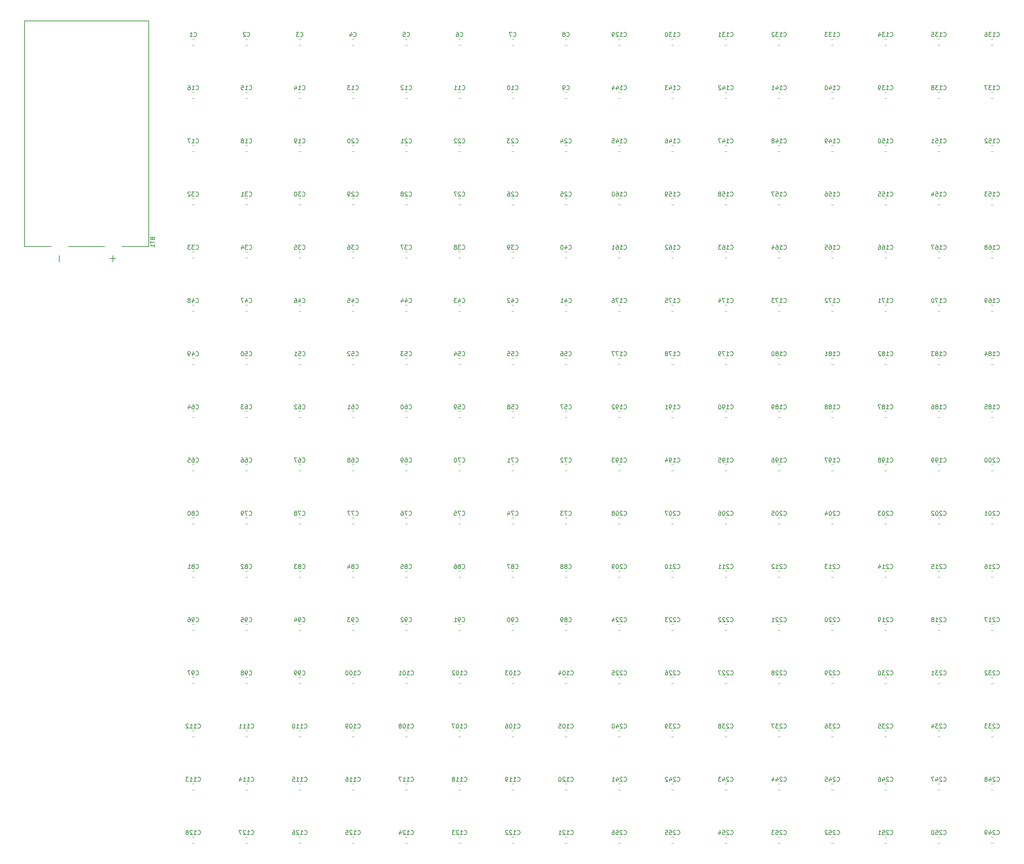
<source format=gbr>
%TF.GenerationSoftware,KiCad,Pcbnew,(7.0.0)*%
%TF.CreationDate,2023-07-17T21:56:26-06:00*%
%TF.ProjectId,led-matrix-v4,6c65642d-6d61-4747-9269-782d76342e6b,0*%
%TF.SameCoordinates,Original*%
%TF.FileFunction,Legend,Bot*%
%TF.FilePolarity,Positive*%
%FSLAX46Y46*%
G04 Gerber Fmt 4.6, Leading zero omitted, Abs format (unit mm)*
G04 Created by KiCad (PCBNEW (7.0.0)) date 2023-07-17 21:56:26*
%MOMM*%
%LPD*%
G01*
G04 APERTURE LIST*
%ADD10C,0.150000*%
%ADD11C,0.120000*%
%ADD12C,0.127000*%
G04 APERTURE END LIST*
D10*
%TO.C,C228*%
X224269047Y-207792142D02*
X224316666Y-207839761D01*
X224316666Y-207839761D02*
X224459523Y-207887380D01*
X224459523Y-207887380D02*
X224554761Y-207887380D01*
X224554761Y-207887380D02*
X224697618Y-207839761D01*
X224697618Y-207839761D02*
X224792856Y-207744523D01*
X224792856Y-207744523D02*
X224840475Y-207649285D01*
X224840475Y-207649285D02*
X224888094Y-207458809D01*
X224888094Y-207458809D02*
X224888094Y-207315952D01*
X224888094Y-207315952D02*
X224840475Y-207125476D01*
X224840475Y-207125476D02*
X224792856Y-207030238D01*
X224792856Y-207030238D02*
X224697618Y-206935000D01*
X224697618Y-206935000D02*
X224554761Y-206887380D01*
X224554761Y-206887380D02*
X224459523Y-206887380D01*
X224459523Y-206887380D02*
X224316666Y-206935000D01*
X224316666Y-206935000D02*
X224269047Y-206982619D01*
X223888094Y-206982619D02*
X223840475Y-206935000D01*
X223840475Y-206935000D02*
X223745237Y-206887380D01*
X223745237Y-206887380D02*
X223507142Y-206887380D01*
X223507142Y-206887380D02*
X223411904Y-206935000D01*
X223411904Y-206935000D02*
X223364285Y-206982619D01*
X223364285Y-206982619D02*
X223316666Y-207077857D01*
X223316666Y-207077857D02*
X223316666Y-207173095D01*
X223316666Y-207173095D02*
X223364285Y-207315952D01*
X223364285Y-207315952D02*
X223935713Y-207887380D01*
X223935713Y-207887380D02*
X223316666Y-207887380D01*
X222935713Y-206982619D02*
X222888094Y-206935000D01*
X222888094Y-206935000D02*
X222792856Y-206887380D01*
X222792856Y-206887380D02*
X222554761Y-206887380D01*
X222554761Y-206887380D02*
X222459523Y-206935000D01*
X222459523Y-206935000D02*
X222411904Y-206982619D01*
X222411904Y-206982619D02*
X222364285Y-207077857D01*
X222364285Y-207077857D02*
X222364285Y-207173095D01*
X222364285Y-207173095D02*
X222411904Y-207315952D01*
X222411904Y-207315952D02*
X222983332Y-207887380D01*
X222983332Y-207887380D02*
X222364285Y-207887380D01*
X221792856Y-207315952D02*
X221888094Y-207268333D01*
X221888094Y-207268333D02*
X221935713Y-207220714D01*
X221935713Y-207220714D02*
X221983332Y-207125476D01*
X221983332Y-207125476D02*
X221983332Y-207077857D01*
X221983332Y-207077857D02*
X221935713Y-206982619D01*
X221935713Y-206982619D02*
X221888094Y-206935000D01*
X221888094Y-206935000D02*
X221792856Y-206887380D01*
X221792856Y-206887380D02*
X221602380Y-206887380D01*
X221602380Y-206887380D02*
X221507142Y-206935000D01*
X221507142Y-206935000D02*
X221459523Y-206982619D01*
X221459523Y-206982619D02*
X221411904Y-207077857D01*
X221411904Y-207077857D02*
X221411904Y-207125476D01*
X221411904Y-207125476D02*
X221459523Y-207220714D01*
X221459523Y-207220714D02*
X221507142Y-207268333D01*
X221507142Y-207268333D02*
X221602380Y-207315952D01*
X221602380Y-207315952D02*
X221792856Y-207315952D01*
X221792856Y-207315952D02*
X221888094Y-207363571D01*
X221888094Y-207363571D02*
X221935713Y-207411190D01*
X221935713Y-207411190D02*
X221983332Y-207506428D01*
X221983332Y-207506428D02*
X221983332Y-207696904D01*
X221983332Y-207696904D02*
X221935713Y-207792142D01*
X221935713Y-207792142D02*
X221888094Y-207839761D01*
X221888094Y-207839761D02*
X221792856Y-207887380D01*
X221792856Y-207887380D02*
X221602380Y-207887380D01*
X221602380Y-207887380D02*
X221507142Y-207839761D01*
X221507142Y-207839761D02*
X221459523Y-207792142D01*
X221459523Y-207792142D02*
X221411904Y-207696904D01*
X221411904Y-207696904D02*
X221411904Y-207506428D01*
X221411904Y-207506428D02*
X221459523Y-207411190D01*
X221459523Y-207411190D02*
X221507142Y-207363571D01*
X221507142Y-207363571D02*
X221602380Y-207315952D01*
%TO.C,C36*%
X122192857Y-106192142D02*
X122240476Y-106239761D01*
X122240476Y-106239761D02*
X122383333Y-106287380D01*
X122383333Y-106287380D02*
X122478571Y-106287380D01*
X122478571Y-106287380D02*
X122621428Y-106239761D01*
X122621428Y-106239761D02*
X122716666Y-106144523D01*
X122716666Y-106144523D02*
X122764285Y-106049285D01*
X122764285Y-106049285D02*
X122811904Y-105858809D01*
X122811904Y-105858809D02*
X122811904Y-105715952D01*
X122811904Y-105715952D02*
X122764285Y-105525476D01*
X122764285Y-105525476D02*
X122716666Y-105430238D01*
X122716666Y-105430238D02*
X122621428Y-105335000D01*
X122621428Y-105335000D02*
X122478571Y-105287380D01*
X122478571Y-105287380D02*
X122383333Y-105287380D01*
X122383333Y-105287380D02*
X122240476Y-105335000D01*
X122240476Y-105335000D02*
X122192857Y-105382619D01*
X121859523Y-105287380D02*
X121240476Y-105287380D01*
X121240476Y-105287380D02*
X121573809Y-105668333D01*
X121573809Y-105668333D02*
X121430952Y-105668333D01*
X121430952Y-105668333D02*
X121335714Y-105715952D01*
X121335714Y-105715952D02*
X121288095Y-105763571D01*
X121288095Y-105763571D02*
X121240476Y-105858809D01*
X121240476Y-105858809D02*
X121240476Y-106096904D01*
X121240476Y-106096904D02*
X121288095Y-106192142D01*
X121288095Y-106192142D02*
X121335714Y-106239761D01*
X121335714Y-106239761D02*
X121430952Y-106287380D01*
X121430952Y-106287380D02*
X121716666Y-106287380D01*
X121716666Y-106287380D02*
X121811904Y-106239761D01*
X121811904Y-106239761D02*
X121859523Y-106192142D01*
X120383333Y-105287380D02*
X120573809Y-105287380D01*
X120573809Y-105287380D02*
X120669047Y-105335000D01*
X120669047Y-105335000D02*
X120716666Y-105382619D01*
X120716666Y-105382619D02*
X120811904Y-105525476D01*
X120811904Y-105525476D02*
X120859523Y-105715952D01*
X120859523Y-105715952D02*
X120859523Y-106096904D01*
X120859523Y-106096904D02*
X120811904Y-106192142D01*
X120811904Y-106192142D02*
X120764285Y-106239761D01*
X120764285Y-106239761D02*
X120669047Y-106287380D01*
X120669047Y-106287380D02*
X120478571Y-106287380D01*
X120478571Y-106287380D02*
X120383333Y-106239761D01*
X120383333Y-106239761D02*
X120335714Y-106192142D01*
X120335714Y-106192142D02*
X120288095Y-106096904D01*
X120288095Y-106096904D02*
X120288095Y-105858809D01*
X120288095Y-105858809D02*
X120335714Y-105763571D01*
X120335714Y-105763571D02*
X120383333Y-105715952D01*
X120383333Y-105715952D02*
X120478571Y-105668333D01*
X120478571Y-105668333D02*
X120669047Y-105668333D01*
X120669047Y-105668333D02*
X120764285Y-105715952D01*
X120764285Y-105715952D02*
X120811904Y-105763571D01*
X120811904Y-105763571D02*
X120859523Y-105858809D01*
%TO.C,C19*%
X109492857Y-80792142D02*
X109540476Y-80839761D01*
X109540476Y-80839761D02*
X109683333Y-80887380D01*
X109683333Y-80887380D02*
X109778571Y-80887380D01*
X109778571Y-80887380D02*
X109921428Y-80839761D01*
X109921428Y-80839761D02*
X110016666Y-80744523D01*
X110016666Y-80744523D02*
X110064285Y-80649285D01*
X110064285Y-80649285D02*
X110111904Y-80458809D01*
X110111904Y-80458809D02*
X110111904Y-80315952D01*
X110111904Y-80315952D02*
X110064285Y-80125476D01*
X110064285Y-80125476D02*
X110016666Y-80030238D01*
X110016666Y-80030238D02*
X109921428Y-79935000D01*
X109921428Y-79935000D02*
X109778571Y-79887380D01*
X109778571Y-79887380D02*
X109683333Y-79887380D01*
X109683333Y-79887380D02*
X109540476Y-79935000D01*
X109540476Y-79935000D02*
X109492857Y-79982619D01*
X108540476Y-80887380D02*
X109111904Y-80887380D01*
X108826190Y-80887380D02*
X108826190Y-79887380D01*
X108826190Y-79887380D02*
X108921428Y-80030238D01*
X108921428Y-80030238D02*
X109016666Y-80125476D01*
X109016666Y-80125476D02*
X109111904Y-80173095D01*
X108064285Y-80887380D02*
X107873809Y-80887380D01*
X107873809Y-80887380D02*
X107778571Y-80839761D01*
X107778571Y-80839761D02*
X107730952Y-80792142D01*
X107730952Y-80792142D02*
X107635714Y-80649285D01*
X107635714Y-80649285D02*
X107588095Y-80458809D01*
X107588095Y-80458809D02*
X107588095Y-80077857D01*
X107588095Y-80077857D02*
X107635714Y-79982619D01*
X107635714Y-79982619D02*
X107683333Y-79935000D01*
X107683333Y-79935000D02*
X107778571Y-79887380D01*
X107778571Y-79887380D02*
X107969047Y-79887380D01*
X107969047Y-79887380D02*
X108064285Y-79935000D01*
X108064285Y-79935000D02*
X108111904Y-79982619D01*
X108111904Y-79982619D02*
X108159523Y-80077857D01*
X108159523Y-80077857D02*
X108159523Y-80315952D01*
X108159523Y-80315952D02*
X108111904Y-80411190D01*
X108111904Y-80411190D02*
X108064285Y-80458809D01*
X108064285Y-80458809D02*
X107969047Y-80506428D01*
X107969047Y-80506428D02*
X107778571Y-80506428D01*
X107778571Y-80506428D02*
X107683333Y-80458809D01*
X107683333Y-80458809D02*
X107635714Y-80411190D01*
X107635714Y-80411190D02*
X107588095Y-80315952D01*
%TO.C,C90*%
X160292857Y-195092142D02*
X160340476Y-195139761D01*
X160340476Y-195139761D02*
X160483333Y-195187380D01*
X160483333Y-195187380D02*
X160578571Y-195187380D01*
X160578571Y-195187380D02*
X160721428Y-195139761D01*
X160721428Y-195139761D02*
X160816666Y-195044523D01*
X160816666Y-195044523D02*
X160864285Y-194949285D01*
X160864285Y-194949285D02*
X160911904Y-194758809D01*
X160911904Y-194758809D02*
X160911904Y-194615952D01*
X160911904Y-194615952D02*
X160864285Y-194425476D01*
X160864285Y-194425476D02*
X160816666Y-194330238D01*
X160816666Y-194330238D02*
X160721428Y-194235000D01*
X160721428Y-194235000D02*
X160578571Y-194187380D01*
X160578571Y-194187380D02*
X160483333Y-194187380D01*
X160483333Y-194187380D02*
X160340476Y-194235000D01*
X160340476Y-194235000D02*
X160292857Y-194282619D01*
X159816666Y-195187380D02*
X159626190Y-195187380D01*
X159626190Y-195187380D02*
X159530952Y-195139761D01*
X159530952Y-195139761D02*
X159483333Y-195092142D01*
X159483333Y-195092142D02*
X159388095Y-194949285D01*
X159388095Y-194949285D02*
X159340476Y-194758809D01*
X159340476Y-194758809D02*
X159340476Y-194377857D01*
X159340476Y-194377857D02*
X159388095Y-194282619D01*
X159388095Y-194282619D02*
X159435714Y-194235000D01*
X159435714Y-194235000D02*
X159530952Y-194187380D01*
X159530952Y-194187380D02*
X159721428Y-194187380D01*
X159721428Y-194187380D02*
X159816666Y-194235000D01*
X159816666Y-194235000D02*
X159864285Y-194282619D01*
X159864285Y-194282619D02*
X159911904Y-194377857D01*
X159911904Y-194377857D02*
X159911904Y-194615952D01*
X159911904Y-194615952D02*
X159864285Y-194711190D01*
X159864285Y-194711190D02*
X159816666Y-194758809D01*
X159816666Y-194758809D02*
X159721428Y-194806428D01*
X159721428Y-194806428D02*
X159530952Y-194806428D01*
X159530952Y-194806428D02*
X159435714Y-194758809D01*
X159435714Y-194758809D02*
X159388095Y-194711190D01*
X159388095Y-194711190D02*
X159340476Y-194615952D01*
X158721428Y-194187380D02*
X158626190Y-194187380D01*
X158626190Y-194187380D02*
X158530952Y-194235000D01*
X158530952Y-194235000D02*
X158483333Y-194282619D01*
X158483333Y-194282619D02*
X158435714Y-194377857D01*
X158435714Y-194377857D02*
X158388095Y-194568333D01*
X158388095Y-194568333D02*
X158388095Y-194806428D01*
X158388095Y-194806428D02*
X158435714Y-194996904D01*
X158435714Y-194996904D02*
X158483333Y-195092142D01*
X158483333Y-195092142D02*
X158530952Y-195139761D01*
X158530952Y-195139761D02*
X158626190Y-195187380D01*
X158626190Y-195187380D02*
X158721428Y-195187380D01*
X158721428Y-195187380D02*
X158816666Y-195139761D01*
X158816666Y-195139761D02*
X158864285Y-195092142D01*
X158864285Y-195092142D02*
X158911904Y-194996904D01*
X158911904Y-194996904D02*
X158959523Y-194806428D01*
X158959523Y-194806428D02*
X158959523Y-194568333D01*
X158959523Y-194568333D02*
X158911904Y-194377857D01*
X158911904Y-194377857D02*
X158864285Y-194282619D01*
X158864285Y-194282619D02*
X158816666Y-194235000D01*
X158816666Y-194235000D02*
X158721428Y-194187380D01*
%TO.C,C208*%
X186169047Y-169692142D02*
X186216666Y-169739761D01*
X186216666Y-169739761D02*
X186359523Y-169787380D01*
X186359523Y-169787380D02*
X186454761Y-169787380D01*
X186454761Y-169787380D02*
X186597618Y-169739761D01*
X186597618Y-169739761D02*
X186692856Y-169644523D01*
X186692856Y-169644523D02*
X186740475Y-169549285D01*
X186740475Y-169549285D02*
X186788094Y-169358809D01*
X186788094Y-169358809D02*
X186788094Y-169215952D01*
X186788094Y-169215952D02*
X186740475Y-169025476D01*
X186740475Y-169025476D02*
X186692856Y-168930238D01*
X186692856Y-168930238D02*
X186597618Y-168835000D01*
X186597618Y-168835000D02*
X186454761Y-168787380D01*
X186454761Y-168787380D02*
X186359523Y-168787380D01*
X186359523Y-168787380D02*
X186216666Y-168835000D01*
X186216666Y-168835000D02*
X186169047Y-168882619D01*
X185788094Y-168882619D02*
X185740475Y-168835000D01*
X185740475Y-168835000D02*
X185645237Y-168787380D01*
X185645237Y-168787380D02*
X185407142Y-168787380D01*
X185407142Y-168787380D02*
X185311904Y-168835000D01*
X185311904Y-168835000D02*
X185264285Y-168882619D01*
X185264285Y-168882619D02*
X185216666Y-168977857D01*
X185216666Y-168977857D02*
X185216666Y-169073095D01*
X185216666Y-169073095D02*
X185264285Y-169215952D01*
X185264285Y-169215952D02*
X185835713Y-169787380D01*
X185835713Y-169787380D02*
X185216666Y-169787380D01*
X184597618Y-168787380D02*
X184502380Y-168787380D01*
X184502380Y-168787380D02*
X184407142Y-168835000D01*
X184407142Y-168835000D02*
X184359523Y-168882619D01*
X184359523Y-168882619D02*
X184311904Y-168977857D01*
X184311904Y-168977857D02*
X184264285Y-169168333D01*
X184264285Y-169168333D02*
X184264285Y-169406428D01*
X184264285Y-169406428D02*
X184311904Y-169596904D01*
X184311904Y-169596904D02*
X184359523Y-169692142D01*
X184359523Y-169692142D02*
X184407142Y-169739761D01*
X184407142Y-169739761D02*
X184502380Y-169787380D01*
X184502380Y-169787380D02*
X184597618Y-169787380D01*
X184597618Y-169787380D02*
X184692856Y-169739761D01*
X184692856Y-169739761D02*
X184740475Y-169692142D01*
X184740475Y-169692142D02*
X184788094Y-169596904D01*
X184788094Y-169596904D02*
X184835713Y-169406428D01*
X184835713Y-169406428D02*
X184835713Y-169168333D01*
X184835713Y-169168333D02*
X184788094Y-168977857D01*
X184788094Y-168977857D02*
X184740475Y-168882619D01*
X184740475Y-168882619D02*
X184692856Y-168835000D01*
X184692856Y-168835000D02*
X184597618Y-168787380D01*
X183692856Y-169215952D02*
X183788094Y-169168333D01*
X183788094Y-169168333D02*
X183835713Y-169120714D01*
X183835713Y-169120714D02*
X183883332Y-169025476D01*
X183883332Y-169025476D02*
X183883332Y-168977857D01*
X183883332Y-168977857D02*
X183835713Y-168882619D01*
X183835713Y-168882619D02*
X183788094Y-168835000D01*
X183788094Y-168835000D02*
X183692856Y-168787380D01*
X183692856Y-168787380D02*
X183502380Y-168787380D01*
X183502380Y-168787380D02*
X183407142Y-168835000D01*
X183407142Y-168835000D02*
X183359523Y-168882619D01*
X183359523Y-168882619D02*
X183311904Y-168977857D01*
X183311904Y-168977857D02*
X183311904Y-169025476D01*
X183311904Y-169025476D02*
X183359523Y-169120714D01*
X183359523Y-169120714D02*
X183407142Y-169168333D01*
X183407142Y-169168333D02*
X183502380Y-169215952D01*
X183502380Y-169215952D02*
X183692856Y-169215952D01*
X183692856Y-169215952D02*
X183788094Y-169263571D01*
X183788094Y-169263571D02*
X183835713Y-169311190D01*
X183835713Y-169311190D02*
X183883332Y-169406428D01*
X183883332Y-169406428D02*
X183883332Y-169596904D01*
X183883332Y-169596904D02*
X183835713Y-169692142D01*
X183835713Y-169692142D02*
X183788094Y-169739761D01*
X183788094Y-169739761D02*
X183692856Y-169787380D01*
X183692856Y-169787380D02*
X183502380Y-169787380D01*
X183502380Y-169787380D02*
X183407142Y-169739761D01*
X183407142Y-169739761D02*
X183359523Y-169692142D01*
X183359523Y-169692142D02*
X183311904Y-169596904D01*
X183311904Y-169596904D02*
X183311904Y-169406428D01*
X183311904Y-169406428D02*
X183359523Y-169311190D01*
X183359523Y-169311190D02*
X183407142Y-169263571D01*
X183407142Y-169263571D02*
X183502380Y-169215952D01*
%TO.C,C153*%
X275069047Y-93492142D02*
X275116666Y-93539761D01*
X275116666Y-93539761D02*
X275259523Y-93587380D01*
X275259523Y-93587380D02*
X275354761Y-93587380D01*
X275354761Y-93587380D02*
X275497618Y-93539761D01*
X275497618Y-93539761D02*
X275592856Y-93444523D01*
X275592856Y-93444523D02*
X275640475Y-93349285D01*
X275640475Y-93349285D02*
X275688094Y-93158809D01*
X275688094Y-93158809D02*
X275688094Y-93015952D01*
X275688094Y-93015952D02*
X275640475Y-92825476D01*
X275640475Y-92825476D02*
X275592856Y-92730238D01*
X275592856Y-92730238D02*
X275497618Y-92635000D01*
X275497618Y-92635000D02*
X275354761Y-92587380D01*
X275354761Y-92587380D02*
X275259523Y-92587380D01*
X275259523Y-92587380D02*
X275116666Y-92635000D01*
X275116666Y-92635000D02*
X275069047Y-92682619D01*
X274116666Y-93587380D02*
X274688094Y-93587380D01*
X274402380Y-93587380D02*
X274402380Y-92587380D01*
X274402380Y-92587380D02*
X274497618Y-92730238D01*
X274497618Y-92730238D02*
X274592856Y-92825476D01*
X274592856Y-92825476D02*
X274688094Y-92873095D01*
X273211904Y-92587380D02*
X273688094Y-92587380D01*
X273688094Y-92587380D02*
X273735713Y-93063571D01*
X273735713Y-93063571D02*
X273688094Y-93015952D01*
X273688094Y-93015952D02*
X273592856Y-92968333D01*
X273592856Y-92968333D02*
X273354761Y-92968333D01*
X273354761Y-92968333D02*
X273259523Y-93015952D01*
X273259523Y-93015952D02*
X273211904Y-93063571D01*
X273211904Y-93063571D02*
X273164285Y-93158809D01*
X273164285Y-93158809D02*
X273164285Y-93396904D01*
X273164285Y-93396904D02*
X273211904Y-93492142D01*
X273211904Y-93492142D02*
X273259523Y-93539761D01*
X273259523Y-93539761D02*
X273354761Y-93587380D01*
X273354761Y-93587380D02*
X273592856Y-93587380D01*
X273592856Y-93587380D02*
X273688094Y-93539761D01*
X273688094Y-93539761D02*
X273735713Y-93492142D01*
X272830951Y-92587380D02*
X272211904Y-92587380D01*
X272211904Y-92587380D02*
X272545237Y-92968333D01*
X272545237Y-92968333D02*
X272402380Y-92968333D01*
X272402380Y-92968333D02*
X272307142Y-93015952D01*
X272307142Y-93015952D02*
X272259523Y-93063571D01*
X272259523Y-93063571D02*
X272211904Y-93158809D01*
X272211904Y-93158809D02*
X272211904Y-93396904D01*
X272211904Y-93396904D02*
X272259523Y-93492142D01*
X272259523Y-93492142D02*
X272307142Y-93539761D01*
X272307142Y-93539761D02*
X272402380Y-93587380D01*
X272402380Y-93587380D02*
X272688094Y-93587380D01*
X272688094Y-93587380D02*
X272783332Y-93539761D01*
X272783332Y-93539761D02*
X272830951Y-93492142D01*
%TO.C,C47*%
X96792857Y-118892142D02*
X96840476Y-118939761D01*
X96840476Y-118939761D02*
X96983333Y-118987380D01*
X96983333Y-118987380D02*
X97078571Y-118987380D01*
X97078571Y-118987380D02*
X97221428Y-118939761D01*
X97221428Y-118939761D02*
X97316666Y-118844523D01*
X97316666Y-118844523D02*
X97364285Y-118749285D01*
X97364285Y-118749285D02*
X97411904Y-118558809D01*
X97411904Y-118558809D02*
X97411904Y-118415952D01*
X97411904Y-118415952D02*
X97364285Y-118225476D01*
X97364285Y-118225476D02*
X97316666Y-118130238D01*
X97316666Y-118130238D02*
X97221428Y-118035000D01*
X97221428Y-118035000D02*
X97078571Y-117987380D01*
X97078571Y-117987380D02*
X96983333Y-117987380D01*
X96983333Y-117987380D02*
X96840476Y-118035000D01*
X96840476Y-118035000D02*
X96792857Y-118082619D01*
X95935714Y-118320714D02*
X95935714Y-118987380D01*
X96173809Y-117939761D02*
X96411904Y-118654047D01*
X96411904Y-118654047D02*
X95792857Y-118654047D01*
X95507142Y-117987380D02*
X94840476Y-117987380D01*
X94840476Y-117987380D02*
X95269047Y-118987380D01*
%TO.C,C200*%
X275069047Y-156992142D02*
X275116666Y-157039761D01*
X275116666Y-157039761D02*
X275259523Y-157087380D01*
X275259523Y-157087380D02*
X275354761Y-157087380D01*
X275354761Y-157087380D02*
X275497618Y-157039761D01*
X275497618Y-157039761D02*
X275592856Y-156944523D01*
X275592856Y-156944523D02*
X275640475Y-156849285D01*
X275640475Y-156849285D02*
X275688094Y-156658809D01*
X275688094Y-156658809D02*
X275688094Y-156515952D01*
X275688094Y-156515952D02*
X275640475Y-156325476D01*
X275640475Y-156325476D02*
X275592856Y-156230238D01*
X275592856Y-156230238D02*
X275497618Y-156135000D01*
X275497618Y-156135000D02*
X275354761Y-156087380D01*
X275354761Y-156087380D02*
X275259523Y-156087380D01*
X275259523Y-156087380D02*
X275116666Y-156135000D01*
X275116666Y-156135000D02*
X275069047Y-156182619D01*
X274688094Y-156182619D02*
X274640475Y-156135000D01*
X274640475Y-156135000D02*
X274545237Y-156087380D01*
X274545237Y-156087380D02*
X274307142Y-156087380D01*
X274307142Y-156087380D02*
X274211904Y-156135000D01*
X274211904Y-156135000D02*
X274164285Y-156182619D01*
X274164285Y-156182619D02*
X274116666Y-156277857D01*
X274116666Y-156277857D02*
X274116666Y-156373095D01*
X274116666Y-156373095D02*
X274164285Y-156515952D01*
X274164285Y-156515952D02*
X274735713Y-157087380D01*
X274735713Y-157087380D02*
X274116666Y-157087380D01*
X273497618Y-156087380D02*
X273402380Y-156087380D01*
X273402380Y-156087380D02*
X273307142Y-156135000D01*
X273307142Y-156135000D02*
X273259523Y-156182619D01*
X273259523Y-156182619D02*
X273211904Y-156277857D01*
X273211904Y-156277857D02*
X273164285Y-156468333D01*
X273164285Y-156468333D02*
X273164285Y-156706428D01*
X273164285Y-156706428D02*
X273211904Y-156896904D01*
X273211904Y-156896904D02*
X273259523Y-156992142D01*
X273259523Y-156992142D02*
X273307142Y-157039761D01*
X273307142Y-157039761D02*
X273402380Y-157087380D01*
X273402380Y-157087380D02*
X273497618Y-157087380D01*
X273497618Y-157087380D02*
X273592856Y-157039761D01*
X273592856Y-157039761D02*
X273640475Y-156992142D01*
X273640475Y-156992142D02*
X273688094Y-156896904D01*
X273688094Y-156896904D02*
X273735713Y-156706428D01*
X273735713Y-156706428D02*
X273735713Y-156468333D01*
X273735713Y-156468333D02*
X273688094Y-156277857D01*
X273688094Y-156277857D02*
X273640475Y-156182619D01*
X273640475Y-156182619D02*
X273592856Y-156135000D01*
X273592856Y-156135000D02*
X273497618Y-156087380D01*
X272545237Y-156087380D02*
X272449999Y-156087380D01*
X272449999Y-156087380D02*
X272354761Y-156135000D01*
X272354761Y-156135000D02*
X272307142Y-156182619D01*
X272307142Y-156182619D02*
X272259523Y-156277857D01*
X272259523Y-156277857D02*
X272211904Y-156468333D01*
X272211904Y-156468333D02*
X272211904Y-156706428D01*
X272211904Y-156706428D02*
X272259523Y-156896904D01*
X272259523Y-156896904D02*
X272307142Y-156992142D01*
X272307142Y-156992142D02*
X272354761Y-157039761D01*
X272354761Y-157039761D02*
X272449999Y-157087380D01*
X272449999Y-157087380D02*
X272545237Y-157087380D01*
X272545237Y-157087380D02*
X272640475Y-157039761D01*
X272640475Y-157039761D02*
X272688094Y-156992142D01*
X272688094Y-156992142D02*
X272735713Y-156896904D01*
X272735713Y-156896904D02*
X272783332Y-156706428D01*
X272783332Y-156706428D02*
X272783332Y-156468333D01*
X272783332Y-156468333D02*
X272735713Y-156277857D01*
X272735713Y-156277857D02*
X272688094Y-156182619D01*
X272688094Y-156182619D02*
X272640475Y-156135000D01*
X272640475Y-156135000D02*
X272545237Y-156087380D01*
%TO.C,C28*%
X134892857Y-93492142D02*
X134940476Y-93539761D01*
X134940476Y-93539761D02*
X135083333Y-93587380D01*
X135083333Y-93587380D02*
X135178571Y-93587380D01*
X135178571Y-93587380D02*
X135321428Y-93539761D01*
X135321428Y-93539761D02*
X135416666Y-93444523D01*
X135416666Y-93444523D02*
X135464285Y-93349285D01*
X135464285Y-93349285D02*
X135511904Y-93158809D01*
X135511904Y-93158809D02*
X135511904Y-93015952D01*
X135511904Y-93015952D02*
X135464285Y-92825476D01*
X135464285Y-92825476D02*
X135416666Y-92730238D01*
X135416666Y-92730238D02*
X135321428Y-92635000D01*
X135321428Y-92635000D02*
X135178571Y-92587380D01*
X135178571Y-92587380D02*
X135083333Y-92587380D01*
X135083333Y-92587380D02*
X134940476Y-92635000D01*
X134940476Y-92635000D02*
X134892857Y-92682619D01*
X134511904Y-92682619D02*
X134464285Y-92635000D01*
X134464285Y-92635000D02*
X134369047Y-92587380D01*
X134369047Y-92587380D02*
X134130952Y-92587380D01*
X134130952Y-92587380D02*
X134035714Y-92635000D01*
X134035714Y-92635000D02*
X133988095Y-92682619D01*
X133988095Y-92682619D02*
X133940476Y-92777857D01*
X133940476Y-92777857D02*
X133940476Y-92873095D01*
X133940476Y-92873095D02*
X133988095Y-93015952D01*
X133988095Y-93015952D02*
X134559523Y-93587380D01*
X134559523Y-93587380D02*
X133940476Y-93587380D01*
X133369047Y-93015952D02*
X133464285Y-92968333D01*
X133464285Y-92968333D02*
X133511904Y-92920714D01*
X133511904Y-92920714D02*
X133559523Y-92825476D01*
X133559523Y-92825476D02*
X133559523Y-92777857D01*
X133559523Y-92777857D02*
X133511904Y-92682619D01*
X133511904Y-92682619D02*
X133464285Y-92635000D01*
X133464285Y-92635000D02*
X133369047Y-92587380D01*
X133369047Y-92587380D02*
X133178571Y-92587380D01*
X133178571Y-92587380D02*
X133083333Y-92635000D01*
X133083333Y-92635000D02*
X133035714Y-92682619D01*
X133035714Y-92682619D02*
X132988095Y-92777857D01*
X132988095Y-92777857D02*
X132988095Y-92825476D01*
X132988095Y-92825476D02*
X133035714Y-92920714D01*
X133035714Y-92920714D02*
X133083333Y-92968333D01*
X133083333Y-92968333D02*
X133178571Y-93015952D01*
X133178571Y-93015952D02*
X133369047Y-93015952D01*
X133369047Y-93015952D02*
X133464285Y-93063571D01*
X133464285Y-93063571D02*
X133511904Y-93111190D01*
X133511904Y-93111190D02*
X133559523Y-93206428D01*
X133559523Y-93206428D02*
X133559523Y-93396904D01*
X133559523Y-93396904D02*
X133511904Y-93492142D01*
X133511904Y-93492142D02*
X133464285Y-93539761D01*
X133464285Y-93539761D02*
X133369047Y-93587380D01*
X133369047Y-93587380D02*
X133178571Y-93587380D01*
X133178571Y-93587380D02*
X133083333Y-93539761D01*
X133083333Y-93539761D02*
X133035714Y-93492142D01*
X133035714Y-93492142D02*
X132988095Y-93396904D01*
X132988095Y-93396904D02*
X132988095Y-93206428D01*
X132988095Y-93206428D02*
X133035714Y-93111190D01*
X133035714Y-93111190D02*
X133083333Y-93063571D01*
X133083333Y-93063571D02*
X133178571Y-93015952D01*
%TO.C,C173*%
X224269047Y-118892142D02*
X224316666Y-118939761D01*
X224316666Y-118939761D02*
X224459523Y-118987380D01*
X224459523Y-118987380D02*
X224554761Y-118987380D01*
X224554761Y-118987380D02*
X224697618Y-118939761D01*
X224697618Y-118939761D02*
X224792856Y-118844523D01*
X224792856Y-118844523D02*
X224840475Y-118749285D01*
X224840475Y-118749285D02*
X224888094Y-118558809D01*
X224888094Y-118558809D02*
X224888094Y-118415952D01*
X224888094Y-118415952D02*
X224840475Y-118225476D01*
X224840475Y-118225476D02*
X224792856Y-118130238D01*
X224792856Y-118130238D02*
X224697618Y-118035000D01*
X224697618Y-118035000D02*
X224554761Y-117987380D01*
X224554761Y-117987380D02*
X224459523Y-117987380D01*
X224459523Y-117987380D02*
X224316666Y-118035000D01*
X224316666Y-118035000D02*
X224269047Y-118082619D01*
X223316666Y-118987380D02*
X223888094Y-118987380D01*
X223602380Y-118987380D02*
X223602380Y-117987380D01*
X223602380Y-117987380D02*
X223697618Y-118130238D01*
X223697618Y-118130238D02*
X223792856Y-118225476D01*
X223792856Y-118225476D02*
X223888094Y-118273095D01*
X222983332Y-117987380D02*
X222316666Y-117987380D01*
X222316666Y-117987380D02*
X222745237Y-118987380D01*
X222030951Y-117987380D02*
X221411904Y-117987380D01*
X221411904Y-117987380D02*
X221745237Y-118368333D01*
X221745237Y-118368333D02*
X221602380Y-118368333D01*
X221602380Y-118368333D02*
X221507142Y-118415952D01*
X221507142Y-118415952D02*
X221459523Y-118463571D01*
X221459523Y-118463571D02*
X221411904Y-118558809D01*
X221411904Y-118558809D02*
X221411904Y-118796904D01*
X221411904Y-118796904D02*
X221459523Y-118892142D01*
X221459523Y-118892142D02*
X221507142Y-118939761D01*
X221507142Y-118939761D02*
X221602380Y-118987380D01*
X221602380Y-118987380D02*
X221888094Y-118987380D01*
X221888094Y-118987380D02*
X221983332Y-118939761D01*
X221983332Y-118939761D02*
X222030951Y-118892142D01*
%TO.C,C220*%
X236969047Y-195092142D02*
X237016666Y-195139761D01*
X237016666Y-195139761D02*
X237159523Y-195187380D01*
X237159523Y-195187380D02*
X237254761Y-195187380D01*
X237254761Y-195187380D02*
X237397618Y-195139761D01*
X237397618Y-195139761D02*
X237492856Y-195044523D01*
X237492856Y-195044523D02*
X237540475Y-194949285D01*
X237540475Y-194949285D02*
X237588094Y-194758809D01*
X237588094Y-194758809D02*
X237588094Y-194615952D01*
X237588094Y-194615952D02*
X237540475Y-194425476D01*
X237540475Y-194425476D02*
X237492856Y-194330238D01*
X237492856Y-194330238D02*
X237397618Y-194235000D01*
X237397618Y-194235000D02*
X237254761Y-194187380D01*
X237254761Y-194187380D02*
X237159523Y-194187380D01*
X237159523Y-194187380D02*
X237016666Y-194235000D01*
X237016666Y-194235000D02*
X236969047Y-194282619D01*
X236588094Y-194282619D02*
X236540475Y-194235000D01*
X236540475Y-194235000D02*
X236445237Y-194187380D01*
X236445237Y-194187380D02*
X236207142Y-194187380D01*
X236207142Y-194187380D02*
X236111904Y-194235000D01*
X236111904Y-194235000D02*
X236064285Y-194282619D01*
X236064285Y-194282619D02*
X236016666Y-194377857D01*
X236016666Y-194377857D02*
X236016666Y-194473095D01*
X236016666Y-194473095D02*
X236064285Y-194615952D01*
X236064285Y-194615952D02*
X236635713Y-195187380D01*
X236635713Y-195187380D02*
X236016666Y-195187380D01*
X235635713Y-194282619D02*
X235588094Y-194235000D01*
X235588094Y-194235000D02*
X235492856Y-194187380D01*
X235492856Y-194187380D02*
X235254761Y-194187380D01*
X235254761Y-194187380D02*
X235159523Y-194235000D01*
X235159523Y-194235000D02*
X235111904Y-194282619D01*
X235111904Y-194282619D02*
X235064285Y-194377857D01*
X235064285Y-194377857D02*
X235064285Y-194473095D01*
X235064285Y-194473095D02*
X235111904Y-194615952D01*
X235111904Y-194615952D02*
X235683332Y-195187380D01*
X235683332Y-195187380D02*
X235064285Y-195187380D01*
X234445237Y-194187380D02*
X234349999Y-194187380D01*
X234349999Y-194187380D02*
X234254761Y-194235000D01*
X234254761Y-194235000D02*
X234207142Y-194282619D01*
X234207142Y-194282619D02*
X234159523Y-194377857D01*
X234159523Y-194377857D02*
X234111904Y-194568333D01*
X234111904Y-194568333D02*
X234111904Y-194806428D01*
X234111904Y-194806428D02*
X234159523Y-194996904D01*
X234159523Y-194996904D02*
X234207142Y-195092142D01*
X234207142Y-195092142D02*
X234254761Y-195139761D01*
X234254761Y-195139761D02*
X234349999Y-195187380D01*
X234349999Y-195187380D02*
X234445237Y-195187380D01*
X234445237Y-195187380D02*
X234540475Y-195139761D01*
X234540475Y-195139761D02*
X234588094Y-195092142D01*
X234588094Y-195092142D02*
X234635713Y-194996904D01*
X234635713Y-194996904D02*
X234683332Y-194806428D01*
X234683332Y-194806428D02*
X234683332Y-194568333D01*
X234683332Y-194568333D02*
X234635713Y-194377857D01*
X234635713Y-194377857D02*
X234588094Y-194282619D01*
X234588094Y-194282619D02*
X234540475Y-194235000D01*
X234540475Y-194235000D02*
X234445237Y-194187380D01*
%TO.C,C113*%
X84569047Y-233192142D02*
X84616666Y-233239761D01*
X84616666Y-233239761D02*
X84759523Y-233287380D01*
X84759523Y-233287380D02*
X84854761Y-233287380D01*
X84854761Y-233287380D02*
X84997618Y-233239761D01*
X84997618Y-233239761D02*
X85092856Y-233144523D01*
X85092856Y-233144523D02*
X85140475Y-233049285D01*
X85140475Y-233049285D02*
X85188094Y-232858809D01*
X85188094Y-232858809D02*
X85188094Y-232715952D01*
X85188094Y-232715952D02*
X85140475Y-232525476D01*
X85140475Y-232525476D02*
X85092856Y-232430238D01*
X85092856Y-232430238D02*
X84997618Y-232335000D01*
X84997618Y-232335000D02*
X84854761Y-232287380D01*
X84854761Y-232287380D02*
X84759523Y-232287380D01*
X84759523Y-232287380D02*
X84616666Y-232335000D01*
X84616666Y-232335000D02*
X84569047Y-232382619D01*
X83616666Y-233287380D02*
X84188094Y-233287380D01*
X83902380Y-233287380D02*
X83902380Y-232287380D01*
X83902380Y-232287380D02*
X83997618Y-232430238D01*
X83997618Y-232430238D02*
X84092856Y-232525476D01*
X84092856Y-232525476D02*
X84188094Y-232573095D01*
X82664285Y-233287380D02*
X83235713Y-233287380D01*
X82949999Y-233287380D02*
X82949999Y-232287380D01*
X82949999Y-232287380D02*
X83045237Y-232430238D01*
X83045237Y-232430238D02*
X83140475Y-232525476D01*
X83140475Y-232525476D02*
X83235713Y-232573095D01*
X82330951Y-232287380D02*
X81711904Y-232287380D01*
X81711904Y-232287380D02*
X82045237Y-232668333D01*
X82045237Y-232668333D02*
X81902380Y-232668333D01*
X81902380Y-232668333D02*
X81807142Y-232715952D01*
X81807142Y-232715952D02*
X81759523Y-232763571D01*
X81759523Y-232763571D02*
X81711904Y-232858809D01*
X81711904Y-232858809D02*
X81711904Y-233096904D01*
X81711904Y-233096904D02*
X81759523Y-233192142D01*
X81759523Y-233192142D02*
X81807142Y-233239761D01*
X81807142Y-233239761D02*
X81902380Y-233287380D01*
X81902380Y-233287380D02*
X82188094Y-233287380D01*
X82188094Y-233287380D02*
X82283332Y-233239761D01*
X82283332Y-233239761D02*
X82330951Y-233192142D01*
%TO.C,C100*%
X122669047Y-207792142D02*
X122716666Y-207839761D01*
X122716666Y-207839761D02*
X122859523Y-207887380D01*
X122859523Y-207887380D02*
X122954761Y-207887380D01*
X122954761Y-207887380D02*
X123097618Y-207839761D01*
X123097618Y-207839761D02*
X123192856Y-207744523D01*
X123192856Y-207744523D02*
X123240475Y-207649285D01*
X123240475Y-207649285D02*
X123288094Y-207458809D01*
X123288094Y-207458809D02*
X123288094Y-207315952D01*
X123288094Y-207315952D02*
X123240475Y-207125476D01*
X123240475Y-207125476D02*
X123192856Y-207030238D01*
X123192856Y-207030238D02*
X123097618Y-206935000D01*
X123097618Y-206935000D02*
X122954761Y-206887380D01*
X122954761Y-206887380D02*
X122859523Y-206887380D01*
X122859523Y-206887380D02*
X122716666Y-206935000D01*
X122716666Y-206935000D02*
X122669047Y-206982619D01*
X121716666Y-207887380D02*
X122288094Y-207887380D01*
X122002380Y-207887380D02*
X122002380Y-206887380D01*
X122002380Y-206887380D02*
X122097618Y-207030238D01*
X122097618Y-207030238D02*
X122192856Y-207125476D01*
X122192856Y-207125476D02*
X122288094Y-207173095D01*
X121097618Y-206887380D02*
X121002380Y-206887380D01*
X121002380Y-206887380D02*
X120907142Y-206935000D01*
X120907142Y-206935000D02*
X120859523Y-206982619D01*
X120859523Y-206982619D02*
X120811904Y-207077857D01*
X120811904Y-207077857D02*
X120764285Y-207268333D01*
X120764285Y-207268333D02*
X120764285Y-207506428D01*
X120764285Y-207506428D02*
X120811904Y-207696904D01*
X120811904Y-207696904D02*
X120859523Y-207792142D01*
X120859523Y-207792142D02*
X120907142Y-207839761D01*
X120907142Y-207839761D02*
X121002380Y-207887380D01*
X121002380Y-207887380D02*
X121097618Y-207887380D01*
X121097618Y-207887380D02*
X121192856Y-207839761D01*
X121192856Y-207839761D02*
X121240475Y-207792142D01*
X121240475Y-207792142D02*
X121288094Y-207696904D01*
X121288094Y-207696904D02*
X121335713Y-207506428D01*
X121335713Y-207506428D02*
X121335713Y-207268333D01*
X121335713Y-207268333D02*
X121288094Y-207077857D01*
X121288094Y-207077857D02*
X121240475Y-206982619D01*
X121240475Y-206982619D02*
X121192856Y-206935000D01*
X121192856Y-206935000D02*
X121097618Y-206887380D01*
X120145237Y-206887380D02*
X120049999Y-206887380D01*
X120049999Y-206887380D02*
X119954761Y-206935000D01*
X119954761Y-206935000D02*
X119907142Y-206982619D01*
X119907142Y-206982619D02*
X119859523Y-207077857D01*
X119859523Y-207077857D02*
X119811904Y-207268333D01*
X119811904Y-207268333D02*
X119811904Y-207506428D01*
X119811904Y-207506428D02*
X119859523Y-207696904D01*
X119859523Y-207696904D02*
X119907142Y-207792142D01*
X119907142Y-207792142D02*
X119954761Y-207839761D01*
X119954761Y-207839761D02*
X120049999Y-207887380D01*
X120049999Y-207887380D02*
X120145237Y-207887380D01*
X120145237Y-207887380D02*
X120240475Y-207839761D01*
X120240475Y-207839761D02*
X120288094Y-207792142D01*
X120288094Y-207792142D02*
X120335713Y-207696904D01*
X120335713Y-207696904D02*
X120383332Y-207506428D01*
X120383332Y-207506428D02*
X120383332Y-207268333D01*
X120383332Y-207268333D02*
X120335713Y-207077857D01*
X120335713Y-207077857D02*
X120288094Y-206982619D01*
X120288094Y-206982619D02*
X120240475Y-206935000D01*
X120240475Y-206935000D02*
X120145237Y-206887380D01*
%TO.C,C162*%
X198869047Y-106192142D02*
X198916666Y-106239761D01*
X198916666Y-106239761D02*
X199059523Y-106287380D01*
X199059523Y-106287380D02*
X199154761Y-106287380D01*
X199154761Y-106287380D02*
X199297618Y-106239761D01*
X199297618Y-106239761D02*
X199392856Y-106144523D01*
X199392856Y-106144523D02*
X199440475Y-106049285D01*
X199440475Y-106049285D02*
X199488094Y-105858809D01*
X199488094Y-105858809D02*
X199488094Y-105715952D01*
X199488094Y-105715952D02*
X199440475Y-105525476D01*
X199440475Y-105525476D02*
X199392856Y-105430238D01*
X199392856Y-105430238D02*
X199297618Y-105335000D01*
X199297618Y-105335000D02*
X199154761Y-105287380D01*
X199154761Y-105287380D02*
X199059523Y-105287380D01*
X199059523Y-105287380D02*
X198916666Y-105335000D01*
X198916666Y-105335000D02*
X198869047Y-105382619D01*
X197916666Y-106287380D02*
X198488094Y-106287380D01*
X198202380Y-106287380D02*
X198202380Y-105287380D01*
X198202380Y-105287380D02*
X198297618Y-105430238D01*
X198297618Y-105430238D02*
X198392856Y-105525476D01*
X198392856Y-105525476D02*
X198488094Y-105573095D01*
X197059523Y-105287380D02*
X197249999Y-105287380D01*
X197249999Y-105287380D02*
X197345237Y-105335000D01*
X197345237Y-105335000D02*
X197392856Y-105382619D01*
X197392856Y-105382619D02*
X197488094Y-105525476D01*
X197488094Y-105525476D02*
X197535713Y-105715952D01*
X197535713Y-105715952D02*
X197535713Y-106096904D01*
X197535713Y-106096904D02*
X197488094Y-106192142D01*
X197488094Y-106192142D02*
X197440475Y-106239761D01*
X197440475Y-106239761D02*
X197345237Y-106287380D01*
X197345237Y-106287380D02*
X197154761Y-106287380D01*
X197154761Y-106287380D02*
X197059523Y-106239761D01*
X197059523Y-106239761D02*
X197011904Y-106192142D01*
X197011904Y-106192142D02*
X196964285Y-106096904D01*
X196964285Y-106096904D02*
X196964285Y-105858809D01*
X196964285Y-105858809D02*
X197011904Y-105763571D01*
X197011904Y-105763571D02*
X197059523Y-105715952D01*
X197059523Y-105715952D02*
X197154761Y-105668333D01*
X197154761Y-105668333D02*
X197345237Y-105668333D01*
X197345237Y-105668333D02*
X197440475Y-105715952D01*
X197440475Y-105715952D02*
X197488094Y-105763571D01*
X197488094Y-105763571D02*
X197535713Y-105858809D01*
X196583332Y-105382619D02*
X196535713Y-105335000D01*
X196535713Y-105335000D02*
X196440475Y-105287380D01*
X196440475Y-105287380D02*
X196202380Y-105287380D01*
X196202380Y-105287380D02*
X196107142Y-105335000D01*
X196107142Y-105335000D02*
X196059523Y-105382619D01*
X196059523Y-105382619D02*
X196011904Y-105477857D01*
X196011904Y-105477857D02*
X196011904Y-105573095D01*
X196011904Y-105573095D02*
X196059523Y-105715952D01*
X196059523Y-105715952D02*
X196630951Y-106287380D01*
X196630951Y-106287380D02*
X196011904Y-106287380D01*
%TO.C,C215*%
X262369047Y-182392142D02*
X262416666Y-182439761D01*
X262416666Y-182439761D02*
X262559523Y-182487380D01*
X262559523Y-182487380D02*
X262654761Y-182487380D01*
X262654761Y-182487380D02*
X262797618Y-182439761D01*
X262797618Y-182439761D02*
X262892856Y-182344523D01*
X262892856Y-182344523D02*
X262940475Y-182249285D01*
X262940475Y-182249285D02*
X262988094Y-182058809D01*
X262988094Y-182058809D02*
X262988094Y-181915952D01*
X262988094Y-181915952D02*
X262940475Y-181725476D01*
X262940475Y-181725476D02*
X262892856Y-181630238D01*
X262892856Y-181630238D02*
X262797618Y-181535000D01*
X262797618Y-181535000D02*
X262654761Y-181487380D01*
X262654761Y-181487380D02*
X262559523Y-181487380D01*
X262559523Y-181487380D02*
X262416666Y-181535000D01*
X262416666Y-181535000D02*
X262369047Y-181582619D01*
X261988094Y-181582619D02*
X261940475Y-181535000D01*
X261940475Y-181535000D02*
X261845237Y-181487380D01*
X261845237Y-181487380D02*
X261607142Y-181487380D01*
X261607142Y-181487380D02*
X261511904Y-181535000D01*
X261511904Y-181535000D02*
X261464285Y-181582619D01*
X261464285Y-181582619D02*
X261416666Y-181677857D01*
X261416666Y-181677857D02*
X261416666Y-181773095D01*
X261416666Y-181773095D02*
X261464285Y-181915952D01*
X261464285Y-181915952D02*
X262035713Y-182487380D01*
X262035713Y-182487380D02*
X261416666Y-182487380D01*
X260464285Y-182487380D02*
X261035713Y-182487380D01*
X260749999Y-182487380D02*
X260749999Y-181487380D01*
X260749999Y-181487380D02*
X260845237Y-181630238D01*
X260845237Y-181630238D02*
X260940475Y-181725476D01*
X260940475Y-181725476D02*
X261035713Y-181773095D01*
X259559523Y-181487380D02*
X260035713Y-181487380D01*
X260035713Y-181487380D02*
X260083332Y-181963571D01*
X260083332Y-181963571D02*
X260035713Y-181915952D01*
X260035713Y-181915952D02*
X259940475Y-181868333D01*
X259940475Y-181868333D02*
X259702380Y-181868333D01*
X259702380Y-181868333D02*
X259607142Y-181915952D01*
X259607142Y-181915952D02*
X259559523Y-181963571D01*
X259559523Y-181963571D02*
X259511904Y-182058809D01*
X259511904Y-182058809D02*
X259511904Y-182296904D01*
X259511904Y-182296904D02*
X259559523Y-182392142D01*
X259559523Y-182392142D02*
X259607142Y-182439761D01*
X259607142Y-182439761D02*
X259702380Y-182487380D01*
X259702380Y-182487380D02*
X259940475Y-182487380D01*
X259940475Y-182487380D02*
X260035713Y-182439761D01*
X260035713Y-182439761D02*
X260083332Y-182392142D01*
%TO.C,C27*%
X147592857Y-93492142D02*
X147640476Y-93539761D01*
X147640476Y-93539761D02*
X147783333Y-93587380D01*
X147783333Y-93587380D02*
X147878571Y-93587380D01*
X147878571Y-93587380D02*
X148021428Y-93539761D01*
X148021428Y-93539761D02*
X148116666Y-93444523D01*
X148116666Y-93444523D02*
X148164285Y-93349285D01*
X148164285Y-93349285D02*
X148211904Y-93158809D01*
X148211904Y-93158809D02*
X148211904Y-93015952D01*
X148211904Y-93015952D02*
X148164285Y-92825476D01*
X148164285Y-92825476D02*
X148116666Y-92730238D01*
X148116666Y-92730238D02*
X148021428Y-92635000D01*
X148021428Y-92635000D02*
X147878571Y-92587380D01*
X147878571Y-92587380D02*
X147783333Y-92587380D01*
X147783333Y-92587380D02*
X147640476Y-92635000D01*
X147640476Y-92635000D02*
X147592857Y-92682619D01*
X147211904Y-92682619D02*
X147164285Y-92635000D01*
X147164285Y-92635000D02*
X147069047Y-92587380D01*
X147069047Y-92587380D02*
X146830952Y-92587380D01*
X146830952Y-92587380D02*
X146735714Y-92635000D01*
X146735714Y-92635000D02*
X146688095Y-92682619D01*
X146688095Y-92682619D02*
X146640476Y-92777857D01*
X146640476Y-92777857D02*
X146640476Y-92873095D01*
X146640476Y-92873095D02*
X146688095Y-93015952D01*
X146688095Y-93015952D02*
X147259523Y-93587380D01*
X147259523Y-93587380D02*
X146640476Y-93587380D01*
X146307142Y-92587380D02*
X145640476Y-92587380D01*
X145640476Y-92587380D02*
X146069047Y-93587380D01*
%TO.C,C53*%
X134892857Y-131592142D02*
X134940476Y-131639761D01*
X134940476Y-131639761D02*
X135083333Y-131687380D01*
X135083333Y-131687380D02*
X135178571Y-131687380D01*
X135178571Y-131687380D02*
X135321428Y-131639761D01*
X135321428Y-131639761D02*
X135416666Y-131544523D01*
X135416666Y-131544523D02*
X135464285Y-131449285D01*
X135464285Y-131449285D02*
X135511904Y-131258809D01*
X135511904Y-131258809D02*
X135511904Y-131115952D01*
X135511904Y-131115952D02*
X135464285Y-130925476D01*
X135464285Y-130925476D02*
X135416666Y-130830238D01*
X135416666Y-130830238D02*
X135321428Y-130735000D01*
X135321428Y-130735000D02*
X135178571Y-130687380D01*
X135178571Y-130687380D02*
X135083333Y-130687380D01*
X135083333Y-130687380D02*
X134940476Y-130735000D01*
X134940476Y-130735000D02*
X134892857Y-130782619D01*
X133988095Y-130687380D02*
X134464285Y-130687380D01*
X134464285Y-130687380D02*
X134511904Y-131163571D01*
X134511904Y-131163571D02*
X134464285Y-131115952D01*
X134464285Y-131115952D02*
X134369047Y-131068333D01*
X134369047Y-131068333D02*
X134130952Y-131068333D01*
X134130952Y-131068333D02*
X134035714Y-131115952D01*
X134035714Y-131115952D02*
X133988095Y-131163571D01*
X133988095Y-131163571D02*
X133940476Y-131258809D01*
X133940476Y-131258809D02*
X133940476Y-131496904D01*
X133940476Y-131496904D02*
X133988095Y-131592142D01*
X133988095Y-131592142D02*
X134035714Y-131639761D01*
X134035714Y-131639761D02*
X134130952Y-131687380D01*
X134130952Y-131687380D02*
X134369047Y-131687380D01*
X134369047Y-131687380D02*
X134464285Y-131639761D01*
X134464285Y-131639761D02*
X134511904Y-131592142D01*
X133607142Y-130687380D02*
X132988095Y-130687380D01*
X132988095Y-130687380D02*
X133321428Y-131068333D01*
X133321428Y-131068333D02*
X133178571Y-131068333D01*
X133178571Y-131068333D02*
X133083333Y-131115952D01*
X133083333Y-131115952D02*
X133035714Y-131163571D01*
X133035714Y-131163571D02*
X132988095Y-131258809D01*
X132988095Y-131258809D02*
X132988095Y-131496904D01*
X132988095Y-131496904D02*
X133035714Y-131592142D01*
X133035714Y-131592142D02*
X133083333Y-131639761D01*
X133083333Y-131639761D02*
X133178571Y-131687380D01*
X133178571Y-131687380D02*
X133464285Y-131687380D01*
X133464285Y-131687380D02*
X133559523Y-131639761D01*
X133559523Y-131639761D02*
X133607142Y-131592142D01*
%TO.C,C59*%
X147592857Y-144292142D02*
X147640476Y-144339761D01*
X147640476Y-144339761D02*
X147783333Y-144387380D01*
X147783333Y-144387380D02*
X147878571Y-144387380D01*
X147878571Y-144387380D02*
X148021428Y-144339761D01*
X148021428Y-144339761D02*
X148116666Y-144244523D01*
X148116666Y-144244523D02*
X148164285Y-144149285D01*
X148164285Y-144149285D02*
X148211904Y-143958809D01*
X148211904Y-143958809D02*
X148211904Y-143815952D01*
X148211904Y-143815952D02*
X148164285Y-143625476D01*
X148164285Y-143625476D02*
X148116666Y-143530238D01*
X148116666Y-143530238D02*
X148021428Y-143435000D01*
X148021428Y-143435000D02*
X147878571Y-143387380D01*
X147878571Y-143387380D02*
X147783333Y-143387380D01*
X147783333Y-143387380D02*
X147640476Y-143435000D01*
X147640476Y-143435000D02*
X147592857Y-143482619D01*
X146688095Y-143387380D02*
X147164285Y-143387380D01*
X147164285Y-143387380D02*
X147211904Y-143863571D01*
X147211904Y-143863571D02*
X147164285Y-143815952D01*
X147164285Y-143815952D02*
X147069047Y-143768333D01*
X147069047Y-143768333D02*
X146830952Y-143768333D01*
X146830952Y-143768333D02*
X146735714Y-143815952D01*
X146735714Y-143815952D02*
X146688095Y-143863571D01*
X146688095Y-143863571D02*
X146640476Y-143958809D01*
X146640476Y-143958809D02*
X146640476Y-144196904D01*
X146640476Y-144196904D02*
X146688095Y-144292142D01*
X146688095Y-144292142D02*
X146735714Y-144339761D01*
X146735714Y-144339761D02*
X146830952Y-144387380D01*
X146830952Y-144387380D02*
X147069047Y-144387380D01*
X147069047Y-144387380D02*
X147164285Y-144339761D01*
X147164285Y-144339761D02*
X147211904Y-144292142D01*
X146164285Y-144387380D02*
X145973809Y-144387380D01*
X145973809Y-144387380D02*
X145878571Y-144339761D01*
X145878571Y-144339761D02*
X145830952Y-144292142D01*
X145830952Y-144292142D02*
X145735714Y-144149285D01*
X145735714Y-144149285D02*
X145688095Y-143958809D01*
X145688095Y-143958809D02*
X145688095Y-143577857D01*
X145688095Y-143577857D02*
X145735714Y-143482619D01*
X145735714Y-143482619D02*
X145783333Y-143435000D01*
X145783333Y-143435000D02*
X145878571Y-143387380D01*
X145878571Y-143387380D02*
X146069047Y-143387380D01*
X146069047Y-143387380D02*
X146164285Y-143435000D01*
X146164285Y-143435000D02*
X146211904Y-143482619D01*
X146211904Y-143482619D02*
X146259523Y-143577857D01*
X146259523Y-143577857D02*
X146259523Y-143815952D01*
X146259523Y-143815952D02*
X146211904Y-143911190D01*
X146211904Y-143911190D02*
X146164285Y-143958809D01*
X146164285Y-143958809D02*
X146069047Y-144006428D01*
X146069047Y-144006428D02*
X145878571Y-144006428D01*
X145878571Y-144006428D02*
X145783333Y-143958809D01*
X145783333Y-143958809D02*
X145735714Y-143911190D01*
X145735714Y-143911190D02*
X145688095Y-143815952D01*
%TO.C,C256*%
X186169047Y-245892142D02*
X186216666Y-245939761D01*
X186216666Y-245939761D02*
X186359523Y-245987380D01*
X186359523Y-245987380D02*
X186454761Y-245987380D01*
X186454761Y-245987380D02*
X186597618Y-245939761D01*
X186597618Y-245939761D02*
X186692856Y-245844523D01*
X186692856Y-245844523D02*
X186740475Y-245749285D01*
X186740475Y-245749285D02*
X186788094Y-245558809D01*
X186788094Y-245558809D02*
X186788094Y-245415952D01*
X186788094Y-245415952D02*
X186740475Y-245225476D01*
X186740475Y-245225476D02*
X186692856Y-245130238D01*
X186692856Y-245130238D02*
X186597618Y-245035000D01*
X186597618Y-245035000D02*
X186454761Y-244987380D01*
X186454761Y-244987380D02*
X186359523Y-244987380D01*
X186359523Y-244987380D02*
X186216666Y-245035000D01*
X186216666Y-245035000D02*
X186169047Y-245082619D01*
X185788094Y-245082619D02*
X185740475Y-245035000D01*
X185740475Y-245035000D02*
X185645237Y-244987380D01*
X185645237Y-244987380D02*
X185407142Y-244987380D01*
X185407142Y-244987380D02*
X185311904Y-245035000D01*
X185311904Y-245035000D02*
X185264285Y-245082619D01*
X185264285Y-245082619D02*
X185216666Y-245177857D01*
X185216666Y-245177857D02*
X185216666Y-245273095D01*
X185216666Y-245273095D02*
X185264285Y-245415952D01*
X185264285Y-245415952D02*
X185835713Y-245987380D01*
X185835713Y-245987380D02*
X185216666Y-245987380D01*
X184311904Y-244987380D02*
X184788094Y-244987380D01*
X184788094Y-244987380D02*
X184835713Y-245463571D01*
X184835713Y-245463571D02*
X184788094Y-245415952D01*
X184788094Y-245415952D02*
X184692856Y-245368333D01*
X184692856Y-245368333D02*
X184454761Y-245368333D01*
X184454761Y-245368333D02*
X184359523Y-245415952D01*
X184359523Y-245415952D02*
X184311904Y-245463571D01*
X184311904Y-245463571D02*
X184264285Y-245558809D01*
X184264285Y-245558809D02*
X184264285Y-245796904D01*
X184264285Y-245796904D02*
X184311904Y-245892142D01*
X184311904Y-245892142D02*
X184359523Y-245939761D01*
X184359523Y-245939761D02*
X184454761Y-245987380D01*
X184454761Y-245987380D02*
X184692856Y-245987380D01*
X184692856Y-245987380D02*
X184788094Y-245939761D01*
X184788094Y-245939761D02*
X184835713Y-245892142D01*
X183407142Y-244987380D02*
X183597618Y-244987380D01*
X183597618Y-244987380D02*
X183692856Y-245035000D01*
X183692856Y-245035000D02*
X183740475Y-245082619D01*
X183740475Y-245082619D02*
X183835713Y-245225476D01*
X183835713Y-245225476D02*
X183883332Y-245415952D01*
X183883332Y-245415952D02*
X183883332Y-245796904D01*
X183883332Y-245796904D02*
X183835713Y-245892142D01*
X183835713Y-245892142D02*
X183788094Y-245939761D01*
X183788094Y-245939761D02*
X183692856Y-245987380D01*
X183692856Y-245987380D02*
X183502380Y-245987380D01*
X183502380Y-245987380D02*
X183407142Y-245939761D01*
X183407142Y-245939761D02*
X183359523Y-245892142D01*
X183359523Y-245892142D02*
X183311904Y-245796904D01*
X183311904Y-245796904D02*
X183311904Y-245558809D01*
X183311904Y-245558809D02*
X183359523Y-245463571D01*
X183359523Y-245463571D02*
X183407142Y-245415952D01*
X183407142Y-245415952D02*
X183502380Y-245368333D01*
X183502380Y-245368333D02*
X183692856Y-245368333D01*
X183692856Y-245368333D02*
X183788094Y-245415952D01*
X183788094Y-245415952D02*
X183835713Y-245463571D01*
X183835713Y-245463571D02*
X183883332Y-245558809D01*
%TO.C,C125*%
X122669047Y-245892142D02*
X122716666Y-245939761D01*
X122716666Y-245939761D02*
X122859523Y-245987380D01*
X122859523Y-245987380D02*
X122954761Y-245987380D01*
X122954761Y-245987380D02*
X123097618Y-245939761D01*
X123097618Y-245939761D02*
X123192856Y-245844523D01*
X123192856Y-245844523D02*
X123240475Y-245749285D01*
X123240475Y-245749285D02*
X123288094Y-245558809D01*
X123288094Y-245558809D02*
X123288094Y-245415952D01*
X123288094Y-245415952D02*
X123240475Y-245225476D01*
X123240475Y-245225476D02*
X123192856Y-245130238D01*
X123192856Y-245130238D02*
X123097618Y-245035000D01*
X123097618Y-245035000D02*
X122954761Y-244987380D01*
X122954761Y-244987380D02*
X122859523Y-244987380D01*
X122859523Y-244987380D02*
X122716666Y-245035000D01*
X122716666Y-245035000D02*
X122669047Y-245082619D01*
X121716666Y-245987380D02*
X122288094Y-245987380D01*
X122002380Y-245987380D02*
X122002380Y-244987380D01*
X122002380Y-244987380D02*
X122097618Y-245130238D01*
X122097618Y-245130238D02*
X122192856Y-245225476D01*
X122192856Y-245225476D02*
X122288094Y-245273095D01*
X121335713Y-245082619D02*
X121288094Y-245035000D01*
X121288094Y-245035000D02*
X121192856Y-244987380D01*
X121192856Y-244987380D02*
X120954761Y-244987380D01*
X120954761Y-244987380D02*
X120859523Y-245035000D01*
X120859523Y-245035000D02*
X120811904Y-245082619D01*
X120811904Y-245082619D02*
X120764285Y-245177857D01*
X120764285Y-245177857D02*
X120764285Y-245273095D01*
X120764285Y-245273095D02*
X120811904Y-245415952D01*
X120811904Y-245415952D02*
X121383332Y-245987380D01*
X121383332Y-245987380D02*
X120764285Y-245987380D01*
X119859523Y-244987380D02*
X120335713Y-244987380D01*
X120335713Y-244987380D02*
X120383332Y-245463571D01*
X120383332Y-245463571D02*
X120335713Y-245415952D01*
X120335713Y-245415952D02*
X120240475Y-245368333D01*
X120240475Y-245368333D02*
X120002380Y-245368333D01*
X120002380Y-245368333D02*
X119907142Y-245415952D01*
X119907142Y-245415952D02*
X119859523Y-245463571D01*
X119859523Y-245463571D02*
X119811904Y-245558809D01*
X119811904Y-245558809D02*
X119811904Y-245796904D01*
X119811904Y-245796904D02*
X119859523Y-245892142D01*
X119859523Y-245892142D02*
X119907142Y-245939761D01*
X119907142Y-245939761D02*
X120002380Y-245987380D01*
X120002380Y-245987380D02*
X120240475Y-245987380D01*
X120240475Y-245987380D02*
X120335713Y-245939761D01*
X120335713Y-245939761D02*
X120383332Y-245892142D01*
%TO.C,C23*%
X160292857Y-80792142D02*
X160340476Y-80839761D01*
X160340476Y-80839761D02*
X160483333Y-80887380D01*
X160483333Y-80887380D02*
X160578571Y-80887380D01*
X160578571Y-80887380D02*
X160721428Y-80839761D01*
X160721428Y-80839761D02*
X160816666Y-80744523D01*
X160816666Y-80744523D02*
X160864285Y-80649285D01*
X160864285Y-80649285D02*
X160911904Y-80458809D01*
X160911904Y-80458809D02*
X160911904Y-80315952D01*
X160911904Y-80315952D02*
X160864285Y-80125476D01*
X160864285Y-80125476D02*
X160816666Y-80030238D01*
X160816666Y-80030238D02*
X160721428Y-79935000D01*
X160721428Y-79935000D02*
X160578571Y-79887380D01*
X160578571Y-79887380D02*
X160483333Y-79887380D01*
X160483333Y-79887380D02*
X160340476Y-79935000D01*
X160340476Y-79935000D02*
X160292857Y-79982619D01*
X159911904Y-79982619D02*
X159864285Y-79935000D01*
X159864285Y-79935000D02*
X159769047Y-79887380D01*
X159769047Y-79887380D02*
X159530952Y-79887380D01*
X159530952Y-79887380D02*
X159435714Y-79935000D01*
X159435714Y-79935000D02*
X159388095Y-79982619D01*
X159388095Y-79982619D02*
X159340476Y-80077857D01*
X159340476Y-80077857D02*
X159340476Y-80173095D01*
X159340476Y-80173095D02*
X159388095Y-80315952D01*
X159388095Y-80315952D02*
X159959523Y-80887380D01*
X159959523Y-80887380D02*
X159340476Y-80887380D01*
X159007142Y-79887380D02*
X158388095Y-79887380D01*
X158388095Y-79887380D02*
X158721428Y-80268333D01*
X158721428Y-80268333D02*
X158578571Y-80268333D01*
X158578571Y-80268333D02*
X158483333Y-80315952D01*
X158483333Y-80315952D02*
X158435714Y-80363571D01*
X158435714Y-80363571D02*
X158388095Y-80458809D01*
X158388095Y-80458809D02*
X158388095Y-80696904D01*
X158388095Y-80696904D02*
X158435714Y-80792142D01*
X158435714Y-80792142D02*
X158483333Y-80839761D01*
X158483333Y-80839761D02*
X158578571Y-80887380D01*
X158578571Y-80887380D02*
X158864285Y-80887380D01*
X158864285Y-80887380D02*
X158959523Y-80839761D01*
X158959523Y-80839761D02*
X159007142Y-80792142D01*
%TO.C,C167*%
X262369047Y-106192142D02*
X262416666Y-106239761D01*
X262416666Y-106239761D02*
X262559523Y-106287380D01*
X262559523Y-106287380D02*
X262654761Y-106287380D01*
X262654761Y-106287380D02*
X262797618Y-106239761D01*
X262797618Y-106239761D02*
X262892856Y-106144523D01*
X262892856Y-106144523D02*
X262940475Y-106049285D01*
X262940475Y-106049285D02*
X262988094Y-105858809D01*
X262988094Y-105858809D02*
X262988094Y-105715952D01*
X262988094Y-105715952D02*
X262940475Y-105525476D01*
X262940475Y-105525476D02*
X262892856Y-105430238D01*
X262892856Y-105430238D02*
X262797618Y-105335000D01*
X262797618Y-105335000D02*
X262654761Y-105287380D01*
X262654761Y-105287380D02*
X262559523Y-105287380D01*
X262559523Y-105287380D02*
X262416666Y-105335000D01*
X262416666Y-105335000D02*
X262369047Y-105382619D01*
X261416666Y-106287380D02*
X261988094Y-106287380D01*
X261702380Y-106287380D02*
X261702380Y-105287380D01*
X261702380Y-105287380D02*
X261797618Y-105430238D01*
X261797618Y-105430238D02*
X261892856Y-105525476D01*
X261892856Y-105525476D02*
X261988094Y-105573095D01*
X260559523Y-105287380D02*
X260749999Y-105287380D01*
X260749999Y-105287380D02*
X260845237Y-105335000D01*
X260845237Y-105335000D02*
X260892856Y-105382619D01*
X260892856Y-105382619D02*
X260988094Y-105525476D01*
X260988094Y-105525476D02*
X261035713Y-105715952D01*
X261035713Y-105715952D02*
X261035713Y-106096904D01*
X261035713Y-106096904D02*
X260988094Y-106192142D01*
X260988094Y-106192142D02*
X260940475Y-106239761D01*
X260940475Y-106239761D02*
X260845237Y-106287380D01*
X260845237Y-106287380D02*
X260654761Y-106287380D01*
X260654761Y-106287380D02*
X260559523Y-106239761D01*
X260559523Y-106239761D02*
X260511904Y-106192142D01*
X260511904Y-106192142D02*
X260464285Y-106096904D01*
X260464285Y-106096904D02*
X260464285Y-105858809D01*
X260464285Y-105858809D02*
X260511904Y-105763571D01*
X260511904Y-105763571D02*
X260559523Y-105715952D01*
X260559523Y-105715952D02*
X260654761Y-105668333D01*
X260654761Y-105668333D02*
X260845237Y-105668333D01*
X260845237Y-105668333D02*
X260940475Y-105715952D01*
X260940475Y-105715952D02*
X260988094Y-105763571D01*
X260988094Y-105763571D02*
X261035713Y-105858809D01*
X260130951Y-105287380D02*
X259464285Y-105287380D01*
X259464285Y-105287380D02*
X259892856Y-106287380D01*
%TO.C,C108*%
X135369047Y-220492142D02*
X135416666Y-220539761D01*
X135416666Y-220539761D02*
X135559523Y-220587380D01*
X135559523Y-220587380D02*
X135654761Y-220587380D01*
X135654761Y-220587380D02*
X135797618Y-220539761D01*
X135797618Y-220539761D02*
X135892856Y-220444523D01*
X135892856Y-220444523D02*
X135940475Y-220349285D01*
X135940475Y-220349285D02*
X135988094Y-220158809D01*
X135988094Y-220158809D02*
X135988094Y-220015952D01*
X135988094Y-220015952D02*
X135940475Y-219825476D01*
X135940475Y-219825476D02*
X135892856Y-219730238D01*
X135892856Y-219730238D02*
X135797618Y-219635000D01*
X135797618Y-219635000D02*
X135654761Y-219587380D01*
X135654761Y-219587380D02*
X135559523Y-219587380D01*
X135559523Y-219587380D02*
X135416666Y-219635000D01*
X135416666Y-219635000D02*
X135369047Y-219682619D01*
X134416666Y-220587380D02*
X134988094Y-220587380D01*
X134702380Y-220587380D02*
X134702380Y-219587380D01*
X134702380Y-219587380D02*
X134797618Y-219730238D01*
X134797618Y-219730238D02*
X134892856Y-219825476D01*
X134892856Y-219825476D02*
X134988094Y-219873095D01*
X133797618Y-219587380D02*
X133702380Y-219587380D01*
X133702380Y-219587380D02*
X133607142Y-219635000D01*
X133607142Y-219635000D02*
X133559523Y-219682619D01*
X133559523Y-219682619D02*
X133511904Y-219777857D01*
X133511904Y-219777857D02*
X133464285Y-219968333D01*
X133464285Y-219968333D02*
X133464285Y-220206428D01*
X133464285Y-220206428D02*
X133511904Y-220396904D01*
X133511904Y-220396904D02*
X133559523Y-220492142D01*
X133559523Y-220492142D02*
X133607142Y-220539761D01*
X133607142Y-220539761D02*
X133702380Y-220587380D01*
X133702380Y-220587380D02*
X133797618Y-220587380D01*
X133797618Y-220587380D02*
X133892856Y-220539761D01*
X133892856Y-220539761D02*
X133940475Y-220492142D01*
X133940475Y-220492142D02*
X133988094Y-220396904D01*
X133988094Y-220396904D02*
X134035713Y-220206428D01*
X134035713Y-220206428D02*
X134035713Y-219968333D01*
X134035713Y-219968333D02*
X133988094Y-219777857D01*
X133988094Y-219777857D02*
X133940475Y-219682619D01*
X133940475Y-219682619D02*
X133892856Y-219635000D01*
X133892856Y-219635000D02*
X133797618Y-219587380D01*
X132892856Y-220015952D02*
X132988094Y-219968333D01*
X132988094Y-219968333D02*
X133035713Y-219920714D01*
X133035713Y-219920714D02*
X133083332Y-219825476D01*
X133083332Y-219825476D02*
X133083332Y-219777857D01*
X133083332Y-219777857D02*
X133035713Y-219682619D01*
X133035713Y-219682619D02*
X132988094Y-219635000D01*
X132988094Y-219635000D02*
X132892856Y-219587380D01*
X132892856Y-219587380D02*
X132702380Y-219587380D01*
X132702380Y-219587380D02*
X132607142Y-219635000D01*
X132607142Y-219635000D02*
X132559523Y-219682619D01*
X132559523Y-219682619D02*
X132511904Y-219777857D01*
X132511904Y-219777857D02*
X132511904Y-219825476D01*
X132511904Y-219825476D02*
X132559523Y-219920714D01*
X132559523Y-219920714D02*
X132607142Y-219968333D01*
X132607142Y-219968333D02*
X132702380Y-220015952D01*
X132702380Y-220015952D02*
X132892856Y-220015952D01*
X132892856Y-220015952D02*
X132988094Y-220063571D01*
X132988094Y-220063571D02*
X133035713Y-220111190D01*
X133035713Y-220111190D02*
X133083332Y-220206428D01*
X133083332Y-220206428D02*
X133083332Y-220396904D01*
X133083332Y-220396904D02*
X133035713Y-220492142D01*
X133035713Y-220492142D02*
X132988094Y-220539761D01*
X132988094Y-220539761D02*
X132892856Y-220587380D01*
X132892856Y-220587380D02*
X132702380Y-220587380D01*
X132702380Y-220587380D02*
X132607142Y-220539761D01*
X132607142Y-220539761D02*
X132559523Y-220492142D01*
X132559523Y-220492142D02*
X132511904Y-220396904D01*
X132511904Y-220396904D02*
X132511904Y-220206428D01*
X132511904Y-220206428D02*
X132559523Y-220111190D01*
X132559523Y-220111190D02*
X132607142Y-220063571D01*
X132607142Y-220063571D02*
X132702380Y-220015952D01*
%TO.C,C166*%
X249669047Y-106192142D02*
X249716666Y-106239761D01*
X249716666Y-106239761D02*
X249859523Y-106287380D01*
X249859523Y-106287380D02*
X249954761Y-106287380D01*
X249954761Y-106287380D02*
X250097618Y-106239761D01*
X250097618Y-106239761D02*
X250192856Y-106144523D01*
X250192856Y-106144523D02*
X250240475Y-106049285D01*
X250240475Y-106049285D02*
X250288094Y-105858809D01*
X250288094Y-105858809D02*
X250288094Y-105715952D01*
X250288094Y-105715952D02*
X250240475Y-105525476D01*
X250240475Y-105525476D02*
X250192856Y-105430238D01*
X250192856Y-105430238D02*
X250097618Y-105335000D01*
X250097618Y-105335000D02*
X249954761Y-105287380D01*
X249954761Y-105287380D02*
X249859523Y-105287380D01*
X249859523Y-105287380D02*
X249716666Y-105335000D01*
X249716666Y-105335000D02*
X249669047Y-105382619D01*
X248716666Y-106287380D02*
X249288094Y-106287380D01*
X249002380Y-106287380D02*
X249002380Y-105287380D01*
X249002380Y-105287380D02*
X249097618Y-105430238D01*
X249097618Y-105430238D02*
X249192856Y-105525476D01*
X249192856Y-105525476D02*
X249288094Y-105573095D01*
X247859523Y-105287380D02*
X248049999Y-105287380D01*
X248049999Y-105287380D02*
X248145237Y-105335000D01*
X248145237Y-105335000D02*
X248192856Y-105382619D01*
X248192856Y-105382619D02*
X248288094Y-105525476D01*
X248288094Y-105525476D02*
X248335713Y-105715952D01*
X248335713Y-105715952D02*
X248335713Y-106096904D01*
X248335713Y-106096904D02*
X248288094Y-106192142D01*
X248288094Y-106192142D02*
X248240475Y-106239761D01*
X248240475Y-106239761D02*
X248145237Y-106287380D01*
X248145237Y-106287380D02*
X247954761Y-106287380D01*
X247954761Y-106287380D02*
X247859523Y-106239761D01*
X247859523Y-106239761D02*
X247811904Y-106192142D01*
X247811904Y-106192142D02*
X247764285Y-106096904D01*
X247764285Y-106096904D02*
X247764285Y-105858809D01*
X247764285Y-105858809D02*
X247811904Y-105763571D01*
X247811904Y-105763571D02*
X247859523Y-105715952D01*
X247859523Y-105715952D02*
X247954761Y-105668333D01*
X247954761Y-105668333D02*
X248145237Y-105668333D01*
X248145237Y-105668333D02*
X248240475Y-105715952D01*
X248240475Y-105715952D02*
X248288094Y-105763571D01*
X248288094Y-105763571D02*
X248335713Y-105858809D01*
X246907142Y-105287380D02*
X247097618Y-105287380D01*
X247097618Y-105287380D02*
X247192856Y-105335000D01*
X247192856Y-105335000D02*
X247240475Y-105382619D01*
X247240475Y-105382619D02*
X247335713Y-105525476D01*
X247335713Y-105525476D02*
X247383332Y-105715952D01*
X247383332Y-105715952D02*
X247383332Y-106096904D01*
X247383332Y-106096904D02*
X247335713Y-106192142D01*
X247335713Y-106192142D02*
X247288094Y-106239761D01*
X247288094Y-106239761D02*
X247192856Y-106287380D01*
X247192856Y-106287380D02*
X247002380Y-106287380D01*
X247002380Y-106287380D02*
X246907142Y-106239761D01*
X246907142Y-106239761D02*
X246859523Y-106192142D01*
X246859523Y-106192142D02*
X246811904Y-106096904D01*
X246811904Y-106096904D02*
X246811904Y-105858809D01*
X246811904Y-105858809D02*
X246859523Y-105763571D01*
X246859523Y-105763571D02*
X246907142Y-105715952D01*
X246907142Y-105715952D02*
X247002380Y-105668333D01*
X247002380Y-105668333D02*
X247192856Y-105668333D01*
X247192856Y-105668333D02*
X247288094Y-105715952D01*
X247288094Y-105715952D02*
X247335713Y-105763571D01*
X247335713Y-105763571D02*
X247383332Y-105858809D01*
%TO.C,C52*%
X122192857Y-131592142D02*
X122240476Y-131639761D01*
X122240476Y-131639761D02*
X122383333Y-131687380D01*
X122383333Y-131687380D02*
X122478571Y-131687380D01*
X122478571Y-131687380D02*
X122621428Y-131639761D01*
X122621428Y-131639761D02*
X122716666Y-131544523D01*
X122716666Y-131544523D02*
X122764285Y-131449285D01*
X122764285Y-131449285D02*
X122811904Y-131258809D01*
X122811904Y-131258809D02*
X122811904Y-131115952D01*
X122811904Y-131115952D02*
X122764285Y-130925476D01*
X122764285Y-130925476D02*
X122716666Y-130830238D01*
X122716666Y-130830238D02*
X122621428Y-130735000D01*
X122621428Y-130735000D02*
X122478571Y-130687380D01*
X122478571Y-130687380D02*
X122383333Y-130687380D01*
X122383333Y-130687380D02*
X122240476Y-130735000D01*
X122240476Y-130735000D02*
X122192857Y-130782619D01*
X121288095Y-130687380D02*
X121764285Y-130687380D01*
X121764285Y-130687380D02*
X121811904Y-131163571D01*
X121811904Y-131163571D02*
X121764285Y-131115952D01*
X121764285Y-131115952D02*
X121669047Y-131068333D01*
X121669047Y-131068333D02*
X121430952Y-131068333D01*
X121430952Y-131068333D02*
X121335714Y-131115952D01*
X121335714Y-131115952D02*
X121288095Y-131163571D01*
X121288095Y-131163571D02*
X121240476Y-131258809D01*
X121240476Y-131258809D02*
X121240476Y-131496904D01*
X121240476Y-131496904D02*
X121288095Y-131592142D01*
X121288095Y-131592142D02*
X121335714Y-131639761D01*
X121335714Y-131639761D02*
X121430952Y-131687380D01*
X121430952Y-131687380D02*
X121669047Y-131687380D01*
X121669047Y-131687380D02*
X121764285Y-131639761D01*
X121764285Y-131639761D02*
X121811904Y-131592142D01*
X120859523Y-130782619D02*
X120811904Y-130735000D01*
X120811904Y-130735000D02*
X120716666Y-130687380D01*
X120716666Y-130687380D02*
X120478571Y-130687380D01*
X120478571Y-130687380D02*
X120383333Y-130735000D01*
X120383333Y-130735000D02*
X120335714Y-130782619D01*
X120335714Y-130782619D02*
X120288095Y-130877857D01*
X120288095Y-130877857D02*
X120288095Y-130973095D01*
X120288095Y-130973095D02*
X120335714Y-131115952D01*
X120335714Y-131115952D02*
X120907142Y-131687380D01*
X120907142Y-131687380D02*
X120288095Y-131687380D01*
%TO.C,C140*%
X236969047Y-68092142D02*
X237016666Y-68139761D01*
X237016666Y-68139761D02*
X237159523Y-68187380D01*
X237159523Y-68187380D02*
X237254761Y-68187380D01*
X237254761Y-68187380D02*
X237397618Y-68139761D01*
X237397618Y-68139761D02*
X237492856Y-68044523D01*
X237492856Y-68044523D02*
X237540475Y-67949285D01*
X237540475Y-67949285D02*
X237588094Y-67758809D01*
X237588094Y-67758809D02*
X237588094Y-67615952D01*
X237588094Y-67615952D02*
X237540475Y-67425476D01*
X237540475Y-67425476D02*
X237492856Y-67330238D01*
X237492856Y-67330238D02*
X237397618Y-67235000D01*
X237397618Y-67235000D02*
X237254761Y-67187380D01*
X237254761Y-67187380D02*
X237159523Y-67187380D01*
X237159523Y-67187380D02*
X237016666Y-67235000D01*
X237016666Y-67235000D02*
X236969047Y-67282619D01*
X236016666Y-68187380D02*
X236588094Y-68187380D01*
X236302380Y-68187380D02*
X236302380Y-67187380D01*
X236302380Y-67187380D02*
X236397618Y-67330238D01*
X236397618Y-67330238D02*
X236492856Y-67425476D01*
X236492856Y-67425476D02*
X236588094Y-67473095D01*
X235159523Y-67520714D02*
X235159523Y-68187380D01*
X235397618Y-67139761D02*
X235635713Y-67854047D01*
X235635713Y-67854047D02*
X235016666Y-67854047D01*
X234445237Y-67187380D02*
X234349999Y-67187380D01*
X234349999Y-67187380D02*
X234254761Y-67235000D01*
X234254761Y-67235000D02*
X234207142Y-67282619D01*
X234207142Y-67282619D02*
X234159523Y-67377857D01*
X234159523Y-67377857D02*
X234111904Y-67568333D01*
X234111904Y-67568333D02*
X234111904Y-67806428D01*
X234111904Y-67806428D02*
X234159523Y-67996904D01*
X234159523Y-67996904D02*
X234207142Y-68092142D01*
X234207142Y-68092142D02*
X234254761Y-68139761D01*
X234254761Y-68139761D02*
X234349999Y-68187380D01*
X234349999Y-68187380D02*
X234445237Y-68187380D01*
X234445237Y-68187380D02*
X234540475Y-68139761D01*
X234540475Y-68139761D02*
X234588094Y-68092142D01*
X234588094Y-68092142D02*
X234635713Y-67996904D01*
X234635713Y-67996904D02*
X234683332Y-67806428D01*
X234683332Y-67806428D02*
X234683332Y-67568333D01*
X234683332Y-67568333D02*
X234635713Y-67377857D01*
X234635713Y-67377857D02*
X234588094Y-67282619D01*
X234588094Y-67282619D02*
X234540475Y-67235000D01*
X234540475Y-67235000D02*
X234445237Y-67187380D01*
%TO.C,C150*%
X249669047Y-80792142D02*
X249716666Y-80839761D01*
X249716666Y-80839761D02*
X249859523Y-80887380D01*
X249859523Y-80887380D02*
X249954761Y-80887380D01*
X249954761Y-80887380D02*
X250097618Y-80839761D01*
X250097618Y-80839761D02*
X250192856Y-80744523D01*
X250192856Y-80744523D02*
X250240475Y-80649285D01*
X250240475Y-80649285D02*
X250288094Y-80458809D01*
X250288094Y-80458809D02*
X250288094Y-80315952D01*
X250288094Y-80315952D02*
X250240475Y-80125476D01*
X250240475Y-80125476D02*
X250192856Y-80030238D01*
X250192856Y-80030238D02*
X250097618Y-79935000D01*
X250097618Y-79935000D02*
X249954761Y-79887380D01*
X249954761Y-79887380D02*
X249859523Y-79887380D01*
X249859523Y-79887380D02*
X249716666Y-79935000D01*
X249716666Y-79935000D02*
X249669047Y-79982619D01*
X248716666Y-80887380D02*
X249288094Y-80887380D01*
X249002380Y-80887380D02*
X249002380Y-79887380D01*
X249002380Y-79887380D02*
X249097618Y-80030238D01*
X249097618Y-80030238D02*
X249192856Y-80125476D01*
X249192856Y-80125476D02*
X249288094Y-80173095D01*
X247811904Y-79887380D02*
X248288094Y-79887380D01*
X248288094Y-79887380D02*
X248335713Y-80363571D01*
X248335713Y-80363571D02*
X248288094Y-80315952D01*
X248288094Y-80315952D02*
X248192856Y-80268333D01*
X248192856Y-80268333D02*
X247954761Y-80268333D01*
X247954761Y-80268333D02*
X247859523Y-80315952D01*
X247859523Y-80315952D02*
X247811904Y-80363571D01*
X247811904Y-80363571D02*
X247764285Y-80458809D01*
X247764285Y-80458809D02*
X247764285Y-80696904D01*
X247764285Y-80696904D02*
X247811904Y-80792142D01*
X247811904Y-80792142D02*
X247859523Y-80839761D01*
X247859523Y-80839761D02*
X247954761Y-80887380D01*
X247954761Y-80887380D02*
X248192856Y-80887380D01*
X248192856Y-80887380D02*
X248288094Y-80839761D01*
X248288094Y-80839761D02*
X248335713Y-80792142D01*
X247145237Y-79887380D02*
X247049999Y-79887380D01*
X247049999Y-79887380D02*
X246954761Y-79935000D01*
X246954761Y-79935000D02*
X246907142Y-79982619D01*
X246907142Y-79982619D02*
X246859523Y-80077857D01*
X246859523Y-80077857D02*
X246811904Y-80268333D01*
X246811904Y-80268333D02*
X246811904Y-80506428D01*
X246811904Y-80506428D02*
X246859523Y-80696904D01*
X246859523Y-80696904D02*
X246907142Y-80792142D01*
X246907142Y-80792142D02*
X246954761Y-80839761D01*
X246954761Y-80839761D02*
X247049999Y-80887380D01*
X247049999Y-80887380D02*
X247145237Y-80887380D01*
X247145237Y-80887380D02*
X247240475Y-80839761D01*
X247240475Y-80839761D02*
X247288094Y-80792142D01*
X247288094Y-80792142D02*
X247335713Y-80696904D01*
X247335713Y-80696904D02*
X247383332Y-80506428D01*
X247383332Y-80506428D02*
X247383332Y-80268333D01*
X247383332Y-80268333D02*
X247335713Y-80077857D01*
X247335713Y-80077857D02*
X247288094Y-79982619D01*
X247288094Y-79982619D02*
X247240475Y-79935000D01*
X247240475Y-79935000D02*
X247145237Y-79887380D01*
%TO.C,C135*%
X262369047Y-55392142D02*
X262416666Y-55439761D01*
X262416666Y-55439761D02*
X262559523Y-55487380D01*
X262559523Y-55487380D02*
X262654761Y-55487380D01*
X262654761Y-55487380D02*
X262797618Y-55439761D01*
X262797618Y-55439761D02*
X262892856Y-55344523D01*
X262892856Y-55344523D02*
X262940475Y-55249285D01*
X262940475Y-55249285D02*
X262988094Y-55058809D01*
X262988094Y-55058809D02*
X262988094Y-54915952D01*
X262988094Y-54915952D02*
X262940475Y-54725476D01*
X262940475Y-54725476D02*
X262892856Y-54630238D01*
X262892856Y-54630238D02*
X262797618Y-54535000D01*
X262797618Y-54535000D02*
X262654761Y-54487380D01*
X262654761Y-54487380D02*
X262559523Y-54487380D01*
X262559523Y-54487380D02*
X262416666Y-54535000D01*
X262416666Y-54535000D02*
X262369047Y-54582619D01*
X261416666Y-55487380D02*
X261988094Y-55487380D01*
X261702380Y-55487380D02*
X261702380Y-54487380D01*
X261702380Y-54487380D02*
X261797618Y-54630238D01*
X261797618Y-54630238D02*
X261892856Y-54725476D01*
X261892856Y-54725476D02*
X261988094Y-54773095D01*
X261083332Y-54487380D02*
X260464285Y-54487380D01*
X260464285Y-54487380D02*
X260797618Y-54868333D01*
X260797618Y-54868333D02*
X260654761Y-54868333D01*
X260654761Y-54868333D02*
X260559523Y-54915952D01*
X260559523Y-54915952D02*
X260511904Y-54963571D01*
X260511904Y-54963571D02*
X260464285Y-55058809D01*
X260464285Y-55058809D02*
X260464285Y-55296904D01*
X260464285Y-55296904D02*
X260511904Y-55392142D01*
X260511904Y-55392142D02*
X260559523Y-55439761D01*
X260559523Y-55439761D02*
X260654761Y-55487380D01*
X260654761Y-55487380D02*
X260940475Y-55487380D01*
X260940475Y-55487380D02*
X261035713Y-55439761D01*
X261035713Y-55439761D02*
X261083332Y-55392142D01*
X259559523Y-54487380D02*
X260035713Y-54487380D01*
X260035713Y-54487380D02*
X260083332Y-54963571D01*
X260083332Y-54963571D02*
X260035713Y-54915952D01*
X260035713Y-54915952D02*
X259940475Y-54868333D01*
X259940475Y-54868333D02*
X259702380Y-54868333D01*
X259702380Y-54868333D02*
X259607142Y-54915952D01*
X259607142Y-54915952D02*
X259559523Y-54963571D01*
X259559523Y-54963571D02*
X259511904Y-55058809D01*
X259511904Y-55058809D02*
X259511904Y-55296904D01*
X259511904Y-55296904D02*
X259559523Y-55392142D01*
X259559523Y-55392142D02*
X259607142Y-55439761D01*
X259607142Y-55439761D02*
X259702380Y-55487380D01*
X259702380Y-55487380D02*
X259940475Y-55487380D01*
X259940475Y-55487380D02*
X260035713Y-55439761D01*
X260035713Y-55439761D02*
X260083332Y-55392142D01*
%TO.C,C211*%
X211569047Y-182392142D02*
X211616666Y-182439761D01*
X211616666Y-182439761D02*
X211759523Y-182487380D01*
X211759523Y-182487380D02*
X211854761Y-182487380D01*
X211854761Y-182487380D02*
X211997618Y-182439761D01*
X211997618Y-182439761D02*
X212092856Y-182344523D01*
X212092856Y-182344523D02*
X212140475Y-182249285D01*
X212140475Y-182249285D02*
X212188094Y-182058809D01*
X212188094Y-182058809D02*
X212188094Y-181915952D01*
X212188094Y-181915952D02*
X212140475Y-181725476D01*
X212140475Y-181725476D02*
X212092856Y-181630238D01*
X212092856Y-181630238D02*
X211997618Y-181535000D01*
X211997618Y-181535000D02*
X211854761Y-181487380D01*
X211854761Y-181487380D02*
X211759523Y-181487380D01*
X211759523Y-181487380D02*
X211616666Y-181535000D01*
X211616666Y-181535000D02*
X211569047Y-181582619D01*
X211188094Y-181582619D02*
X211140475Y-181535000D01*
X211140475Y-181535000D02*
X211045237Y-181487380D01*
X211045237Y-181487380D02*
X210807142Y-181487380D01*
X210807142Y-181487380D02*
X210711904Y-181535000D01*
X210711904Y-181535000D02*
X210664285Y-181582619D01*
X210664285Y-181582619D02*
X210616666Y-181677857D01*
X210616666Y-181677857D02*
X210616666Y-181773095D01*
X210616666Y-181773095D02*
X210664285Y-181915952D01*
X210664285Y-181915952D02*
X211235713Y-182487380D01*
X211235713Y-182487380D02*
X210616666Y-182487380D01*
X209664285Y-182487380D02*
X210235713Y-182487380D01*
X209949999Y-182487380D02*
X209949999Y-181487380D01*
X209949999Y-181487380D02*
X210045237Y-181630238D01*
X210045237Y-181630238D02*
X210140475Y-181725476D01*
X210140475Y-181725476D02*
X210235713Y-181773095D01*
X208711904Y-182487380D02*
X209283332Y-182487380D01*
X208997618Y-182487380D02*
X208997618Y-181487380D01*
X208997618Y-181487380D02*
X209092856Y-181630238D01*
X209092856Y-181630238D02*
X209188094Y-181725476D01*
X209188094Y-181725476D02*
X209283332Y-181773095D01*
%TO.C,C73*%
X172992857Y-169692142D02*
X173040476Y-169739761D01*
X173040476Y-169739761D02*
X173183333Y-169787380D01*
X173183333Y-169787380D02*
X173278571Y-169787380D01*
X173278571Y-169787380D02*
X173421428Y-169739761D01*
X173421428Y-169739761D02*
X173516666Y-169644523D01*
X173516666Y-169644523D02*
X173564285Y-169549285D01*
X173564285Y-169549285D02*
X173611904Y-169358809D01*
X173611904Y-169358809D02*
X173611904Y-169215952D01*
X173611904Y-169215952D02*
X173564285Y-169025476D01*
X173564285Y-169025476D02*
X173516666Y-168930238D01*
X173516666Y-168930238D02*
X173421428Y-168835000D01*
X173421428Y-168835000D02*
X173278571Y-168787380D01*
X173278571Y-168787380D02*
X173183333Y-168787380D01*
X173183333Y-168787380D02*
X173040476Y-168835000D01*
X173040476Y-168835000D02*
X172992857Y-168882619D01*
X172659523Y-168787380D02*
X171992857Y-168787380D01*
X171992857Y-168787380D02*
X172421428Y-169787380D01*
X171707142Y-168787380D02*
X171088095Y-168787380D01*
X171088095Y-168787380D02*
X171421428Y-169168333D01*
X171421428Y-169168333D02*
X171278571Y-169168333D01*
X171278571Y-169168333D02*
X171183333Y-169215952D01*
X171183333Y-169215952D02*
X171135714Y-169263571D01*
X171135714Y-169263571D02*
X171088095Y-169358809D01*
X171088095Y-169358809D02*
X171088095Y-169596904D01*
X171088095Y-169596904D02*
X171135714Y-169692142D01*
X171135714Y-169692142D02*
X171183333Y-169739761D01*
X171183333Y-169739761D02*
X171278571Y-169787380D01*
X171278571Y-169787380D02*
X171564285Y-169787380D01*
X171564285Y-169787380D02*
X171659523Y-169739761D01*
X171659523Y-169739761D02*
X171707142Y-169692142D01*
%TO.C,C172*%
X236969047Y-118892142D02*
X237016666Y-118939761D01*
X237016666Y-118939761D02*
X237159523Y-118987380D01*
X237159523Y-118987380D02*
X237254761Y-118987380D01*
X237254761Y-118987380D02*
X237397618Y-118939761D01*
X237397618Y-118939761D02*
X237492856Y-118844523D01*
X237492856Y-118844523D02*
X237540475Y-118749285D01*
X237540475Y-118749285D02*
X237588094Y-118558809D01*
X237588094Y-118558809D02*
X237588094Y-118415952D01*
X237588094Y-118415952D02*
X237540475Y-118225476D01*
X237540475Y-118225476D02*
X237492856Y-118130238D01*
X237492856Y-118130238D02*
X237397618Y-118035000D01*
X237397618Y-118035000D02*
X237254761Y-117987380D01*
X237254761Y-117987380D02*
X237159523Y-117987380D01*
X237159523Y-117987380D02*
X237016666Y-118035000D01*
X237016666Y-118035000D02*
X236969047Y-118082619D01*
X236016666Y-118987380D02*
X236588094Y-118987380D01*
X236302380Y-118987380D02*
X236302380Y-117987380D01*
X236302380Y-117987380D02*
X236397618Y-118130238D01*
X236397618Y-118130238D02*
X236492856Y-118225476D01*
X236492856Y-118225476D02*
X236588094Y-118273095D01*
X235683332Y-117987380D02*
X235016666Y-117987380D01*
X235016666Y-117987380D02*
X235445237Y-118987380D01*
X234683332Y-118082619D02*
X234635713Y-118035000D01*
X234635713Y-118035000D02*
X234540475Y-117987380D01*
X234540475Y-117987380D02*
X234302380Y-117987380D01*
X234302380Y-117987380D02*
X234207142Y-118035000D01*
X234207142Y-118035000D02*
X234159523Y-118082619D01*
X234159523Y-118082619D02*
X234111904Y-118177857D01*
X234111904Y-118177857D02*
X234111904Y-118273095D01*
X234111904Y-118273095D02*
X234159523Y-118415952D01*
X234159523Y-118415952D02*
X234730951Y-118987380D01*
X234730951Y-118987380D02*
X234111904Y-118987380D01*
%TO.C,C196*%
X224269047Y-156992142D02*
X224316666Y-157039761D01*
X224316666Y-157039761D02*
X224459523Y-157087380D01*
X224459523Y-157087380D02*
X224554761Y-157087380D01*
X224554761Y-157087380D02*
X224697618Y-157039761D01*
X224697618Y-157039761D02*
X224792856Y-156944523D01*
X224792856Y-156944523D02*
X224840475Y-156849285D01*
X224840475Y-156849285D02*
X224888094Y-156658809D01*
X224888094Y-156658809D02*
X224888094Y-156515952D01*
X224888094Y-156515952D02*
X224840475Y-156325476D01*
X224840475Y-156325476D02*
X224792856Y-156230238D01*
X224792856Y-156230238D02*
X224697618Y-156135000D01*
X224697618Y-156135000D02*
X224554761Y-156087380D01*
X224554761Y-156087380D02*
X224459523Y-156087380D01*
X224459523Y-156087380D02*
X224316666Y-156135000D01*
X224316666Y-156135000D02*
X224269047Y-156182619D01*
X223316666Y-157087380D02*
X223888094Y-157087380D01*
X223602380Y-157087380D02*
X223602380Y-156087380D01*
X223602380Y-156087380D02*
X223697618Y-156230238D01*
X223697618Y-156230238D02*
X223792856Y-156325476D01*
X223792856Y-156325476D02*
X223888094Y-156373095D01*
X222840475Y-157087380D02*
X222649999Y-157087380D01*
X222649999Y-157087380D02*
X222554761Y-157039761D01*
X222554761Y-157039761D02*
X222507142Y-156992142D01*
X222507142Y-156992142D02*
X222411904Y-156849285D01*
X222411904Y-156849285D02*
X222364285Y-156658809D01*
X222364285Y-156658809D02*
X222364285Y-156277857D01*
X222364285Y-156277857D02*
X222411904Y-156182619D01*
X222411904Y-156182619D02*
X222459523Y-156135000D01*
X222459523Y-156135000D02*
X222554761Y-156087380D01*
X222554761Y-156087380D02*
X222745237Y-156087380D01*
X222745237Y-156087380D02*
X222840475Y-156135000D01*
X222840475Y-156135000D02*
X222888094Y-156182619D01*
X222888094Y-156182619D02*
X222935713Y-156277857D01*
X222935713Y-156277857D02*
X222935713Y-156515952D01*
X222935713Y-156515952D02*
X222888094Y-156611190D01*
X222888094Y-156611190D02*
X222840475Y-156658809D01*
X222840475Y-156658809D02*
X222745237Y-156706428D01*
X222745237Y-156706428D02*
X222554761Y-156706428D01*
X222554761Y-156706428D02*
X222459523Y-156658809D01*
X222459523Y-156658809D02*
X222411904Y-156611190D01*
X222411904Y-156611190D02*
X222364285Y-156515952D01*
X221507142Y-156087380D02*
X221697618Y-156087380D01*
X221697618Y-156087380D02*
X221792856Y-156135000D01*
X221792856Y-156135000D02*
X221840475Y-156182619D01*
X221840475Y-156182619D02*
X221935713Y-156325476D01*
X221935713Y-156325476D02*
X221983332Y-156515952D01*
X221983332Y-156515952D02*
X221983332Y-156896904D01*
X221983332Y-156896904D02*
X221935713Y-156992142D01*
X221935713Y-156992142D02*
X221888094Y-157039761D01*
X221888094Y-157039761D02*
X221792856Y-157087380D01*
X221792856Y-157087380D02*
X221602380Y-157087380D01*
X221602380Y-157087380D02*
X221507142Y-157039761D01*
X221507142Y-157039761D02*
X221459523Y-156992142D01*
X221459523Y-156992142D02*
X221411904Y-156896904D01*
X221411904Y-156896904D02*
X221411904Y-156658809D01*
X221411904Y-156658809D02*
X221459523Y-156563571D01*
X221459523Y-156563571D02*
X221507142Y-156515952D01*
X221507142Y-156515952D02*
X221602380Y-156468333D01*
X221602380Y-156468333D02*
X221792856Y-156468333D01*
X221792856Y-156468333D02*
X221888094Y-156515952D01*
X221888094Y-156515952D02*
X221935713Y-156563571D01*
X221935713Y-156563571D02*
X221983332Y-156658809D01*
%TO.C,C199*%
X262369047Y-156992142D02*
X262416666Y-157039761D01*
X262416666Y-157039761D02*
X262559523Y-157087380D01*
X262559523Y-157087380D02*
X262654761Y-157087380D01*
X262654761Y-157087380D02*
X262797618Y-157039761D01*
X262797618Y-157039761D02*
X262892856Y-156944523D01*
X262892856Y-156944523D02*
X262940475Y-156849285D01*
X262940475Y-156849285D02*
X262988094Y-156658809D01*
X262988094Y-156658809D02*
X262988094Y-156515952D01*
X262988094Y-156515952D02*
X262940475Y-156325476D01*
X262940475Y-156325476D02*
X262892856Y-156230238D01*
X262892856Y-156230238D02*
X262797618Y-156135000D01*
X262797618Y-156135000D02*
X262654761Y-156087380D01*
X262654761Y-156087380D02*
X262559523Y-156087380D01*
X262559523Y-156087380D02*
X262416666Y-156135000D01*
X262416666Y-156135000D02*
X262369047Y-156182619D01*
X261416666Y-157087380D02*
X261988094Y-157087380D01*
X261702380Y-157087380D02*
X261702380Y-156087380D01*
X261702380Y-156087380D02*
X261797618Y-156230238D01*
X261797618Y-156230238D02*
X261892856Y-156325476D01*
X261892856Y-156325476D02*
X261988094Y-156373095D01*
X260940475Y-157087380D02*
X260749999Y-157087380D01*
X260749999Y-157087380D02*
X260654761Y-157039761D01*
X260654761Y-157039761D02*
X260607142Y-156992142D01*
X260607142Y-156992142D02*
X260511904Y-156849285D01*
X260511904Y-156849285D02*
X260464285Y-156658809D01*
X260464285Y-156658809D02*
X260464285Y-156277857D01*
X260464285Y-156277857D02*
X260511904Y-156182619D01*
X260511904Y-156182619D02*
X260559523Y-156135000D01*
X260559523Y-156135000D02*
X260654761Y-156087380D01*
X260654761Y-156087380D02*
X260845237Y-156087380D01*
X260845237Y-156087380D02*
X260940475Y-156135000D01*
X260940475Y-156135000D02*
X260988094Y-156182619D01*
X260988094Y-156182619D02*
X261035713Y-156277857D01*
X261035713Y-156277857D02*
X261035713Y-156515952D01*
X261035713Y-156515952D02*
X260988094Y-156611190D01*
X260988094Y-156611190D02*
X260940475Y-156658809D01*
X260940475Y-156658809D02*
X260845237Y-156706428D01*
X260845237Y-156706428D02*
X260654761Y-156706428D01*
X260654761Y-156706428D02*
X260559523Y-156658809D01*
X260559523Y-156658809D02*
X260511904Y-156611190D01*
X260511904Y-156611190D02*
X260464285Y-156515952D01*
X259988094Y-157087380D02*
X259797618Y-157087380D01*
X259797618Y-157087380D02*
X259702380Y-157039761D01*
X259702380Y-157039761D02*
X259654761Y-156992142D01*
X259654761Y-156992142D02*
X259559523Y-156849285D01*
X259559523Y-156849285D02*
X259511904Y-156658809D01*
X259511904Y-156658809D02*
X259511904Y-156277857D01*
X259511904Y-156277857D02*
X259559523Y-156182619D01*
X259559523Y-156182619D02*
X259607142Y-156135000D01*
X259607142Y-156135000D02*
X259702380Y-156087380D01*
X259702380Y-156087380D02*
X259892856Y-156087380D01*
X259892856Y-156087380D02*
X259988094Y-156135000D01*
X259988094Y-156135000D02*
X260035713Y-156182619D01*
X260035713Y-156182619D02*
X260083332Y-156277857D01*
X260083332Y-156277857D02*
X260083332Y-156515952D01*
X260083332Y-156515952D02*
X260035713Y-156611190D01*
X260035713Y-156611190D02*
X259988094Y-156658809D01*
X259988094Y-156658809D02*
X259892856Y-156706428D01*
X259892856Y-156706428D02*
X259702380Y-156706428D01*
X259702380Y-156706428D02*
X259607142Y-156658809D01*
X259607142Y-156658809D02*
X259559523Y-156611190D01*
X259559523Y-156611190D02*
X259511904Y-156515952D01*
%TO.C,C65*%
X84092857Y-156992142D02*
X84140476Y-157039761D01*
X84140476Y-157039761D02*
X84283333Y-157087380D01*
X84283333Y-157087380D02*
X84378571Y-157087380D01*
X84378571Y-157087380D02*
X84521428Y-157039761D01*
X84521428Y-157039761D02*
X84616666Y-156944523D01*
X84616666Y-156944523D02*
X84664285Y-156849285D01*
X84664285Y-156849285D02*
X84711904Y-156658809D01*
X84711904Y-156658809D02*
X84711904Y-156515952D01*
X84711904Y-156515952D02*
X84664285Y-156325476D01*
X84664285Y-156325476D02*
X84616666Y-156230238D01*
X84616666Y-156230238D02*
X84521428Y-156135000D01*
X84521428Y-156135000D02*
X84378571Y-156087380D01*
X84378571Y-156087380D02*
X84283333Y-156087380D01*
X84283333Y-156087380D02*
X84140476Y-156135000D01*
X84140476Y-156135000D02*
X84092857Y-156182619D01*
X83235714Y-156087380D02*
X83426190Y-156087380D01*
X83426190Y-156087380D02*
X83521428Y-156135000D01*
X83521428Y-156135000D02*
X83569047Y-156182619D01*
X83569047Y-156182619D02*
X83664285Y-156325476D01*
X83664285Y-156325476D02*
X83711904Y-156515952D01*
X83711904Y-156515952D02*
X83711904Y-156896904D01*
X83711904Y-156896904D02*
X83664285Y-156992142D01*
X83664285Y-156992142D02*
X83616666Y-157039761D01*
X83616666Y-157039761D02*
X83521428Y-157087380D01*
X83521428Y-157087380D02*
X83330952Y-157087380D01*
X83330952Y-157087380D02*
X83235714Y-157039761D01*
X83235714Y-157039761D02*
X83188095Y-156992142D01*
X83188095Y-156992142D02*
X83140476Y-156896904D01*
X83140476Y-156896904D02*
X83140476Y-156658809D01*
X83140476Y-156658809D02*
X83188095Y-156563571D01*
X83188095Y-156563571D02*
X83235714Y-156515952D01*
X83235714Y-156515952D02*
X83330952Y-156468333D01*
X83330952Y-156468333D02*
X83521428Y-156468333D01*
X83521428Y-156468333D02*
X83616666Y-156515952D01*
X83616666Y-156515952D02*
X83664285Y-156563571D01*
X83664285Y-156563571D02*
X83711904Y-156658809D01*
X82235714Y-156087380D02*
X82711904Y-156087380D01*
X82711904Y-156087380D02*
X82759523Y-156563571D01*
X82759523Y-156563571D02*
X82711904Y-156515952D01*
X82711904Y-156515952D02*
X82616666Y-156468333D01*
X82616666Y-156468333D02*
X82378571Y-156468333D01*
X82378571Y-156468333D02*
X82283333Y-156515952D01*
X82283333Y-156515952D02*
X82235714Y-156563571D01*
X82235714Y-156563571D02*
X82188095Y-156658809D01*
X82188095Y-156658809D02*
X82188095Y-156896904D01*
X82188095Y-156896904D02*
X82235714Y-156992142D01*
X82235714Y-156992142D02*
X82283333Y-157039761D01*
X82283333Y-157039761D02*
X82378571Y-157087380D01*
X82378571Y-157087380D02*
X82616666Y-157087380D01*
X82616666Y-157087380D02*
X82711904Y-157039761D01*
X82711904Y-157039761D02*
X82759523Y-156992142D01*
%TO.C,C4*%
X121716666Y-55392142D02*
X121764285Y-55439761D01*
X121764285Y-55439761D02*
X121907142Y-55487380D01*
X121907142Y-55487380D02*
X122002380Y-55487380D01*
X122002380Y-55487380D02*
X122145237Y-55439761D01*
X122145237Y-55439761D02*
X122240475Y-55344523D01*
X122240475Y-55344523D02*
X122288094Y-55249285D01*
X122288094Y-55249285D02*
X122335713Y-55058809D01*
X122335713Y-55058809D02*
X122335713Y-54915952D01*
X122335713Y-54915952D02*
X122288094Y-54725476D01*
X122288094Y-54725476D02*
X122240475Y-54630238D01*
X122240475Y-54630238D02*
X122145237Y-54535000D01*
X122145237Y-54535000D02*
X122002380Y-54487380D01*
X122002380Y-54487380D02*
X121907142Y-54487380D01*
X121907142Y-54487380D02*
X121764285Y-54535000D01*
X121764285Y-54535000D02*
X121716666Y-54582619D01*
X120859523Y-54820714D02*
X120859523Y-55487380D01*
X121097618Y-54439761D02*
X121335713Y-55154047D01*
X121335713Y-55154047D02*
X120716666Y-55154047D01*
%TO.C,C239*%
X198869047Y-220492142D02*
X198916666Y-220539761D01*
X198916666Y-220539761D02*
X199059523Y-220587380D01*
X199059523Y-220587380D02*
X199154761Y-220587380D01*
X199154761Y-220587380D02*
X199297618Y-220539761D01*
X199297618Y-220539761D02*
X199392856Y-220444523D01*
X199392856Y-220444523D02*
X199440475Y-220349285D01*
X199440475Y-220349285D02*
X199488094Y-220158809D01*
X199488094Y-220158809D02*
X199488094Y-220015952D01*
X199488094Y-220015952D02*
X199440475Y-219825476D01*
X199440475Y-219825476D02*
X199392856Y-219730238D01*
X199392856Y-219730238D02*
X199297618Y-219635000D01*
X199297618Y-219635000D02*
X199154761Y-219587380D01*
X199154761Y-219587380D02*
X199059523Y-219587380D01*
X199059523Y-219587380D02*
X198916666Y-219635000D01*
X198916666Y-219635000D02*
X198869047Y-219682619D01*
X198488094Y-219682619D02*
X198440475Y-219635000D01*
X198440475Y-219635000D02*
X198345237Y-219587380D01*
X198345237Y-219587380D02*
X198107142Y-219587380D01*
X198107142Y-219587380D02*
X198011904Y-219635000D01*
X198011904Y-219635000D02*
X197964285Y-219682619D01*
X197964285Y-219682619D02*
X197916666Y-219777857D01*
X197916666Y-219777857D02*
X197916666Y-219873095D01*
X197916666Y-219873095D02*
X197964285Y-220015952D01*
X197964285Y-220015952D02*
X198535713Y-220587380D01*
X198535713Y-220587380D02*
X197916666Y-220587380D01*
X197583332Y-219587380D02*
X196964285Y-219587380D01*
X196964285Y-219587380D02*
X197297618Y-219968333D01*
X197297618Y-219968333D02*
X197154761Y-219968333D01*
X197154761Y-219968333D02*
X197059523Y-220015952D01*
X197059523Y-220015952D02*
X197011904Y-220063571D01*
X197011904Y-220063571D02*
X196964285Y-220158809D01*
X196964285Y-220158809D02*
X196964285Y-220396904D01*
X196964285Y-220396904D02*
X197011904Y-220492142D01*
X197011904Y-220492142D02*
X197059523Y-220539761D01*
X197059523Y-220539761D02*
X197154761Y-220587380D01*
X197154761Y-220587380D02*
X197440475Y-220587380D01*
X197440475Y-220587380D02*
X197535713Y-220539761D01*
X197535713Y-220539761D02*
X197583332Y-220492142D01*
X196488094Y-220587380D02*
X196297618Y-220587380D01*
X196297618Y-220587380D02*
X196202380Y-220539761D01*
X196202380Y-220539761D02*
X196154761Y-220492142D01*
X196154761Y-220492142D02*
X196059523Y-220349285D01*
X196059523Y-220349285D02*
X196011904Y-220158809D01*
X196011904Y-220158809D02*
X196011904Y-219777857D01*
X196011904Y-219777857D02*
X196059523Y-219682619D01*
X196059523Y-219682619D02*
X196107142Y-219635000D01*
X196107142Y-219635000D02*
X196202380Y-219587380D01*
X196202380Y-219587380D02*
X196392856Y-219587380D01*
X196392856Y-219587380D02*
X196488094Y-219635000D01*
X196488094Y-219635000D02*
X196535713Y-219682619D01*
X196535713Y-219682619D02*
X196583332Y-219777857D01*
X196583332Y-219777857D02*
X196583332Y-220015952D01*
X196583332Y-220015952D02*
X196535713Y-220111190D01*
X196535713Y-220111190D02*
X196488094Y-220158809D01*
X196488094Y-220158809D02*
X196392856Y-220206428D01*
X196392856Y-220206428D02*
X196202380Y-220206428D01*
X196202380Y-220206428D02*
X196107142Y-220158809D01*
X196107142Y-220158809D02*
X196059523Y-220111190D01*
X196059523Y-220111190D02*
X196011904Y-220015952D01*
%TO.C,C78*%
X109492857Y-169692142D02*
X109540476Y-169739761D01*
X109540476Y-169739761D02*
X109683333Y-169787380D01*
X109683333Y-169787380D02*
X109778571Y-169787380D01*
X109778571Y-169787380D02*
X109921428Y-169739761D01*
X109921428Y-169739761D02*
X110016666Y-169644523D01*
X110016666Y-169644523D02*
X110064285Y-169549285D01*
X110064285Y-169549285D02*
X110111904Y-169358809D01*
X110111904Y-169358809D02*
X110111904Y-169215952D01*
X110111904Y-169215952D02*
X110064285Y-169025476D01*
X110064285Y-169025476D02*
X110016666Y-168930238D01*
X110016666Y-168930238D02*
X109921428Y-168835000D01*
X109921428Y-168835000D02*
X109778571Y-168787380D01*
X109778571Y-168787380D02*
X109683333Y-168787380D01*
X109683333Y-168787380D02*
X109540476Y-168835000D01*
X109540476Y-168835000D02*
X109492857Y-168882619D01*
X109159523Y-168787380D02*
X108492857Y-168787380D01*
X108492857Y-168787380D02*
X108921428Y-169787380D01*
X107969047Y-169215952D02*
X108064285Y-169168333D01*
X108064285Y-169168333D02*
X108111904Y-169120714D01*
X108111904Y-169120714D02*
X108159523Y-169025476D01*
X108159523Y-169025476D02*
X108159523Y-168977857D01*
X108159523Y-168977857D02*
X108111904Y-168882619D01*
X108111904Y-168882619D02*
X108064285Y-168835000D01*
X108064285Y-168835000D02*
X107969047Y-168787380D01*
X107969047Y-168787380D02*
X107778571Y-168787380D01*
X107778571Y-168787380D02*
X107683333Y-168835000D01*
X107683333Y-168835000D02*
X107635714Y-168882619D01*
X107635714Y-168882619D02*
X107588095Y-168977857D01*
X107588095Y-168977857D02*
X107588095Y-169025476D01*
X107588095Y-169025476D02*
X107635714Y-169120714D01*
X107635714Y-169120714D02*
X107683333Y-169168333D01*
X107683333Y-169168333D02*
X107778571Y-169215952D01*
X107778571Y-169215952D02*
X107969047Y-169215952D01*
X107969047Y-169215952D02*
X108064285Y-169263571D01*
X108064285Y-169263571D02*
X108111904Y-169311190D01*
X108111904Y-169311190D02*
X108159523Y-169406428D01*
X108159523Y-169406428D02*
X108159523Y-169596904D01*
X108159523Y-169596904D02*
X108111904Y-169692142D01*
X108111904Y-169692142D02*
X108064285Y-169739761D01*
X108064285Y-169739761D02*
X107969047Y-169787380D01*
X107969047Y-169787380D02*
X107778571Y-169787380D01*
X107778571Y-169787380D02*
X107683333Y-169739761D01*
X107683333Y-169739761D02*
X107635714Y-169692142D01*
X107635714Y-169692142D02*
X107588095Y-169596904D01*
X107588095Y-169596904D02*
X107588095Y-169406428D01*
X107588095Y-169406428D02*
X107635714Y-169311190D01*
X107635714Y-169311190D02*
X107683333Y-169263571D01*
X107683333Y-169263571D02*
X107778571Y-169215952D01*
%TO.C,C242*%
X198869047Y-233192142D02*
X198916666Y-233239761D01*
X198916666Y-233239761D02*
X199059523Y-233287380D01*
X199059523Y-233287380D02*
X199154761Y-233287380D01*
X199154761Y-233287380D02*
X199297618Y-233239761D01*
X199297618Y-233239761D02*
X199392856Y-233144523D01*
X199392856Y-233144523D02*
X199440475Y-233049285D01*
X199440475Y-233049285D02*
X199488094Y-232858809D01*
X199488094Y-232858809D02*
X199488094Y-232715952D01*
X199488094Y-232715952D02*
X199440475Y-232525476D01*
X199440475Y-232525476D02*
X199392856Y-232430238D01*
X199392856Y-232430238D02*
X199297618Y-232335000D01*
X199297618Y-232335000D02*
X199154761Y-232287380D01*
X199154761Y-232287380D02*
X199059523Y-232287380D01*
X199059523Y-232287380D02*
X198916666Y-232335000D01*
X198916666Y-232335000D02*
X198869047Y-232382619D01*
X198488094Y-232382619D02*
X198440475Y-232335000D01*
X198440475Y-232335000D02*
X198345237Y-232287380D01*
X198345237Y-232287380D02*
X198107142Y-232287380D01*
X198107142Y-232287380D02*
X198011904Y-232335000D01*
X198011904Y-232335000D02*
X197964285Y-232382619D01*
X197964285Y-232382619D02*
X197916666Y-232477857D01*
X197916666Y-232477857D02*
X197916666Y-232573095D01*
X197916666Y-232573095D02*
X197964285Y-232715952D01*
X197964285Y-232715952D02*
X198535713Y-233287380D01*
X198535713Y-233287380D02*
X197916666Y-233287380D01*
X197059523Y-232620714D02*
X197059523Y-233287380D01*
X197297618Y-232239761D02*
X197535713Y-232954047D01*
X197535713Y-232954047D02*
X196916666Y-232954047D01*
X196583332Y-232382619D02*
X196535713Y-232335000D01*
X196535713Y-232335000D02*
X196440475Y-232287380D01*
X196440475Y-232287380D02*
X196202380Y-232287380D01*
X196202380Y-232287380D02*
X196107142Y-232335000D01*
X196107142Y-232335000D02*
X196059523Y-232382619D01*
X196059523Y-232382619D02*
X196011904Y-232477857D01*
X196011904Y-232477857D02*
X196011904Y-232573095D01*
X196011904Y-232573095D02*
X196059523Y-232715952D01*
X196059523Y-232715952D02*
X196630951Y-233287380D01*
X196630951Y-233287380D02*
X196011904Y-233287380D01*
%TO.C,C243*%
X211569047Y-233192142D02*
X211616666Y-233239761D01*
X211616666Y-233239761D02*
X211759523Y-233287380D01*
X211759523Y-233287380D02*
X211854761Y-233287380D01*
X211854761Y-233287380D02*
X211997618Y-233239761D01*
X211997618Y-233239761D02*
X212092856Y-233144523D01*
X212092856Y-233144523D02*
X212140475Y-233049285D01*
X212140475Y-233049285D02*
X212188094Y-232858809D01*
X212188094Y-232858809D02*
X212188094Y-232715952D01*
X212188094Y-232715952D02*
X212140475Y-232525476D01*
X212140475Y-232525476D02*
X212092856Y-232430238D01*
X212092856Y-232430238D02*
X211997618Y-232335000D01*
X211997618Y-232335000D02*
X211854761Y-232287380D01*
X211854761Y-232287380D02*
X211759523Y-232287380D01*
X211759523Y-232287380D02*
X211616666Y-232335000D01*
X211616666Y-232335000D02*
X211569047Y-232382619D01*
X211188094Y-232382619D02*
X211140475Y-232335000D01*
X211140475Y-232335000D02*
X211045237Y-232287380D01*
X211045237Y-232287380D02*
X210807142Y-232287380D01*
X210807142Y-232287380D02*
X210711904Y-232335000D01*
X210711904Y-232335000D02*
X210664285Y-232382619D01*
X210664285Y-232382619D02*
X210616666Y-232477857D01*
X210616666Y-232477857D02*
X210616666Y-232573095D01*
X210616666Y-232573095D02*
X210664285Y-232715952D01*
X210664285Y-232715952D02*
X211235713Y-233287380D01*
X211235713Y-233287380D02*
X210616666Y-233287380D01*
X209759523Y-232620714D02*
X209759523Y-233287380D01*
X209997618Y-232239761D02*
X210235713Y-232954047D01*
X210235713Y-232954047D02*
X209616666Y-232954047D01*
X209330951Y-232287380D02*
X208711904Y-232287380D01*
X208711904Y-232287380D02*
X209045237Y-232668333D01*
X209045237Y-232668333D02*
X208902380Y-232668333D01*
X208902380Y-232668333D02*
X208807142Y-232715952D01*
X208807142Y-232715952D02*
X208759523Y-232763571D01*
X208759523Y-232763571D02*
X208711904Y-232858809D01*
X208711904Y-232858809D02*
X208711904Y-233096904D01*
X208711904Y-233096904D02*
X208759523Y-233192142D01*
X208759523Y-233192142D02*
X208807142Y-233239761D01*
X208807142Y-233239761D02*
X208902380Y-233287380D01*
X208902380Y-233287380D02*
X209188094Y-233287380D01*
X209188094Y-233287380D02*
X209283332Y-233239761D01*
X209283332Y-233239761D02*
X209330951Y-233192142D01*
%TO.C,C210*%
X198869047Y-182392142D02*
X198916666Y-182439761D01*
X198916666Y-182439761D02*
X199059523Y-182487380D01*
X199059523Y-182487380D02*
X199154761Y-182487380D01*
X199154761Y-182487380D02*
X199297618Y-182439761D01*
X199297618Y-182439761D02*
X199392856Y-182344523D01*
X199392856Y-182344523D02*
X199440475Y-182249285D01*
X199440475Y-182249285D02*
X199488094Y-182058809D01*
X199488094Y-182058809D02*
X199488094Y-181915952D01*
X199488094Y-181915952D02*
X199440475Y-181725476D01*
X199440475Y-181725476D02*
X199392856Y-181630238D01*
X199392856Y-181630238D02*
X199297618Y-181535000D01*
X199297618Y-181535000D02*
X199154761Y-181487380D01*
X199154761Y-181487380D02*
X199059523Y-181487380D01*
X199059523Y-181487380D02*
X198916666Y-181535000D01*
X198916666Y-181535000D02*
X198869047Y-181582619D01*
X198488094Y-181582619D02*
X198440475Y-181535000D01*
X198440475Y-181535000D02*
X198345237Y-181487380D01*
X198345237Y-181487380D02*
X198107142Y-181487380D01*
X198107142Y-181487380D02*
X198011904Y-181535000D01*
X198011904Y-181535000D02*
X197964285Y-181582619D01*
X197964285Y-181582619D02*
X197916666Y-181677857D01*
X197916666Y-181677857D02*
X197916666Y-181773095D01*
X197916666Y-181773095D02*
X197964285Y-181915952D01*
X197964285Y-181915952D02*
X198535713Y-182487380D01*
X198535713Y-182487380D02*
X197916666Y-182487380D01*
X196964285Y-182487380D02*
X197535713Y-182487380D01*
X197249999Y-182487380D02*
X197249999Y-181487380D01*
X197249999Y-181487380D02*
X197345237Y-181630238D01*
X197345237Y-181630238D02*
X197440475Y-181725476D01*
X197440475Y-181725476D02*
X197535713Y-181773095D01*
X196345237Y-181487380D02*
X196249999Y-181487380D01*
X196249999Y-181487380D02*
X196154761Y-181535000D01*
X196154761Y-181535000D02*
X196107142Y-181582619D01*
X196107142Y-181582619D02*
X196059523Y-181677857D01*
X196059523Y-181677857D02*
X196011904Y-181868333D01*
X196011904Y-181868333D02*
X196011904Y-182106428D01*
X196011904Y-182106428D02*
X196059523Y-182296904D01*
X196059523Y-182296904D02*
X196107142Y-182392142D01*
X196107142Y-182392142D02*
X196154761Y-182439761D01*
X196154761Y-182439761D02*
X196249999Y-182487380D01*
X196249999Y-182487380D02*
X196345237Y-182487380D01*
X196345237Y-182487380D02*
X196440475Y-182439761D01*
X196440475Y-182439761D02*
X196488094Y-182392142D01*
X196488094Y-182392142D02*
X196535713Y-182296904D01*
X196535713Y-182296904D02*
X196583332Y-182106428D01*
X196583332Y-182106428D02*
X196583332Y-181868333D01*
X196583332Y-181868333D02*
X196535713Y-181677857D01*
X196535713Y-181677857D02*
X196488094Y-181582619D01*
X196488094Y-181582619D02*
X196440475Y-181535000D01*
X196440475Y-181535000D02*
X196345237Y-181487380D01*
%TO.C,C88*%
X172992857Y-182392142D02*
X173040476Y-182439761D01*
X173040476Y-182439761D02*
X173183333Y-182487380D01*
X173183333Y-182487380D02*
X173278571Y-182487380D01*
X173278571Y-182487380D02*
X173421428Y-182439761D01*
X173421428Y-182439761D02*
X173516666Y-182344523D01*
X173516666Y-182344523D02*
X173564285Y-182249285D01*
X173564285Y-182249285D02*
X173611904Y-182058809D01*
X173611904Y-182058809D02*
X173611904Y-181915952D01*
X173611904Y-181915952D02*
X173564285Y-181725476D01*
X173564285Y-181725476D02*
X173516666Y-181630238D01*
X173516666Y-181630238D02*
X173421428Y-181535000D01*
X173421428Y-181535000D02*
X173278571Y-181487380D01*
X173278571Y-181487380D02*
X173183333Y-181487380D01*
X173183333Y-181487380D02*
X173040476Y-181535000D01*
X173040476Y-181535000D02*
X172992857Y-181582619D01*
X172421428Y-181915952D02*
X172516666Y-181868333D01*
X172516666Y-181868333D02*
X172564285Y-181820714D01*
X172564285Y-181820714D02*
X172611904Y-181725476D01*
X172611904Y-181725476D02*
X172611904Y-181677857D01*
X172611904Y-181677857D02*
X172564285Y-181582619D01*
X172564285Y-181582619D02*
X172516666Y-181535000D01*
X172516666Y-181535000D02*
X172421428Y-181487380D01*
X172421428Y-181487380D02*
X172230952Y-181487380D01*
X172230952Y-181487380D02*
X172135714Y-181535000D01*
X172135714Y-181535000D02*
X172088095Y-181582619D01*
X172088095Y-181582619D02*
X172040476Y-181677857D01*
X172040476Y-181677857D02*
X172040476Y-181725476D01*
X172040476Y-181725476D02*
X172088095Y-181820714D01*
X172088095Y-181820714D02*
X172135714Y-181868333D01*
X172135714Y-181868333D02*
X172230952Y-181915952D01*
X172230952Y-181915952D02*
X172421428Y-181915952D01*
X172421428Y-181915952D02*
X172516666Y-181963571D01*
X172516666Y-181963571D02*
X172564285Y-182011190D01*
X172564285Y-182011190D02*
X172611904Y-182106428D01*
X172611904Y-182106428D02*
X172611904Y-182296904D01*
X172611904Y-182296904D02*
X172564285Y-182392142D01*
X172564285Y-182392142D02*
X172516666Y-182439761D01*
X172516666Y-182439761D02*
X172421428Y-182487380D01*
X172421428Y-182487380D02*
X172230952Y-182487380D01*
X172230952Y-182487380D02*
X172135714Y-182439761D01*
X172135714Y-182439761D02*
X172088095Y-182392142D01*
X172088095Y-182392142D02*
X172040476Y-182296904D01*
X172040476Y-182296904D02*
X172040476Y-182106428D01*
X172040476Y-182106428D02*
X172088095Y-182011190D01*
X172088095Y-182011190D02*
X172135714Y-181963571D01*
X172135714Y-181963571D02*
X172230952Y-181915952D01*
X171469047Y-181915952D02*
X171564285Y-181868333D01*
X171564285Y-181868333D02*
X171611904Y-181820714D01*
X171611904Y-181820714D02*
X171659523Y-181725476D01*
X171659523Y-181725476D02*
X171659523Y-181677857D01*
X171659523Y-181677857D02*
X171611904Y-181582619D01*
X171611904Y-181582619D02*
X171564285Y-181535000D01*
X171564285Y-181535000D02*
X171469047Y-181487380D01*
X171469047Y-181487380D02*
X171278571Y-181487380D01*
X171278571Y-181487380D02*
X171183333Y-181535000D01*
X171183333Y-181535000D02*
X171135714Y-181582619D01*
X171135714Y-181582619D02*
X171088095Y-181677857D01*
X171088095Y-181677857D02*
X171088095Y-181725476D01*
X171088095Y-181725476D02*
X171135714Y-181820714D01*
X171135714Y-181820714D02*
X171183333Y-181868333D01*
X171183333Y-181868333D02*
X171278571Y-181915952D01*
X171278571Y-181915952D02*
X171469047Y-181915952D01*
X171469047Y-181915952D02*
X171564285Y-181963571D01*
X171564285Y-181963571D02*
X171611904Y-182011190D01*
X171611904Y-182011190D02*
X171659523Y-182106428D01*
X171659523Y-182106428D02*
X171659523Y-182296904D01*
X171659523Y-182296904D02*
X171611904Y-182392142D01*
X171611904Y-182392142D02*
X171564285Y-182439761D01*
X171564285Y-182439761D02*
X171469047Y-182487380D01*
X171469047Y-182487380D02*
X171278571Y-182487380D01*
X171278571Y-182487380D02*
X171183333Y-182439761D01*
X171183333Y-182439761D02*
X171135714Y-182392142D01*
X171135714Y-182392142D02*
X171088095Y-182296904D01*
X171088095Y-182296904D02*
X171088095Y-182106428D01*
X171088095Y-182106428D02*
X171135714Y-182011190D01*
X171135714Y-182011190D02*
X171183333Y-181963571D01*
X171183333Y-181963571D02*
X171278571Y-181915952D01*
%TO.C,C67*%
X109492857Y-156992142D02*
X109540476Y-157039761D01*
X109540476Y-157039761D02*
X109683333Y-157087380D01*
X109683333Y-157087380D02*
X109778571Y-157087380D01*
X109778571Y-157087380D02*
X109921428Y-157039761D01*
X109921428Y-157039761D02*
X110016666Y-156944523D01*
X110016666Y-156944523D02*
X110064285Y-156849285D01*
X110064285Y-156849285D02*
X110111904Y-156658809D01*
X110111904Y-156658809D02*
X110111904Y-156515952D01*
X110111904Y-156515952D02*
X110064285Y-156325476D01*
X110064285Y-156325476D02*
X110016666Y-156230238D01*
X110016666Y-156230238D02*
X109921428Y-156135000D01*
X109921428Y-156135000D02*
X109778571Y-156087380D01*
X109778571Y-156087380D02*
X109683333Y-156087380D01*
X109683333Y-156087380D02*
X109540476Y-156135000D01*
X109540476Y-156135000D02*
X109492857Y-156182619D01*
X108635714Y-156087380D02*
X108826190Y-156087380D01*
X108826190Y-156087380D02*
X108921428Y-156135000D01*
X108921428Y-156135000D02*
X108969047Y-156182619D01*
X108969047Y-156182619D02*
X109064285Y-156325476D01*
X109064285Y-156325476D02*
X109111904Y-156515952D01*
X109111904Y-156515952D02*
X109111904Y-156896904D01*
X109111904Y-156896904D02*
X109064285Y-156992142D01*
X109064285Y-156992142D02*
X109016666Y-157039761D01*
X109016666Y-157039761D02*
X108921428Y-157087380D01*
X108921428Y-157087380D02*
X108730952Y-157087380D01*
X108730952Y-157087380D02*
X108635714Y-157039761D01*
X108635714Y-157039761D02*
X108588095Y-156992142D01*
X108588095Y-156992142D02*
X108540476Y-156896904D01*
X108540476Y-156896904D02*
X108540476Y-156658809D01*
X108540476Y-156658809D02*
X108588095Y-156563571D01*
X108588095Y-156563571D02*
X108635714Y-156515952D01*
X108635714Y-156515952D02*
X108730952Y-156468333D01*
X108730952Y-156468333D02*
X108921428Y-156468333D01*
X108921428Y-156468333D02*
X109016666Y-156515952D01*
X109016666Y-156515952D02*
X109064285Y-156563571D01*
X109064285Y-156563571D02*
X109111904Y-156658809D01*
X108207142Y-156087380D02*
X107540476Y-156087380D01*
X107540476Y-156087380D02*
X107969047Y-157087380D01*
%TO.C,C231*%
X262369047Y-207792142D02*
X262416666Y-207839761D01*
X262416666Y-207839761D02*
X262559523Y-207887380D01*
X262559523Y-207887380D02*
X262654761Y-207887380D01*
X262654761Y-207887380D02*
X262797618Y-207839761D01*
X262797618Y-207839761D02*
X262892856Y-207744523D01*
X262892856Y-207744523D02*
X262940475Y-207649285D01*
X262940475Y-207649285D02*
X262988094Y-207458809D01*
X262988094Y-207458809D02*
X262988094Y-207315952D01*
X262988094Y-207315952D02*
X262940475Y-207125476D01*
X262940475Y-207125476D02*
X262892856Y-207030238D01*
X262892856Y-207030238D02*
X262797618Y-206935000D01*
X262797618Y-206935000D02*
X262654761Y-206887380D01*
X262654761Y-206887380D02*
X262559523Y-206887380D01*
X262559523Y-206887380D02*
X262416666Y-206935000D01*
X262416666Y-206935000D02*
X262369047Y-206982619D01*
X261988094Y-206982619D02*
X261940475Y-206935000D01*
X261940475Y-206935000D02*
X261845237Y-206887380D01*
X261845237Y-206887380D02*
X261607142Y-206887380D01*
X261607142Y-206887380D02*
X261511904Y-206935000D01*
X261511904Y-206935000D02*
X261464285Y-206982619D01*
X261464285Y-206982619D02*
X261416666Y-207077857D01*
X261416666Y-207077857D02*
X261416666Y-207173095D01*
X261416666Y-207173095D02*
X261464285Y-207315952D01*
X261464285Y-207315952D02*
X262035713Y-207887380D01*
X262035713Y-207887380D02*
X261416666Y-207887380D01*
X261083332Y-206887380D02*
X260464285Y-206887380D01*
X260464285Y-206887380D02*
X260797618Y-207268333D01*
X260797618Y-207268333D02*
X260654761Y-207268333D01*
X260654761Y-207268333D02*
X260559523Y-207315952D01*
X260559523Y-207315952D02*
X260511904Y-207363571D01*
X260511904Y-207363571D02*
X260464285Y-207458809D01*
X260464285Y-207458809D02*
X260464285Y-207696904D01*
X260464285Y-207696904D02*
X260511904Y-207792142D01*
X260511904Y-207792142D02*
X260559523Y-207839761D01*
X260559523Y-207839761D02*
X260654761Y-207887380D01*
X260654761Y-207887380D02*
X260940475Y-207887380D01*
X260940475Y-207887380D02*
X261035713Y-207839761D01*
X261035713Y-207839761D02*
X261083332Y-207792142D01*
X259511904Y-207887380D02*
X260083332Y-207887380D01*
X259797618Y-207887380D02*
X259797618Y-206887380D01*
X259797618Y-206887380D02*
X259892856Y-207030238D01*
X259892856Y-207030238D02*
X259988094Y-207125476D01*
X259988094Y-207125476D02*
X260083332Y-207173095D01*
%TO.C,C112*%
X84569047Y-220492142D02*
X84616666Y-220539761D01*
X84616666Y-220539761D02*
X84759523Y-220587380D01*
X84759523Y-220587380D02*
X84854761Y-220587380D01*
X84854761Y-220587380D02*
X84997618Y-220539761D01*
X84997618Y-220539761D02*
X85092856Y-220444523D01*
X85092856Y-220444523D02*
X85140475Y-220349285D01*
X85140475Y-220349285D02*
X85188094Y-220158809D01*
X85188094Y-220158809D02*
X85188094Y-220015952D01*
X85188094Y-220015952D02*
X85140475Y-219825476D01*
X85140475Y-219825476D02*
X85092856Y-219730238D01*
X85092856Y-219730238D02*
X84997618Y-219635000D01*
X84997618Y-219635000D02*
X84854761Y-219587380D01*
X84854761Y-219587380D02*
X84759523Y-219587380D01*
X84759523Y-219587380D02*
X84616666Y-219635000D01*
X84616666Y-219635000D02*
X84569047Y-219682619D01*
X83616666Y-220587380D02*
X84188094Y-220587380D01*
X83902380Y-220587380D02*
X83902380Y-219587380D01*
X83902380Y-219587380D02*
X83997618Y-219730238D01*
X83997618Y-219730238D02*
X84092856Y-219825476D01*
X84092856Y-219825476D02*
X84188094Y-219873095D01*
X82664285Y-220587380D02*
X83235713Y-220587380D01*
X82949999Y-220587380D02*
X82949999Y-219587380D01*
X82949999Y-219587380D02*
X83045237Y-219730238D01*
X83045237Y-219730238D02*
X83140475Y-219825476D01*
X83140475Y-219825476D02*
X83235713Y-219873095D01*
X82283332Y-219682619D02*
X82235713Y-219635000D01*
X82235713Y-219635000D02*
X82140475Y-219587380D01*
X82140475Y-219587380D02*
X81902380Y-219587380D01*
X81902380Y-219587380D02*
X81807142Y-219635000D01*
X81807142Y-219635000D02*
X81759523Y-219682619D01*
X81759523Y-219682619D02*
X81711904Y-219777857D01*
X81711904Y-219777857D02*
X81711904Y-219873095D01*
X81711904Y-219873095D02*
X81759523Y-220015952D01*
X81759523Y-220015952D02*
X82330951Y-220587380D01*
X82330951Y-220587380D02*
X81711904Y-220587380D01*
%TO.C,C136*%
X275069047Y-55392142D02*
X275116666Y-55439761D01*
X275116666Y-55439761D02*
X275259523Y-55487380D01*
X275259523Y-55487380D02*
X275354761Y-55487380D01*
X275354761Y-55487380D02*
X275497618Y-55439761D01*
X275497618Y-55439761D02*
X275592856Y-55344523D01*
X275592856Y-55344523D02*
X275640475Y-55249285D01*
X275640475Y-55249285D02*
X275688094Y-55058809D01*
X275688094Y-55058809D02*
X275688094Y-54915952D01*
X275688094Y-54915952D02*
X275640475Y-54725476D01*
X275640475Y-54725476D02*
X275592856Y-54630238D01*
X275592856Y-54630238D02*
X275497618Y-54535000D01*
X275497618Y-54535000D02*
X275354761Y-54487380D01*
X275354761Y-54487380D02*
X275259523Y-54487380D01*
X275259523Y-54487380D02*
X275116666Y-54535000D01*
X275116666Y-54535000D02*
X275069047Y-54582619D01*
X274116666Y-55487380D02*
X274688094Y-55487380D01*
X274402380Y-55487380D02*
X274402380Y-54487380D01*
X274402380Y-54487380D02*
X274497618Y-54630238D01*
X274497618Y-54630238D02*
X274592856Y-54725476D01*
X274592856Y-54725476D02*
X274688094Y-54773095D01*
X273783332Y-54487380D02*
X273164285Y-54487380D01*
X273164285Y-54487380D02*
X273497618Y-54868333D01*
X273497618Y-54868333D02*
X273354761Y-54868333D01*
X273354761Y-54868333D02*
X273259523Y-54915952D01*
X273259523Y-54915952D02*
X273211904Y-54963571D01*
X273211904Y-54963571D02*
X273164285Y-55058809D01*
X273164285Y-55058809D02*
X273164285Y-55296904D01*
X273164285Y-55296904D02*
X273211904Y-55392142D01*
X273211904Y-55392142D02*
X273259523Y-55439761D01*
X273259523Y-55439761D02*
X273354761Y-55487380D01*
X273354761Y-55487380D02*
X273640475Y-55487380D01*
X273640475Y-55487380D02*
X273735713Y-55439761D01*
X273735713Y-55439761D02*
X273783332Y-55392142D01*
X272307142Y-54487380D02*
X272497618Y-54487380D01*
X272497618Y-54487380D02*
X272592856Y-54535000D01*
X272592856Y-54535000D02*
X272640475Y-54582619D01*
X272640475Y-54582619D02*
X272735713Y-54725476D01*
X272735713Y-54725476D02*
X272783332Y-54915952D01*
X272783332Y-54915952D02*
X272783332Y-55296904D01*
X272783332Y-55296904D02*
X272735713Y-55392142D01*
X272735713Y-55392142D02*
X272688094Y-55439761D01*
X272688094Y-55439761D02*
X272592856Y-55487380D01*
X272592856Y-55487380D02*
X272402380Y-55487380D01*
X272402380Y-55487380D02*
X272307142Y-55439761D01*
X272307142Y-55439761D02*
X272259523Y-55392142D01*
X272259523Y-55392142D02*
X272211904Y-55296904D01*
X272211904Y-55296904D02*
X272211904Y-55058809D01*
X272211904Y-55058809D02*
X272259523Y-54963571D01*
X272259523Y-54963571D02*
X272307142Y-54915952D01*
X272307142Y-54915952D02*
X272402380Y-54868333D01*
X272402380Y-54868333D02*
X272592856Y-54868333D01*
X272592856Y-54868333D02*
X272688094Y-54915952D01*
X272688094Y-54915952D02*
X272735713Y-54963571D01*
X272735713Y-54963571D02*
X272783332Y-55058809D01*
%TO.C,C193*%
X186169047Y-156992142D02*
X186216666Y-157039761D01*
X186216666Y-157039761D02*
X186359523Y-157087380D01*
X186359523Y-157087380D02*
X186454761Y-157087380D01*
X186454761Y-157087380D02*
X186597618Y-157039761D01*
X186597618Y-157039761D02*
X186692856Y-156944523D01*
X186692856Y-156944523D02*
X186740475Y-156849285D01*
X186740475Y-156849285D02*
X186788094Y-156658809D01*
X186788094Y-156658809D02*
X186788094Y-156515952D01*
X186788094Y-156515952D02*
X186740475Y-156325476D01*
X186740475Y-156325476D02*
X186692856Y-156230238D01*
X186692856Y-156230238D02*
X186597618Y-156135000D01*
X186597618Y-156135000D02*
X186454761Y-156087380D01*
X186454761Y-156087380D02*
X186359523Y-156087380D01*
X186359523Y-156087380D02*
X186216666Y-156135000D01*
X186216666Y-156135000D02*
X186169047Y-156182619D01*
X185216666Y-157087380D02*
X185788094Y-157087380D01*
X185502380Y-157087380D02*
X185502380Y-156087380D01*
X185502380Y-156087380D02*
X185597618Y-156230238D01*
X185597618Y-156230238D02*
X185692856Y-156325476D01*
X185692856Y-156325476D02*
X185788094Y-156373095D01*
X184740475Y-157087380D02*
X184549999Y-157087380D01*
X184549999Y-157087380D02*
X184454761Y-157039761D01*
X184454761Y-157039761D02*
X184407142Y-156992142D01*
X184407142Y-156992142D02*
X184311904Y-156849285D01*
X184311904Y-156849285D02*
X184264285Y-156658809D01*
X184264285Y-156658809D02*
X184264285Y-156277857D01*
X184264285Y-156277857D02*
X184311904Y-156182619D01*
X184311904Y-156182619D02*
X184359523Y-156135000D01*
X184359523Y-156135000D02*
X184454761Y-156087380D01*
X184454761Y-156087380D02*
X184645237Y-156087380D01*
X184645237Y-156087380D02*
X184740475Y-156135000D01*
X184740475Y-156135000D02*
X184788094Y-156182619D01*
X184788094Y-156182619D02*
X184835713Y-156277857D01*
X184835713Y-156277857D02*
X184835713Y-156515952D01*
X184835713Y-156515952D02*
X184788094Y-156611190D01*
X184788094Y-156611190D02*
X184740475Y-156658809D01*
X184740475Y-156658809D02*
X184645237Y-156706428D01*
X184645237Y-156706428D02*
X184454761Y-156706428D01*
X184454761Y-156706428D02*
X184359523Y-156658809D01*
X184359523Y-156658809D02*
X184311904Y-156611190D01*
X184311904Y-156611190D02*
X184264285Y-156515952D01*
X183930951Y-156087380D02*
X183311904Y-156087380D01*
X183311904Y-156087380D02*
X183645237Y-156468333D01*
X183645237Y-156468333D02*
X183502380Y-156468333D01*
X183502380Y-156468333D02*
X183407142Y-156515952D01*
X183407142Y-156515952D02*
X183359523Y-156563571D01*
X183359523Y-156563571D02*
X183311904Y-156658809D01*
X183311904Y-156658809D02*
X183311904Y-156896904D01*
X183311904Y-156896904D02*
X183359523Y-156992142D01*
X183359523Y-156992142D02*
X183407142Y-157039761D01*
X183407142Y-157039761D02*
X183502380Y-157087380D01*
X183502380Y-157087380D02*
X183788094Y-157087380D01*
X183788094Y-157087380D02*
X183883332Y-157039761D01*
X183883332Y-157039761D02*
X183930951Y-156992142D01*
%TO.C,C17*%
X84092857Y-80792142D02*
X84140476Y-80839761D01*
X84140476Y-80839761D02*
X84283333Y-80887380D01*
X84283333Y-80887380D02*
X84378571Y-80887380D01*
X84378571Y-80887380D02*
X84521428Y-80839761D01*
X84521428Y-80839761D02*
X84616666Y-80744523D01*
X84616666Y-80744523D02*
X84664285Y-80649285D01*
X84664285Y-80649285D02*
X84711904Y-80458809D01*
X84711904Y-80458809D02*
X84711904Y-80315952D01*
X84711904Y-80315952D02*
X84664285Y-80125476D01*
X84664285Y-80125476D02*
X84616666Y-80030238D01*
X84616666Y-80030238D02*
X84521428Y-79935000D01*
X84521428Y-79935000D02*
X84378571Y-79887380D01*
X84378571Y-79887380D02*
X84283333Y-79887380D01*
X84283333Y-79887380D02*
X84140476Y-79935000D01*
X84140476Y-79935000D02*
X84092857Y-79982619D01*
X83140476Y-80887380D02*
X83711904Y-80887380D01*
X83426190Y-80887380D02*
X83426190Y-79887380D01*
X83426190Y-79887380D02*
X83521428Y-80030238D01*
X83521428Y-80030238D02*
X83616666Y-80125476D01*
X83616666Y-80125476D02*
X83711904Y-80173095D01*
X82807142Y-79887380D02*
X82140476Y-79887380D01*
X82140476Y-79887380D02*
X82569047Y-80887380D01*
%TO.C,C158*%
X211569047Y-93492142D02*
X211616666Y-93539761D01*
X211616666Y-93539761D02*
X211759523Y-93587380D01*
X211759523Y-93587380D02*
X211854761Y-93587380D01*
X211854761Y-93587380D02*
X211997618Y-93539761D01*
X211997618Y-93539761D02*
X212092856Y-93444523D01*
X212092856Y-93444523D02*
X212140475Y-93349285D01*
X212140475Y-93349285D02*
X212188094Y-93158809D01*
X212188094Y-93158809D02*
X212188094Y-93015952D01*
X212188094Y-93015952D02*
X212140475Y-92825476D01*
X212140475Y-92825476D02*
X212092856Y-92730238D01*
X212092856Y-92730238D02*
X211997618Y-92635000D01*
X211997618Y-92635000D02*
X211854761Y-92587380D01*
X211854761Y-92587380D02*
X211759523Y-92587380D01*
X211759523Y-92587380D02*
X211616666Y-92635000D01*
X211616666Y-92635000D02*
X211569047Y-92682619D01*
X210616666Y-93587380D02*
X211188094Y-93587380D01*
X210902380Y-93587380D02*
X210902380Y-92587380D01*
X210902380Y-92587380D02*
X210997618Y-92730238D01*
X210997618Y-92730238D02*
X211092856Y-92825476D01*
X211092856Y-92825476D02*
X211188094Y-92873095D01*
X209711904Y-92587380D02*
X210188094Y-92587380D01*
X210188094Y-92587380D02*
X210235713Y-93063571D01*
X210235713Y-93063571D02*
X210188094Y-93015952D01*
X210188094Y-93015952D02*
X210092856Y-92968333D01*
X210092856Y-92968333D02*
X209854761Y-92968333D01*
X209854761Y-92968333D02*
X209759523Y-93015952D01*
X209759523Y-93015952D02*
X209711904Y-93063571D01*
X209711904Y-93063571D02*
X209664285Y-93158809D01*
X209664285Y-93158809D02*
X209664285Y-93396904D01*
X209664285Y-93396904D02*
X209711904Y-93492142D01*
X209711904Y-93492142D02*
X209759523Y-93539761D01*
X209759523Y-93539761D02*
X209854761Y-93587380D01*
X209854761Y-93587380D02*
X210092856Y-93587380D01*
X210092856Y-93587380D02*
X210188094Y-93539761D01*
X210188094Y-93539761D02*
X210235713Y-93492142D01*
X209092856Y-93015952D02*
X209188094Y-92968333D01*
X209188094Y-92968333D02*
X209235713Y-92920714D01*
X209235713Y-92920714D02*
X209283332Y-92825476D01*
X209283332Y-92825476D02*
X209283332Y-92777857D01*
X209283332Y-92777857D02*
X209235713Y-92682619D01*
X209235713Y-92682619D02*
X209188094Y-92635000D01*
X209188094Y-92635000D02*
X209092856Y-92587380D01*
X209092856Y-92587380D02*
X208902380Y-92587380D01*
X208902380Y-92587380D02*
X208807142Y-92635000D01*
X208807142Y-92635000D02*
X208759523Y-92682619D01*
X208759523Y-92682619D02*
X208711904Y-92777857D01*
X208711904Y-92777857D02*
X208711904Y-92825476D01*
X208711904Y-92825476D02*
X208759523Y-92920714D01*
X208759523Y-92920714D02*
X208807142Y-92968333D01*
X208807142Y-92968333D02*
X208902380Y-93015952D01*
X208902380Y-93015952D02*
X209092856Y-93015952D01*
X209092856Y-93015952D02*
X209188094Y-93063571D01*
X209188094Y-93063571D02*
X209235713Y-93111190D01*
X209235713Y-93111190D02*
X209283332Y-93206428D01*
X209283332Y-93206428D02*
X209283332Y-93396904D01*
X209283332Y-93396904D02*
X209235713Y-93492142D01*
X209235713Y-93492142D02*
X209188094Y-93539761D01*
X209188094Y-93539761D02*
X209092856Y-93587380D01*
X209092856Y-93587380D02*
X208902380Y-93587380D01*
X208902380Y-93587380D02*
X208807142Y-93539761D01*
X208807142Y-93539761D02*
X208759523Y-93492142D01*
X208759523Y-93492142D02*
X208711904Y-93396904D01*
X208711904Y-93396904D02*
X208711904Y-93206428D01*
X208711904Y-93206428D02*
X208759523Y-93111190D01*
X208759523Y-93111190D02*
X208807142Y-93063571D01*
X208807142Y-93063571D02*
X208902380Y-93015952D01*
%TO.C,C160*%
X186169047Y-93492142D02*
X186216666Y-93539761D01*
X186216666Y-93539761D02*
X186359523Y-93587380D01*
X186359523Y-93587380D02*
X186454761Y-93587380D01*
X186454761Y-93587380D02*
X186597618Y-93539761D01*
X186597618Y-93539761D02*
X186692856Y-93444523D01*
X186692856Y-93444523D02*
X186740475Y-93349285D01*
X186740475Y-93349285D02*
X186788094Y-93158809D01*
X186788094Y-93158809D02*
X186788094Y-93015952D01*
X186788094Y-93015952D02*
X186740475Y-92825476D01*
X186740475Y-92825476D02*
X186692856Y-92730238D01*
X186692856Y-92730238D02*
X186597618Y-92635000D01*
X186597618Y-92635000D02*
X186454761Y-92587380D01*
X186454761Y-92587380D02*
X186359523Y-92587380D01*
X186359523Y-92587380D02*
X186216666Y-92635000D01*
X186216666Y-92635000D02*
X186169047Y-92682619D01*
X185216666Y-93587380D02*
X185788094Y-93587380D01*
X185502380Y-93587380D02*
X185502380Y-92587380D01*
X185502380Y-92587380D02*
X185597618Y-92730238D01*
X185597618Y-92730238D02*
X185692856Y-92825476D01*
X185692856Y-92825476D02*
X185788094Y-92873095D01*
X184359523Y-92587380D02*
X184549999Y-92587380D01*
X184549999Y-92587380D02*
X184645237Y-92635000D01*
X184645237Y-92635000D02*
X184692856Y-92682619D01*
X184692856Y-92682619D02*
X184788094Y-92825476D01*
X184788094Y-92825476D02*
X184835713Y-93015952D01*
X184835713Y-93015952D02*
X184835713Y-93396904D01*
X184835713Y-93396904D02*
X184788094Y-93492142D01*
X184788094Y-93492142D02*
X184740475Y-93539761D01*
X184740475Y-93539761D02*
X184645237Y-93587380D01*
X184645237Y-93587380D02*
X184454761Y-93587380D01*
X184454761Y-93587380D02*
X184359523Y-93539761D01*
X184359523Y-93539761D02*
X184311904Y-93492142D01*
X184311904Y-93492142D02*
X184264285Y-93396904D01*
X184264285Y-93396904D02*
X184264285Y-93158809D01*
X184264285Y-93158809D02*
X184311904Y-93063571D01*
X184311904Y-93063571D02*
X184359523Y-93015952D01*
X184359523Y-93015952D02*
X184454761Y-92968333D01*
X184454761Y-92968333D02*
X184645237Y-92968333D01*
X184645237Y-92968333D02*
X184740475Y-93015952D01*
X184740475Y-93015952D02*
X184788094Y-93063571D01*
X184788094Y-93063571D02*
X184835713Y-93158809D01*
X183645237Y-92587380D02*
X183549999Y-92587380D01*
X183549999Y-92587380D02*
X183454761Y-92635000D01*
X183454761Y-92635000D02*
X183407142Y-92682619D01*
X183407142Y-92682619D02*
X183359523Y-92777857D01*
X183359523Y-92777857D02*
X183311904Y-92968333D01*
X183311904Y-92968333D02*
X183311904Y-93206428D01*
X183311904Y-93206428D02*
X183359523Y-93396904D01*
X183359523Y-93396904D02*
X183407142Y-93492142D01*
X183407142Y-93492142D02*
X183454761Y-93539761D01*
X183454761Y-93539761D02*
X183549999Y-93587380D01*
X183549999Y-93587380D02*
X183645237Y-93587380D01*
X183645237Y-93587380D02*
X183740475Y-93539761D01*
X183740475Y-93539761D02*
X183788094Y-93492142D01*
X183788094Y-93492142D02*
X183835713Y-93396904D01*
X183835713Y-93396904D02*
X183883332Y-93206428D01*
X183883332Y-93206428D02*
X183883332Y-92968333D01*
X183883332Y-92968333D02*
X183835713Y-92777857D01*
X183835713Y-92777857D02*
X183788094Y-92682619D01*
X183788094Y-92682619D02*
X183740475Y-92635000D01*
X183740475Y-92635000D02*
X183645237Y-92587380D01*
%TO.C,C101*%
X135369047Y-207792142D02*
X135416666Y-207839761D01*
X135416666Y-207839761D02*
X135559523Y-207887380D01*
X135559523Y-207887380D02*
X135654761Y-207887380D01*
X135654761Y-207887380D02*
X135797618Y-207839761D01*
X135797618Y-207839761D02*
X135892856Y-207744523D01*
X135892856Y-207744523D02*
X135940475Y-207649285D01*
X135940475Y-207649285D02*
X135988094Y-207458809D01*
X135988094Y-207458809D02*
X135988094Y-207315952D01*
X135988094Y-207315952D02*
X135940475Y-207125476D01*
X135940475Y-207125476D02*
X135892856Y-207030238D01*
X135892856Y-207030238D02*
X135797618Y-206935000D01*
X135797618Y-206935000D02*
X135654761Y-206887380D01*
X135654761Y-206887380D02*
X135559523Y-206887380D01*
X135559523Y-206887380D02*
X135416666Y-206935000D01*
X135416666Y-206935000D02*
X135369047Y-206982619D01*
X134416666Y-207887380D02*
X134988094Y-207887380D01*
X134702380Y-207887380D02*
X134702380Y-206887380D01*
X134702380Y-206887380D02*
X134797618Y-207030238D01*
X134797618Y-207030238D02*
X134892856Y-207125476D01*
X134892856Y-207125476D02*
X134988094Y-207173095D01*
X133797618Y-206887380D02*
X133702380Y-206887380D01*
X133702380Y-206887380D02*
X133607142Y-206935000D01*
X133607142Y-206935000D02*
X133559523Y-206982619D01*
X133559523Y-206982619D02*
X133511904Y-207077857D01*
X133511904Y-207077857D02*
X133464285Y-207268333D01*
X133464285Y-207268333D02*
X133464285Y-207506428D01*
X133464285Y-207506428D02*
X133511904Y-207696904D01*
X133511904Y-207696904D02*
X133559523Y-207792142D01*
X133559523Y-207792142D02*
X133607142Y-207839761D01*
X133607142Y-207839761D02*
X133702380Y-207887380D01*
X133702380Y-207887380D02*
X133797618Y-207887380D01*
X133797618Y-207887380D02*
X133892856Y-207839761D01*
X133892856Y-207839761D02*
X133940475Y-207792142D01*
X133940475Y-207792142D02*
X133988094Y-207696904D01*
X133988094Y-207696904D02*
X134035713Y-207506428D01*
X134035713Y-207506428D02*
X134035713Y-207268333D01*
X134035713Y-207268333D02*
X133988094Y-207077857D01*
X133988094Y-207077857D02*
X133940475Y-206982619D01*
X133940475Y-206982619D02*
X133892856Y-206935000D01*
X133892856Y-206935000D02*
X133797618Y-206887380D01*
X132511904Y-207887380D02*
X133083332Y-207887380D01*
X132797618Y-207887380D02*
X132797618Y-206887380D01*
X132797618Y-206887380D02*
X132892856Y-207030238D01*
X132892856Y-207030238D02*
X132988094Y-207125476D01*
X132988094Y-207125476D02*
X133083332Y-207173095D01*
%TO.C,C185*%
X275069047Y-144292142D02*
X275116666Y-144339761D01*
X275116666Y-144339761D02*
X275259523Y-144387380D01*
X275259523Y-144387380D02*
X275354761Y-144387380D01*
X275354761Y-144387380D02*
X275497618Y-144339761D01*
X275497618Y-144339761D02*
X275592856Y-144244523D01*
X275592856Y-144244523D02*
X275640475Y-144149285D01*
X275640475Y-144149285D02*
X275688094Y-143958809D01*
X275688094Y-143958809D02*
X275688094Y-143815952D01*
X275688094Y-143815952D02*
X275640475Y-143625476D01*
X275640475Y-143625476D02*
X275592856Y-143530238D01*
X275592856Y-143530238D02*
X275497618Y-143435000D01*
X275497618Y-143435000D02*
X275354761Y-143387380D01*
X275354761Y-143387380D02*
X275259523Y-143387380D01*
X275259523Y-143387380D02*
X275116666Y-143435000D01*
X275116666Y-143435000D02*
X275069047Y-143482619D01*
X274116666Y-144387380D02*
X274688094Y-144387380D01*
X274402380Y-144387380D02*
X274402380Y-143387380D01*
X274402380Y-143387380D02*
X274497618Y-143530238D01*
X274497618Y-143530238D02*
X274592856Y-143625476D01*
X274592856Y-143625476D02*
X274688094Y-143673095D01*
X273545237Y-143815952D02*
X273640475Y-143768333D01*
X273640475Y-143768333D02*
X273688094Y-143720714D01*
X273688094Y-143720714D02*
X273735713Y-143625476D01*
X273735713Y-143625476D02*
X273735713Y-143577857D01*
X273735713Y-143577857D02*
X273688094Y-143482619D01*
X273688094Y-143482619D02*
X273640475Y-143435000D01*
X273640475Y-143435000D02*
X273545237Y-143387380D01*
X273545237Y-143387380D02*
X273354761Y-143387380D01*
X273354761Y-143387380D02*
X273259523Y-143435000D01*
X273259523Y-143435000D02*
X273211904Y-143482619D01*
X273211904Y-143482619D02*
X273164285Y-143577857D01*
X273164285Y-143577857D02*
X273164285Y-143625476D01*
X273164285Y-143625476D02*
X273211904Y-143720714D01*
X273211904Y-143720714D02*
X273259523Y-143768333D01*
X273259523Y-143768333D02*
X273354761Y-143815952D01*
X273354761Y-143815952D02*
X273545237Y-143815952D01*
X273545237Y-143815952D02*
X273640475Y-143863571D01*
X273640475Y-143863571D02*
X273688094Y-143911190D01*
X273688094Y-143911190D02*
X273735713Y-144006428D01*
X273735713Y-144006428D02*
X273735713Y-144196904D01*
X273735713Y-144196904D02*
X273688094Y-144292142D01*
X273688094Y-144292142D02*
X273640475Y-144339761D01*
X273640475Y-144339761D02*
X273545237Y-144387380D01*
X273545237Y-144387380D02*
X273354761Y-144387380D01*
X273354761Y-144387380D02*
X273259523Y-144339761D01*
X273259523Y-144339761D02*
X273211904Y-144292142D01*
X273211904Y-144292142D02*
X273164285Y-144196904D01*
X273164285Y-144196904D02*
X273164285Y-144006428D01*
X273164285Y-144006428D02*
X273211904Y-143911190D01*
X273211904Y-143911190D02*
X273259523Y-143863571D01*
X273259523Y-143863571D02*
X273354761Y-143815952D01*
X272259523Y-143387380D02*
X272735713Y-143387380D01*
X272735713Y-143387380D02*
X272783332Y-143863571D01*
X272783332Y-143863571D02*
X272735713Y-143815952D01*
X272735713Y-143815952D02*
X272640475Y-143768333D01*
X272640475Y-143768333D02*
X272402380Y-143768333D01*
X272402380Y-143768333D02*
X272307142Y-143815952D01*
X272307142Y-143815952D02*
X272259523Y-143863571D01*
X272259523Y-143863571D02*
X272211904Y-143958809D01*
X272211904Y-143958809D02*
X272211904Y-144196904D01*
X272211904Y-144196904D02*
X272259523Y-144292142D01*
X272259523Y-144292142D02*
X272307142Y-144339761D01*
X272307142Y-144339761D02*
X272402380Y-144387380D01*
X272402380Y-144387380D02*
X272640475Y-144387380D01*
X272640475Y-144387380D02*
X272735713Y-144339761D01*
X272735713Y-144339761D02*
X272783332Y-144292142D01*
%TO.C,C99*%
X109492857Y-207792142D02*
X109540476Y-207839761D01*
X109540476Y-207839761D02*
X109683333Y-207887380D01*
X109683333Y-207887380D02*
X109778571Y-207887380D01*
X109778571Y-207887380D02*
X109921428Y-207839761D01*
X109921428Y-207839761D02*
X110016666Y-207744523D01*
X110016666Y-207744523D02*
X110064285Y-207649285D01*
X110064285Y-207649285D02*
X110111904Y-207458809D01*
X110111904Y-207458809D02*
X110111904Y-207315952D01*
X110111904Y-207315952D02*
X110064285Y-207125476D01*
X110064285Y-207125476D02*
X110016666Y-207030238D01*
X110016666Y-207030238D02*
X109921428Y-206935000D01*
X109921428Y-206935000D02*
X109778571Y-206887380D01*
X109778571Y-206887380D02*
X109683333Y-206887380D01*
X109683333Y-206887380D02*
X109540476Y-206935000D01*
X109540476Y-206935000D02*
X109492857Y-206982619D01*
X109016666Y-207887380D02*
X108826190Y-207887380D01*
X108826190Y-207887380D02*
X108730952Y-207839761D01*
X108730952Y-207839761D02*
X108683333Y-207792142D01*
X108683333Y-207792142D02*
X108588095Y-207649285D01*
X108588095Y-207649285D02*
X108540476Y-207458809D01*
X108540476Y-207458809D02*
X108540476Y-207077857D01*
X108540476Y-207077857D02*
X108588095Y-206982619D01*
X108588095Y-206982619D02*
X108635714Y-206935000D01*
X108635714Y-206935000D02*
X108730952Y-206887380D01*
X108730952Y-206887380D02*
X108921428Y-206887380D01*
X108921428Y-206887380D02*
X109016666Y-206935000D01*
X109016666Y-206935000D02*
X109064285Y-206982619D01*
X109064285Y-206982619D02*
X109111904Y-207077857D01*
X109111904Y-207077857D02*
X109111904Y-207315952D01*
X109111904Y-207315952D02*
X109064285Y-207411190D01*
X109064285Y-207411190D02*
X109016666Y-207458809D01*
X109016666Y-207458809D02*
X108921428Y-207506428D01*
X108921428Y-207506428D02*
X108730952Y-207506428D01*
X108730952Y-207506428D02*
X108635714Y-207458809D01*
X108635714Y-207458809D02*
X108588095Y-207411190D01*
X108588095Y-207411190D02*
X108540476Y-207315952D01*
X108064285Y-207887380D02*
X107873809Y-207887380D01*
X107873809Y-207887380D02*
X107778571Y-207839761D01*
X107778571Y-207839761D02*
X107730952Y-207792142D01*
X107730952Y-207792142D02*
X107635714Y-207649285D01*
X107635714Y-207649285D02*
X107588095Y-207458809D01*
X107588095Y-207458809D02*
X107588095Y-207077857D01*
X107588095Y-207077857D02*
X107635714Y-206982619D01*
X107635714Y-206982619D02*
X107683333Y-206935000D01*
X107683333Y-206935000D02*
X107778571Y-206887380D01*
X107778571Y-206887380D02*
X107969047Y-206887380D01*
X107969047Y-206887380D02*
X108064285Y-206935000D01*
X108064285Y-206935000D02*
X108111904Y-206982619D01*
X108111904Y-206982619D02*
X108159523Y-207077857D01*
X108159523Y-207077857D02*
X108159523Y-207315952D01*
X108159523Y-207315952D02*
X108111904Y-207411190D01*
X108111904Y-207411190D02*
X108064285Y-207458809D01*
X108064285Y-207458809D02*
X107969047Y-207506428D01*
X107969047Y-207506428D02*
X107778571Y-207506428D01*
X107778571Y-207506428D02*
X107683333Y-207458809D01*
X107683333Y-207458809D02*
X107635714Y-207411190D01*
X107635714Y-207411190D02*
X107588095Y-207315952D01*
%TO.C,C76*%
X134892857Y-169692142D02*
X134940476Y-169739761D01*
X134940476Y-169739761D02*
X135083333Y-169787380D01*
X135083333Y-169787380D02*
X135178571Y-169787380D01*
X135178571Y-169787380D02*
X135321428Y-169739761D01*
X135321428Y-169739761D02*
X135416666Y-169644523D01*
X135416666Y-169644523D02*
X135464285Y-169549285D01*
X135464285Y-169549285D02*
X135511904Y-169358809D01*
X135511904Y-169358809D02*
X135511904Y-169215952D01*
X135511904Y-169215952D02*
X135464285Y-169025476D01*
X135464285Y-169025476D02*
X135416666Y-168930238D01*
X135416666Y-168930238D02*
X135321428Y-168835000D01*
X135321428Y-168835000D02*
X135178571Y-168787380D01*
X135178571Y-168787380D02*
X135083333Y-168787380D01*
X135083333Y-168787380D02*
X134940476Y-168835000D01*
X134940476Y-168835000D02*
X134892857Y-168882619D01*
X134559523Y-168787380D02*
X133892857Y-168787380D01*
X133892857Y-168787380D02*
X134321428Y-169787380D01*
X133083333Y-168787380D02*
X133273809Y-168787380D01*
X133273809Y-168787380D02*
X133369047Y-168835000D01*
X133369047Y-168835000D02*
X133416666Y-168882619D01*
X133416666Y-168882619D02*
X133511904Y-169025476D01*
X133511904Y-169025476D02*
X133559523Y-169215952D01*
X133559523Y-169215952D02*
X133559523Y-169596904D01*
X133559523Y-169596904D02*
X133511904Y-169692142D01*
X133511904Y-169692142D02*
X133464285Y-169739761D01*
X133464285Y-169739761D02*
X133369047Y-169787380D01*
X133369047Y-169787380D02*
X133178571Y-169787380D01*
X133178571Y-169787380D02*
X133083333Y-169739761D01*
X133083333Y-169739761D02*
X133035714Y-169692142D01*
X133035714Y-169692142D02*
X132988095Y-169596904D01*
X132988095Y-169596904D02*
X132988095Y-169358809D01*
X132988095Y-169358809D02*
X133035714Y-169263571D01*
X133035714Y-169263571D02*
X133083333Y-169215952D01*
X133083333Y-169215952D02*
X133178571Y-169168333D01*
X133178571Y-169168333D02*
X133369047Y-169168333D01*
X133369047Y-169168333D02*
X133464285Y-169215952D01*
X133464285Y-169215952D02*
X133511904Y-169263571D01*
X133511904Y-169263571D02*
X133559523Y-169358809D01*
%TO.C,C70*%
X147592857Y-156992142D02*
X147640476Y-157039761D01*
X147640476Y-157039761D02*
X147783333Y-157087380D01*
X147783333Y-157087380D02*
X147878571Y-157087380D01*
X147878571Y-157087380D02*
X148021428Y-157039761D01*
X148021428Y-157039761D02*
X148116666Y-156944523D01*
X148116666Y-156944523D02*
X148164285Y-156849285D01*
X148164285Y-156849285D02*
X148211904Y-156658809D01*
X148211904Y-156658809D02*
X148211904Y-156515952D01*
X148211904Y-156515952D02*
X148164285Y-156325476D01*
X148164285Y-156325476D02*
X148116666Y-156230238D01*
X148116666Y-156230238D02*
X148021428Y-156135000D01*
X148021428Y-156135000D02*
X147878571Y-156087380D01*
X147878571Y-156087380D02*
X147783333Y-156087380D01*
X147783333Y-156087380D02*
X147640476Y-156135000D01*
X147640476Y-156135000D02*
X147592857Y-156182619D01*
X147259523Y-156087380D02*
X146592857Y-156087380D01*
X146592857Y-156087380D02*
X147021428Y-157087380D01*
X146021428Y-156087380D02*
X145926190Y-156087380D01*
X145926190Y-156087380D02*
X145830952Y-156135000D01*
X145830952Y-156135000D02*
X145783333Y-156182619D01*
X145783333Y-156182619D02*
X145735714Y-156277857D01*
X145735714Y-156277857D02*
X145688095Y-156468333D01*
X145688095Y-156468333D02*
X145688095Y-156706428D01*
X145688095Y-156706428D02*
X145735714Y-156896904D01*
X145735714Y-156896904D02*
X145783333Y-156992142D01*
X145783333Y-156992142D02*
X145830952Y-157039761D01*
X145830952Y-157039761D02*
X145926190Y-157087380D01*
X145926190Y-157087380D02*
X146021428Y-157087380D01*
X146021428Y-157087380D02*
X146116666Y-157039761D01*
X146116666Y-157039761D02*
X146164285Y-156992142D01*
X146164285Y-156992142D02*
X146211904Y-156896904D01*
X146211904Y-156896904D02*
X146259523Y-156706428D01*
X146259523Y-156706428D02*
X146259523Y-156468333D01*
X146259523Y-156468333D02*
X146211904Y-156277857D01*
X146211904Y-156277857D02*
X146164285Y-156182619D01*
X146164285Y-156182619D02*
X146116666Y-156135000D01*
X146116666Y-156135000D02*
X146021428Y-156087380D01*
%TO.C,C84*%
X122192857Y-182392142D02*
X122240476Y-182439761D01*
X122240476Y-182439761D02*
X122383333Y-182487380D01*
X122383333Y-182487380D02*
X122478571Y-182487380D01*
X122478571Y-182487380D02*
X122621428Y-182439761D01*
X122621428Y-182439761D02*
X122716666Y-182344523D01*
X122716666Y-182344523D02*
X122764285Y-182249285D01*
X122764285Y-182249285D02*
X122811904Y-182058809D01*
X122811904Y-182058809D02*
X122811904Y-181915952D01*
X122811904Y-181915952D02*
X122764285Y-181725476D01*
X122764285Y-181725476D02*
X122716666Y-181630238D01*
X122716666Y-181630238D02*
X122621428Y-181535000D01*
X122621428Y-181535000D02*
X122478571Y-181487380D01*
X122478571Y-181487380D02*
X122383333Y-181487380D01*
X122383333Y-181487380D02*
X122240476Y-181535000D01*
X122240476Y-181535000D02*
X122192857Y-181582619D01*
X121621428Y-181915952D02*
X121716666Y-181868333D01*
X121716666Y-181868333D02*
X121764285Y-181820714D01*
X121764285Y-181820714D02*
X121811904Y-181725476D01*
X121811904Y-181725476D02*
X121811904Y-181677857D01*
X121811904Y-181677857D02*
X121764285Y-181582619D01*
X121764285Y-181582619D02*
X121716666Y-181535000D01*
X121716666Y-181535000D02*
X121621428Y-181487380D01*
X121621428Y-181487380D02*
X121430952Y-181487380D01*
X121430952Y-181487380D02*
X121335714Y-181535000D01*
X121335714Y-181535000D02*
X121288095Y-181582619D01*
X121288095Y-181582619D02*
X121240476Y-181677857D01*
X121240476Y-181677857D02*
X121240476Y-181725476D01*
X121240476Y-181725476D02*
X121288095Y-181820714D01*
X121288095Y-181820714D02*
X121335714Y-181868333D01*
X121335714Y-181868333D02*
X121430952Y-181915952D01*
X121430952Y-181915952D02*
X121621428Y-181915952D01*
X121621428Y-181915952D02*
X121716666Y-181963571D01*
X121716666Y-181963571D02*
X121764285Y-182011190D01*
X121764285Y-182011190D02*
X121811904Y-182106428D01*
X121811904Y-182106428D02*
X121811904Y-182296904D01*
X121811904Y-182296904D02*
X121764285Y-182392142D01*
X121764285Y-182392142D02*
X121716666Y-182439761D01*
X121716666Y-182439761D02*
X121621428Y-182487380D01*
X121621428Y-182487380D02*
X121430952Y-182487380D01*
X121430952Y-182487380D02*
X121335714Y-182439761D01*
X121335714Y-182439761D02*
X121288095Y-182392142D01*
X121288095Y-182392142D02*
X121240476Y-182296904D01*
X121240476Y-182296904D02*
X121240476Y-182106428D01*
X121240476Y-182106428D02*
X121288095Y-182011190D01*
X121288095Y-182011190D02*
X121335714Y-181963571D01*
X121335714Y-181963571D02*
X121430952Y-181915952D01*
X120383333Y-181820714D02*
X120383333Y-182487380D01*
X120621428Y-181439761D02*
X120859523Y-182154047D01*
X120859523Y-182154047D02*
X120240476Y-182154047D01*
%TO.C,C226*%
X198869047Y-207792142D02*
X198916666Y-207839761D01*
X198916666Y-207839761D02*
X199059523Y-207887380D01*
X199059523Y-207887380D02*
X199154761Y-207887380D01*
X199154761Y-207887380D02*
X199297618Y-207839761D01*
X199297618Y-207839761D02*
X199392856Y-207744523D01*
X199392856Y-207744523D02*
X199440475Y-207649285D01*
X199440475Y-207649285D02*
X199488094Y-207458809D01*
X199488094Y-207458809D02*
X199488094Y-207315952D01*
X199488094Y-207315952D02*
X199440475Y-207125476D01*
X199440475Y-207125476D02*
X199392856Y-207030238D01*
X199392856Y-207030238D02*
X199297618Y-206935000D01*
X199297618Y-206935000D02*
X199154761Y-206887380D01*
X199154761Y-206887380D02*
X199059523Y-206887380D01*
X199059523Y-206887380D02*
X198916666Y-206935000D01*
X198916666Y-206935000D02*
X198869047Y-206982619D01*
X198488094Y-206982619D02*
X198440475Y-206935000D01*
X198440475Y-206935000D02*
X198345237Y-206887380D01*
X198345237Y-206887380D02*
X198107142Y-206887380D01*
X198107142Y-206887380D02*
X198011904Y-206935000D01*
X198011904Y-206935000D02*
X197964285Y-206982619D01*
X197964285Y-206982619D02*
X197916666Y-207077857D01*
X197916666Y-207077857D02*
X197916666Y-207173095D01*
X197916666Y-207173095D02*
X197964285Y-207315952D01*
X197964285Y-207315952D02*
X198535713Y-207887380D01*
X198535713Y-207887380D02*
X197916666Y-207887380D01*
X197535713Y-206982619D02*
X197488094Y-206935000D01*
X197488094Y-206935000D02*
X197392856Y-206887380D01*
X197392856Y-206887380D02*
X197154761Y-206887380D01*
X197154761Y-206887380D02*
X197059523Y-206935000D01*
X197059523Y-206935000D02*
X197011904Y-206982619D01*
X197011904Y-206982619D02*
X196964285Y-207077857D01*
X196964285Y-207077857D02*
X196964285Y-207173095D01*
X196964285Y-207173095D02*
X197011904Y-207315952D01*
X197011904Y-207315952D02*
X197583332Y-207887380D01*
X197583332Y-207887380D02*
X196964285Y-207887380D01*
X196107142Y-206887380D02*
X196297618Y-206887380D01*
X196297618Y-206887380D02*
X196392856Y-206935000D01*
X196392856Y-206935000D02*
X196440475Y-206982619D01*
X196440475Y-206982619D02*
X196535713Y-207125476D01*
X196535713Y-207125476D02*
X196583332Y-207315952D01*
X196583332Y-207315952D02*
X196583332Y-207696904D01*
X196583332Y-207696904D02*
X196535713Y-207792142D01*
X196535713Y-207792142D02*
X196488094Y-207839761D01*
X196488094Y-207839761D02*
X196392856Y-207887380D01*
X196392856Y-207887380D02*
X196202380Y-207887380D01*
X196202380Y-207887380D02*
X196107142Y-207839761D01*
X196107142Y-207839761D02*
X196059523Y-207792142D01*
X196059523Y-207792142D02*
X196011904Y-207696904D01*
X196011904Y-207696904D02*
X196011904Y-207458809D01*
X196011904Y-207458809D02*
X196059523Y-207363571D01*
X196059523Y-207363571D02*
X196107142Y-207315952D01*
X196107142Y-207315952D02*
X196202380Y-207268333D01*
X196202380Y-207268333D02*
X196392856Y-207268333D01*
X196392856Y-207268333D02*
X196488094Y-207315952D01*
X196488094Y-207315952D02*
X196535713Y-207363571D01*
X196535713Y-207363571D02*
X196583332Y-207458809D01*
%TO.C,C72*%
X172992857Y-156992142D02*
X173040476Y-157039761D01*
X173040476Y-157039761D02*
X173183333Y-157087380D01*
X173183333Y-157087380D02*
X173278571Y-157087380D01*
X173278571Y-157087380D02*
X173421428Y-157039761D01*
X173421428Y-157039761D02*
X173516666Y-156944523D01*
X173516666Y-156944523D02*
X173564285Y-156849285D01*
X173564285Y-156849285D02*
X173611904Y-156658809D01*
X173611904Y-156658809D02*
X173611904Y-156515952D01*
X173611904Y-156515952D02*
X173564285Y-156325476D01*
X173564285Y-156325476D02*
X173516666Y-156230238D01*
X173516666Y-156230238D02*
X173421428Y-156135000D01*
X173421428Y-156135000D02*
X173278571Y-156087380D01*
X173278571Y-156087380D02*
X173183333Y-156087380D01*
X173183333Y-156087380D02*
X173040476Y-156135000D01*
X173040476Y-156135000D02*
X172992857Y-156182619D01*
X172659523Y-156087380D02*
X171992857Y-156087380D01*
X171992857Y-156087380D02*
X172421428Y-157087380D01*
X171659523Y-156182619D02*
X171611904Y-156135000D01*
X171611904Y-156135000D02*
X171516666Y-156087380D01*
X171516666Y-156087380D02*
X171278571Y-156087380D01*
X171278571Y-156087380D02*
X171183333Y-156135000D01*
X171183333Y-156135000D02*
X171135714Y-156182619D01*
X171135714Y-156182619D02*
X171088095Y-156277857D01*
X171088095Y-156277857D02*
X171088095Y-156373095D01*
X171088095Y-156373095D02*
X171135714Y-156515952D01*
X171135714Y-156515952D02*
X171707142Y-157087380D01*
X171707142Y-157087380D02*
X171088095Y-157087380D01*
%TO.C,C223*%
X198869047Y-195092142D02*
X198916666Y-195139761D01*
X198916666Y-195139761D02*
X199059523Y-195187380D01*
X199059523Y-195187380D02*
X199154761Y-195187380D01*
X199154761Y-195187380D02*
X199297618Y-195139761D01*
X199297618Y-195139761D02*
X199392856Y-195044523D01*
X199392856Y-195044523D02*
X199440475Y-194949285D01*
X199440475Y-194949285D02*
X199488094Y-194758809D01*
X199488094Y-194758809D02*
X199488094Y-194615952D01*
X199488094Y-194615952D02*
X199440475Y-194425476D01*
X199440475Y-194425476D02*
X199392856Y-194330238D01*
X199392856Y-194330238D02*
X199297618Y-194235000D01*
X199297618Y-194235000D02*
X199154761Y-194187380D01*
X199154761Y-194187380D02*
X199059523Y-194187380D01*
X199059523Y-194187380D02*
X198916666Y-194235000D01*
X198916666Y-194235000D02*
X198869047Y-194282619D01*
X198488094Y-194282619D02*
X198440475Y-194235000D01*
X198440475Y-194235000D02*
X198345237Y-194187380D01*
X198345237Y-194187380D02*
X198107142Y-194187380D01*
X198107142Y-194187380D02*
X198011904Y-194235000D01*
X198011904Y-194235000D02*
X197964285Y-194282619D01*
X197964285Y-194282619D02*
X197916666Y-194377857D01*
X197916666Y-194377857D02*
X197916666Y-194473095D01*
X197916666Y-194473095D02*
X197964285Y-194615952D01*
X197964285Y-194615952D02*
X198535713Y-195187380D01*
X198535713Y-195187380D02*
X197916666Y-195187380D01*
X197535713Y-194282619D02*
X197488094Y-194235000D01*
X197488094Y-194235000D02*
X197392856Y-194187380D01*
X197392856Y-194187380D02*
X197154761Y-194187380D01*
X197154761Y-194187380D02*
X197059523Y-194235000D01*
X197059523Y-194235000D02*
X197011904Y-194282619D01*
X197011904Y-194282619D02*
X196964285Y-194377857D01*
X196964285Y-194377857D02*
X196964285Y-194473095D01*
X196964285Y-194473095D02*
X197011904Y-194615952D01*
X197011904Y-194615952D02*
X197583332Y-195187380D01*
X197583332Y-195187380D02*
X196964285Y-195187380D01*
X196630951Y-194187380D02*
X196011904Y-194187380D01*
X196011904Y-194187380D02*
X196345237Y-194568333D01*
X196345237Y-194568333D02*
X196202380Y-194568333D01*
X196202380Y-194568333D02*
X196107142Y-194615952D01*
X196107142Y-194615952D02*
X196059523Y-194663571D01*
X196059523Y-194663571D02*
X196011904Y-194758809D01*
X196011904Y-194758809D02*
X196011904Y-194996904D01*
X196011904Y-194996904D02*
X196059523Y-195092142D01*
X196059523Y-195092142D02*
X196107142Y-195139761D01*
X196107142Y-195139761D02*
X196202380Y-195187380D01*
X196202380Y-195187380D02*
X196488094Y-195187380D01*
X196488094Y-195187380D02*
X196583332Y-195139761D01*
X196583332Y-195139761D02*
X196630951Y-195092142D01*
%TO.C,C50*%
X96792857Y-131592142D02*
X96840476Y-131639761D01*
X96840476Y-131639761D02*
X96983333Y-131687380D01*
X96983333Y-131687380D02*
X97078571Y-131687380D01*
X97078571Y-131687380D02*
X97221428Y-131639761D01*
X97221428Y-131639761D02*
X97316666Y-131544523D01*
X97316666Y-131544523D02*
X97364285Y-131449285D01*
X97364285Y-131449285D02*
X97411904Y-131258809D01*
X97411904Y-131258809D02*
X97411904Y-131115952D01*
X97411904Y-131115952D02*
X97364285Y-130925476D01*
X97364285Y-130925476D02*
X97316666Y-130830238D01*
X97316666Y-130830238D02*
X97221428Y-130735000D01*
X97221428Y-130735000D02*
X97078571Y-130687380D01*
X97078571Y-130687380D02*
X96983333Y-130687380D01*
X96983333Y-130687380D02*
X96840476Y-130735000D01*
X96840476Y-130735000D02*
X96792857Y-130782619D01*
X95888095Y-130687380D02*
X96364285Y-130687380D01*
X96364285Y-130687380D02*
X96411904Y-131163571D01*
X96411904Y-131163571D02*
X96364285Y-131115952D01*
X96364285Y-131115952D02*
X96269047Y-131068333D01*
X96269047Y-131068333D02*
X96030952Y-131068333D01*
X96030952Y-131068333D02*
X95935714Y-131115952D01*
X95935714Y-131115952D02*
X95888095Y-131163571D01*
X95888095Y-131163571D02*
X95840476Y-131258809D01*
X95840476Y-131258809D02*
X95840476Y-131496904D01*
X95840476Y-131496904D02*
X95888095Y-131592142D01*
X95888095Y-131592142D02*
X95935714Y-131639761D01*
X95935714Y-131639761D02*
X96030952Y-131687380D01*
X96030952Y-131687380D02*
X96269047Y-131687380D01*
X96269047Y-131687380D02*
X96364285Y-131639761D01*
X96364285Y-131639761D02*
X96411904Y-131592142D01*
X95221428Y-130687380D02*
X95126190Y-130687380D01*
X95126190Y-130687380D02*
X95030952Y-130735000D01*
X95030952Y-130735000D02*
X94983333Y-130782619D01*
X94983333Y-130782619D02*
X94935714Y-130877857D01*
X94935714Y-130877857D02*
X94888095Y-131068333D01*
X94888095Y-131068333D02*
X94888095Y-131306428D01*
X94888095Y-131306428D02*
X94935714Y-131496904D01*
X94935714Y-131496904D02*
X94983333Y-131592142D01*
X94983333Y-131592142D02*
X95030952Y-131639761D01*
X95030952Y-131639761D02*
X95126190Y-131687380D01*
X95126190Y-131687380D02*
X95221428Y-131687380D01*
X95221428Y-131687380D02*
X95316666Y-131639761D01*
X95316666Y-131639761D02*
X95364285Y-131592142D01*
X95364285Y-131592142D02*
X95411904Y-131496904D01*
X95411904Y-131496904D02*
X95459523Y-131306428D01*
X95459523Y-131306428D02*
X95459523Y-131068333D01*
X95459523Y-131068333D02*
X95411904Y-130877857D01*
X95411904Y-130877857D02*
X95364285Y-130782619D01*
X95364285Y-130782619D02*
X95316666Y-130735000D01*
X95316666Y-130735000D02*
X95221428Y-130687380D01*
%TO.C,C39*%
X160292857Y-106192142D02*
X160340476Y-106239761D01*
X160340476Y-106239761D02*
X160483333Y-106287380D01*
X160483333Y-106287380D02*
X160578571Y-106287380D01*
X160578571Y-106287380D02*
X160721428Y-106239761D01*
X160721428Y-106239761D02*
X160816666Y-106144523D01*
X160816666Y-106144523D02*
X160864285Y-106049285D01*
X160864285Y-106049285D02*
X160911904Y-105858809D01*
X160911904Y-105858809D02*
X160911904Y-105715952D01*
X160911904Y-105715952D02*
X160864285Y-105525476D01*
X160864285Y-105525476D02*
X160816666Y-105430238D01*
X160816666Y-105430238D02*
X160721428Y-105335000D01*
X160721428Y-105335000D02*
X160578571Y-105287380D01*
X160578571Y-105287380D02*
X160483333Y-105287380D01*
X160483333Y-105287380D02*
X160340476Y-105335000D01*
X160340476Y-105335000D02*
X160292857Y-105382619D01*
X159959523Y-105287380D02*
X159340476Y-105287380D01*
X159340476Y-105287380D02*
X159673809Y-105668333D01*
X159673809Y-105668333D02*
X159530952Y-105668333D01*
X159530952Y-105668333D02*
X159435714Y-105715952D01*
X159435714Y-105715952D02*
X159388095Y-105763571D01*
X159388095Y-105763571D02*
X159340476Y-105858809D01*
X159340476Y-105858809D02*
X159340476Y-106096904D01*
X159340476Y-106096904D02*
X159388095Y-106192142D01*
X159388095Y-106192142D02*
X159435714Y-106239761D01*
X159435714Y-106239761D02*
X159530952Y-106287380D01*
X159530952Y-106287380D02*
X159816666Y-106287380D01*
X159816666Y-106287380D02*
X159911904Y-106239761D01*
X159911904Y-106239761D02*
X159959523Y-106192142D01*
X158864285Y-106287380D02*
X158673809Y-106287380D01*
X158673809Y-106287380D02*
X158578571Y-106239761D01*
X158578571Y-106239761D02*
X158530952Y-106192142D01*
X158530952Y-106192142D02*
X158435714Y-106049285D01*
X158435714Y-106049285D02*
X158388095Y-105858809D01*
X158388095Y-105858809D02*
X158388095Y-105477857D01*
X158388095Y-105477857D02*
X158435714Y-105382619D01*
X158435714Y-105382619D02*
X158483333Y-105335000D01*
X158483333Y-105335000D02*
X158578571Y-105287380D01*
X158578571Y-105287380D02*
X158769047Y-105287380D01*
X158769047Y-105287380D02*
X158864285Y-105335000D01*
X158864285Y-105335000D02*
X158911904Y-105382619D01*
X158911904Y-105382619D02*
X158959523Y-105477857D01*
X158959523Y-105477857D02*
X158959523Y-105715952D01*
X158959523Y-105715952D02*
X158911904Y-105811190D01*
X158911904Y-105811190D02*
X158864285Y-105858809D01*
X158864285Y-105858809D02*
X158769047Y-105906428D01*
X158769047Y-105906428D02*
X158578571Y-105906428D01*
X158578571Y-105906428D02*
X158483333Y-105858809D01*
X158483333Y-105858809D02*
X158435714Y-105811190D01*
X158435714Y-105811190D02*
X158388095Y-105715952D01*
%TO.C,C41*%
X172992857Y-118892142D02*
X173040476Y-118939761D01*
X173040476Y-118939761D02*
X173183333Y-118987380D01*
X173183333Y-118987380D02*
X173278571Y-118987380D01*
X173278571Y-118987380D02*
X173421428Y-118939761D01*
X173421428Y-118939761D02*
X173516666Y-118844523D01*
X173516666Y-118844523D02*
X173564285Y-118749285D01*
X173564285Y-118749285D02*
X173611904Y-118558809D01*
X173611904Y-118558809D02*
X173611904Y-118415952D01*
X173611904Y-118415952D02*
X173564285Y-118225476D01*
X173564285Y-118225476D02*
X173516666Y-118130238D01*
X173516666Y-118130238D02*
X173421428Y-118035000D01*
X173421428Y-118035000D02*
X173278571Y-117987380D01*
X173278571Y-117987380D02*
X173183333Y-117987380D01*
X173183333Y-117987380D02*
X173040476Y-118035000D01*
X173040476Y-118035000D02*
X172992857Y-118082619D01*
X172135714Y-118320714D02*
X172135714Y-118987380D01*
X172373809Y-117939761D02*
X172611904Y-118654047D01*
X172611904Y-118654047D02*
X171992857Y-118654047D01*
X171088095Y-118987380D02*
X171659523Y-118987380D01*
X171373809Y-118987380D02*
X171373809Y-117987380D01*
X171373809Y-117987380D02*
X171469047Y-118130238D01*
X171469047Y-118130238D02*
X171564285Y-118225476D01*
X171564285Y-118225476D02*
X171659523Y-118273095D01*
%TO.C,C25*%
X172992857Y-93492142D02*
X173040476Y-93539761D01*
X173040476Y-93539761D02*
X173183333Y-93587380D01*
X173183333Y-93587380D02*
X173278571Y-93587380D01*
X173278571Y-93587380D02*
X173421428Y-93539761D01*
X173421428Y-93539761D02*
X173516666Y-93444523D01*
X173516666Y-93444523D02*
X173564285Y-93349285D01*
X173564285Y-93349285D02*
X173611904Y-93158809D01*
X173611904Y-93158809D02*
X173611904Y-93015952D01*
X173611904Y-93015952D02*
X173564285Y-92825476D01*
X173564285Y-92825476D02*
X173516666Y-92730238D01*
X173516666Y-92730238D02*
X173421428Y-92635000D01*
X173421428Y-92635000D02*
X173278571Y-92587380D01*
X173278571Y-92587380D02*
X173183333Y-92587380D01*
X173183333Y-92587380D02*
X173040476Y-92635000D01*
X173040476Y-92635000D02*
X172992857Y-92682619D01*
X172611904Y-92682619D02*
X172564285Y-92635000D01*
X172564285Y-92635000D02*
X172469047Y-92587380D01*
X172469047Y-92587380D02*
X172230952Y-92587380D01*
X172230952Y-92587380D02*
X172135714Y-92635000D01*
X172135714Y-92635000D02*
X172088095Y-92682619D01*
X172088095Y-92682619D02*
X172040476Y-92777857D01*
X172040476Y-92777857D02*
X172040476Y-92873095D01*
X172040476Y-92873095D02*
X172088095Y-93015952D01*
X172088095Y-93015952D02*
X172659523Y-93587380D01*
X172659523Y-93587380D02*
X172040476Y-93587380D01*
X171135714Y-92587380D02*
X171611904Y-92587380D01*
X171611904Y-92587380D02*
X171659523Y-93063571D01*
X171659523Y-93063571D02*
X171611904Y-93015952D01*
X171611904Y-93015952D02*
X171516666Y-92968333D01*
X171516666Y-92968333D02*
X171278571Y-92968333D01*
X171278571Y-92968333D02*
X171183333Y-93015952D01*
X171183333Y-93015952D02*
X171135714Y-93063571D01*
X171135714Y-93063571D02*
X171088095Y-93158809D01*
X171088095Y-93158809D02*
X171088095Y-93396904D01*
X171088095Y-93396904D02*
X171135714Y-93492142D01*
X171135714Y-93492142D02*
X171183333Y-93539761D01*
X171183333Y-93539761D02*
X171278571Y-93587380D01*
X171278571Y-93587380D02*
X171516666Y-93587380D01*
X171516666Y-93587380D02*
X171611904Y-93539761D01*
X171611904Y-93539761D02*
X171659523Y-93492142D01*
%TO.C,C33*%
X84092857Y-106192142D02*
X84140476Y-106239761D01*
X84140476Y-106239761D02*
X84283333Y-106287380D01*
X84283333Y-106287380D02*
X84378571Y-106287380D01*
X84378571Y-106287380D02*
X84521428Y-106239761D01*
X84521428Y-106239761D02*
X84616666Y-106144523D01*
X84616666Y-106144523D02*
X84664285Y-106049285D01*
X84664285Y-106049285D02*
X84711904Y-105858809D01*
X84711904Y-105858809D02*
X84711904Y-105715952D01*
X84711904Y-105715952D02*
X84664285Y-105525476D01*
X84664285Y-105525476D02*
X84616666Y-105430238D01*
X84616666Y-105430238D02*
X84521428Y-105335000D01*
X84521428Y-105335000D02*
X84378571Y-105287380D01*
X84378571Y-105287380D02*
X84283333Y-105287380D01*
X84283333Y-105287380D02*
X84140476Y-105335000D01*
X84140476Y-105335000D02*
X84092857Y-105382619D01*
X83759523Y-105287380D02*
X83140476Y-105287380D01*
X83140476Y-105287380D02*
X83473809Y-105668333D01*
X83473809Y-105668333D02*
X83330952Y-105668333D01*
X83330952Y-105668333D02*
X83235714Y-105715952D01*
X83235714Y-105715952D02*
X83188095Y-105763571D01*
X83188095Y-105763571D02*
X83140476Y-105858809D01*
X83140476Y-105858809D02*
X83140476Y-106096904D01*
X83140476Y-106096904D02*
X83188095Y-106192142D01*
X83188095Y-106192142D02*
X83235714Y-106239761D01*
X83235714Y-106239761D02*
X83330952Y-106287380D01*
X83330952Y-106287380D02*
X83616666Y-106287380D01*
X83616666Y-106287380D02*
X83711904Y-106239761D01*
X83711904Y-106239761D02*
X83759523Y-106192142D01*
X82807142Y-105287380D02*
X82188095Y-105287380D01*
X82188095Y-105287380D02*
X82521428Y-105668333D01*
X82521428Y-105668333D02*
X82378571Y-105668333D01*
X82378571Y-105668333D02*
X82283333Y-105715952D01*
X82283333Y-105715952D02*
X82235714Y-105763571D01*
X82235714Y-105763571D02*
X82188095Y-105858809D01*
X82188095Y-105858809D02*
X82188095Y-106096904D01*
X82188095Y-106096904D02*
X82235714Y-106192142D01*
X82235714Y-106192142D02*
X82283333Y-106239761D01*
X82283333Y-106239761D02*
X82378571Y-106287380D01*
X82378571Y-106287380D02*
X82664285Y-106287380D01*
X82664285Y-106287380D02*
X82759523Y-106239761D01*
X82759523Y-106239761D02*
X82807142Y-106192142D01*
%TO.C,C232*%
X275069047Y-207792142D02*
X275116666Y-207839761D01*
X275116666Y-207839761D02*
X275259523Y-207887380D01*
X275259523Y-207887380D02*
X275354761Y-207887380D01*
X275354761Y-207887380D02*
X275497618Y-207839761D01*
X275497618Y-207839761D02*
X275592856Y-207744523D01*
X275592856Y-207744523D02*
X275640475Y-207649285D01*
X275640475Y-207649285D02*
X275688094Y-207458809D01*
X275688094Y-207458809D02*
X275688094Y-207315952D01*
X275688094Y-207315952D02*
X275640475Y-207125476D01*
X275640475Y-207125476D02*
X275592856Y-207030238D01*
X275592856Y-207030238D02*
X275497618Y-206935000D01*
X275497618Y-206935000D02*
X275354761Y-206887380D01*
X275354761Y-206887380D02*
X275259523Y-206887380D01*
X275259523Y-206887380D02*
X275116666Y-206935000D01*
X275116666Y-206935000D02*
X275069047Y-206982619D01*
X274688094Y-206982619D02*
X274640475Y-206935000D01*
X274640475Y-206935000D02*
X274545237Y-206887380D01*
X274545237Y-206887380D02*
X274307142Y-206887380D01*
X274307142Y-206887380D02*
X274211904Y-206935000D01*
X274211904Y-206935000D02*
X274164285Y-206982619D01*
X274164285Y-206982619D02*
X274116666Y-207077857D01*
X274116666Y-207077857D02*
X274116666Y-207173095D01*
X274116666Y-207173095D02*
X274164285Y-207315952D01*
X274164285Y-207315952D02*
X274735713Y-207887380D01*
X274735713Y-207887380D02*
X274116666Y-207887380D01*
X273783332Y-206887380D02*
X273164285Y-206887380D01*
X273164285Y-206887380D02*
X273497618Y-207268333D01*
X273497618Y-207268333D02*
X273354761Y-207268333D01*
X273354761Y-207268333D02*
X273259523Y-207315952D01*
X273259523Y-207315952D02*
X273211904Y-207363571D01*
X273211904Y-207363571D02*
X273164285Y-207458809D01*
X273164285Y-207458809D02*
X273164285Y-207696904D01*
X273164285Y-207696904D02*
X273211904Y-207792142D01*
X273211904Y-207792142D02*
X273259523Y-207839761D01*
X273259523Y-207839761D02*
X273354761Y-207887380D01*
X273354761Y-207887380D02*
X273640475Y-207887380D01*
X273640475Y-207887380D02*
X273735713Y-207839761D01*
X273735713Y-207839761D02*
X273783332Y-207792142D01*
X272783332Y-206982619D02*
X272735713Y-206935000D01*
X272735713Y-206935000D02*
X272640475Y-206887380D01*
X272640475Y-206887380D02*
X272402380Y-206887380D01*
X272402380Y-206887380D02*
X272307142Y-206935000D01*
X272307142Y-206935000D02*
X272259523Y-206982619D01*
X272259523Y-206982619D02*
X272211904Y-207077857D01*
X272211904Y-207077857D02*
X272211904Y-207173095D01*
X272211904Y-207173095D02*
X272259523Y-207315952D01*
X272259523Y-207315952D02*
X272830951Y-207887380D01*
X272830951Y-207887380D02*
X272211904Y-207887380D01*
%TO.C,C109*%
X122669047Y-220492142D02*
X122716666Y-220539761D01*
X122716666Y-220539761D02*
X122859523Y-220587380D01*
X122859523Y-220587380D02*
X122954761Y-220587380D01*
X122954761Y-220587380D02*
X123097618Y-220539761D01*
X123097618Y-220539761D02*
X123192856Y-220444523D01*
X123192856Y-220444523D02*
X123240475Y-220349285D01*
X123240475Y-220349285D02*
X123288094Y-220158809D01*
X123288094Y-220158809D02*
X123288094Y-220015952D01*
X123288094Y-220015952D02*
X123240475Y-219825476D01*
X123240475Y-219825476D02*
X123192856Y-219730238D01*
X123192856Y-219730238D02*
X123097618Y-219635000D01*
X123097618Y-219635000D02*
X122954761Y-219587380D01*
X122954761Y-219587380D02*
X122859523Y-219587380D01*
X122859523Y-219587380D02*
X122716666Y-219635000D01*
X122716666Y-219635000D02*
X122669047Y-219682619D01*
X121716666Y-220587380D02*
X122288094Y-220587380D01*
X122002380Y-220587380D02*
X122002380Y-219587380D01*
X122002380Y-219587380D02*
X122097618Y-219730238D01*
X122097618Y-219730238D02*
X122192856Y-219825476D01*
X122192856Y-219825476D02*
X122288094Y-219873095D01*
X121097618Y-219587380D02*
X121002380Y-219587380D01*
X121002380Y-219587380D02*
X120907142Y-219635000D01*
X120907142Y-219635000D02*
X120859523Y-219682619D01*
X120859523Y-219682619D02*
X120811904Y-219777857D01*
X120811904Y-219777857D02*
X120764285Y-219968333D01*
X120764285Y-219968333D02*
X120764285Y-220206428D01*
X120764285Y-220206428D02*
X120811904Y-220396904D01*
X120811904Y-220396904D02*
X120859523Y-220492142D01*
X120859523Y-220492142D02*
X120907142Y-220539761D01*
X120907142Y-220539761D02*
X121002380Y-220587380D01*
X121002380Y-220587380D02*
X121097618Y-220587380D01*
X121097618Y-220587380D02*
X121192856Y-220539761D01*
X121192856Y-220539761D02*
X121240475Y-220492142D01*
X121240475Y-220492142D02*
X121288094Y-220396904D01*
X121288094Y-220396904D02*
X121335713Y-220206428D01*
X121335713Y-220206428D02*
X121335713Y-219968333D01*
X121335713Y-219968333D02*
X121288094Y-219777857D01*
X121288094Y-219777857D02*
X121240475Y-219682619D01*
X121240475Y-219682619D02*
X121192856Y-219635000D01*
X121192856Y-219635000D02*
X121097618Y-219587380D01*
X120288094Y-220587380D02*
X120097618Y-220587380D01*
X120097618Y-220587380D02*
X120002380Y-220539761D01*
X120002380Y-220539761D02*
X119954761Y-220492142D01*
X119954761Y-220492142D02*
X119859523Y-220349285D01*
X119859523Y-220349285D02*
X119811904Y-220158809D01*
X119811904Y-220158809D02*
X119811904Y-219777857D01*
X119811904Y-219777857D02*
X119859523Y-219682619D01*
X119859523Y-219682619D02*
X119907142Y-219635000D01*
X119907142Y-219635000D02*
X120002380Y-219587380D01*
X120002380Y-219587380D02*
X120192856Y-219587380D01*
X120192856Y-219587380D02*
X120288094Y-219635000D01*
X120288094Y-219635000D02*
X120335713Y-219682619D01*
X120335713Y-219682619D02*
X120383332Y-219777857D01*
X120383332Y-219777857D02*
X120383332Y-220015952D01*
X120383332Y-220015952D02*
X120335713Y-220111190D01*
X120335713Y-220111190D02*
X120288094Y-220158809D01*
X120288094Y-220158809D02*
X120192856Y-220206428D01*
X120192856Y-220206428D02*
X120002380Y-220206428D01*
X120002380Y-220206428D02*
X119907142Y-220158809D01*
X119907142Y-220158809D02*
X119859523Y-220111190D01*
X119859523Y-220111190D02*
X119811904Y-220015952D01*
%TO.C,C44*%
X134892857Y-118892142D02*
X134940476Y-118939761D01*
X134940476Y-118939761D02*
X135083333Y-118987380D01*
X135083333Y-118987380D02*
X135178571Y-118987380D01*
X135178571Y-118987380D02*
X135321428Y-118939761D01*
X135321428Y-118939761D02*
X135416666Y-118844523D01*
X135416666Y-118844523D02*
X135464285Y-118749285D01*
X135464285Y-118749285D02*
X135511904Y-118558809D01*
X135511904Y-118558809D02*
X135511904Y-118415952D01*
X135511904Y-118415952D02*
X135464285Y-118225476D01*
X135464285Y-118225476D02*
X135416666Y-118130238D01*
X135416666Y-118130238D02*
X135321428Y-118035000D01*
X135321428Y-118035000D02*
X135178571Y-117987380D01*
X135178571Y-117987380D02*
X135083333Y-117987380D01*
X135083333Y-117987380D02*
X134940476Y-118035000D01*
X134940476Y-118035000D02*
X134892857Y-118082619D01*
X134035714Y-118320714D02*
X134035714Y-118987380D01*
X134273809Y-117939761D02*
X134511904Y-118654047D01*
X134511904Y-118654047D02*
X133892857Y-118654047D01*
X133083333Y-118320714D02*
X133083333Y-118987380D01*
X133321428Y-117939761D02*
X133559523Y-118654047D01*
X133559523Y-118654047D02*
X132940476Y-118654047D01*
%TO.C,C251*%
X249669047Y-245892142D02*
X249716666Y-245939761D01*
X249716666Y-245939761D02*
X249859523Y-245987380D01*
X249859523Y-245987380D02*
X249954761Y-245987380D01*
X249954761Y-245987380D02*
X250097618Y-245939761D01*
X250097618Y-245939761D02*
X250192856Y-245844523D01*
X250192856Y-245844523D02*
X250240475Y-245749285D01*
X250240475Y-245749285D02*
X250288094Y-245558809D01*
X250288094Y-245558809D02*
X250288094Y-245415952D01*
X250288094Y-245415952D02*
X250240475Y-245225476D01*
X250240475Y-245225476D02*
X250192856Y-245130238D01*
X250192856Y-245130238D02*
X250097618Y-245035000D01*
X250097618Y-245035000D02*
X249954761Y-244987380D01*
X249954761Y-244987380D02*
X249859523Y-244987380D01*
X249859523Y-244987380D02*
X249716666Y-245035000D01*
X249716666Y-245035000D02*
X249669047Y-245082619D01*
X249288094Y-245082619D02*
X249240475Y-245035000D01*
X249240475Y-245035000D02*
X249145237Y-244987380D01*
X249145237Y-244987380D02*
X248907142Y-244987380D01*
X248907142Y-244987380D02*
X248811904Y-245035000D01*
X248811904Y-245035000D02*
X248764285Y-245082619D01*
X248764285Y-245082619D02*
X248716666Y-245177857D01*
X248716666Y-245177857D02*
X248716666Y-245273095D01*
X248716666Y-245273095D02*
X248764285Y-245415952D01*
X248764285Y-245415952D02*
X249335713Y-245987380D01*
X249335713Y-245987380D02*
X248716666Y-245987380D01*
X247811904Y-244987380D02*
X248288094Y-244987380D01*
X248288094Y-244987380D02*
X248335713Y-245463571D01*
X248335713Y-245463571D02*
X248288094Y-245415952D01*
X248288094Y-245415952D02*
X248192856Y-245368333D01*
X248192856Y-245368333D02*
X247954761Y-245368333D01*
X247954761Y-245368333D02*
X247859523Y-245415952D01*
X247859523Y-245415952D02*
X247811904Y-245463571D01*
X247811904Y-245463571D02*
X247764285Y-245558809D01*
X247764285Y-245558809D02*
X247764285Y-245796904D01*
X247764285Y-245796904D02*
X247811904Y-245892142D01*
X247811904Y-245892142D02*
X247859523Y-245939761D01*
X247859523Y-245939761D02*
X247954761Y-245987380D01*
X247954761Y-245987380D02*
X248192856Y-245987380D01*
X248192856Y-245987380D02*
X248288094Y-245939761D01*
X248288094Y-245939761D02*
X248335713Y-245892142D01*
X246811904Y-245987380D02*
X247383332Y-245987380D01*
X247097618Y-245987380D02*
X247097618Y-244987380D01*
X247097618Y-244987380D02*
X247192856Y-245130238D01*
X247192856Y-245130238D02*
X247288094Y-245225476D01*
X247288094Y-245225476D02*
X247383332Y-245273095D01*
%TO.C,C168*%
X275069047Y-106192142D02*
X275116666Y-106239761D01*
X275116666Y-106239761D02*
X275259523Y-106287380D01*
X275259523Y-106287380D02*
X275354761Y-106287380D01*
X275354761Y-106287380D02*
X275497618Y-106239761D01*
X275497618Y-106239761D02*
X275592856Y-106144523D01*
X275592856Y-106144523D02*
X275640475Y-106049285D01*
X275640475Y-106049285D02*
X275688094Y-105858809D01*
X275688094Y-105858809D02*
X275688094Y-105715952D01*
X275688094Y-105715952D02*
X275640475Y-105525476D01*
X275640475Y-105525476D02*
X275592856Y-105430238D01*
X275592856Y-105430238D02*
X275497618Y-105335000D01*
X275497618Y-105335000D02*
X275354761Y-105287380D01*
X275354761Y-105287380D02*
X275259523Y-105287380D01*
X275259523Y-105287380D02*
X275116666Y-105335000D01*
X275116666Y-105335000D02*
X275069047Y-105382619D01*
X274116666Y-106287380D02*
X274688094Y-106287380D01*
X274402380Y-106287380D02*
X274402380Y-105287380D01*
X274402380Y-105287380D02*
X274497618Y-105430238D01*
X274497618Y-105430238D02*
X274592856Y-105525476D01*
X274592856Y-105525476D02*
X274688094Y-105573095D01*
X273259523Y-105287380D02*
X273449999Y-105287380D01*
X273449999Y-105287380D02*
X273545237Y-105335000D01*
X273545237Y-105335000D02*
X273592856Y-105382619D01*
X273592856Y-105382619D02*
X273688094Y-105525476D01*
X273688094Y-105525476D02*
X273735713Y-105715952D01*
X273735713Y-105715952D02*
X273735713Y-106096904D01*
X273735713Y-106096904D02*
X273688094Y-106192142D01*
X273688094Y-106192142D02*
X273640475Y-106239761D01*
X273640475Y-106239761D02*
X273545237Y-106287380D01*
X273545237Y-106287380D02*
X273354761Y-106287380D01*
X273354761Y-106287380D02*
X273259523Y-106239761D01*
X273259523Y-106239761D02*
X273211904Y-106192142D01*
X273211904Y-106192142D02*
X273164285Y-106096904D01*
X273164285Y-106096904D02*
X273164285Y-105858809D01*
X273164285Y-105858809D02*
X273211904Y-105763571D01*
X273211904Y-105763571D02*
X273259523Y-105715952D01*
X273259523Y-105715952D02*
X273354761Y-105668333D01*
X273354761Y-105668333D02*
X273545237Y-105668333D01*
X273545237Y-105668333D02*
X273640475Y-105715952D01*
X273640475Y-105715952D02*
X273688094Y-105763571D01*
X273688094Y-105763571D02*
X273735713Y-105858809D01*
X272592856Y-105715952D02*
X272688094Y-105668333D01*
X272688094Y-105668333D02*
X272735713Y-105620714D01*
X272735713Y-105620714D02*
X272783332Y-105525476D01*
X272783332Y-105525476D02*
X272783332Y-105477857D01*
X272783332Y-105477857D02*
X272735713Y-105382619D01*
X272735713Y-105382619D02*
X272688094Y-105335000D01*
X272688094Y-105335000D02*
X272592856Y-105287380D01*
X272592856Y-105287380D02*
X272402380Y-105287380D01*
X272402380Y-105287380D02*
X272307142Y-105335000D01*
X272307142Y-105335000D02*
X272259523Y-105382619D01*
X272259523Y-105382619D02*
X272211904Y-105477857D01*
X272211904Y-105477857D02*
X272211904Y-105525476D01*
X272211904Y-105525476D02*
X272259523Y-105620714D01*
X272259523Y-105620714D02*
X272307142Y-105668333D01*
X272307142Y-105668333D02*
X272402380Y-105715952D01*
X272402380Y-105715952D02*
X272592856Y-105715952D01*
X272592856Y-105715952D02*
X272688094Y-105763571D01*
X272688094Y-105763571D02*
X272735713Y-105811190D01*
X272735713Y-105811190D02*
X272783332Y-105906428D01*
X272783332Y-105906428D02*
X272783332Y-106096904D01*
X272783332Y-106096904D02*
X272735713Y-106192142D01*
X272735713Y-106192142D02*
X272688094Y-106239761D01*
X272688094Y-106239761D02*
X272592856Y-106287380D01*
X272592856Y-106287380D02*
X272402380Y-106287380D01*
X272402380Y-106287380D02*
X272307142Y-106239761D01*
X272307142Y-106239761D02*
X272259523Y-106192142D01*
X272259523Y-106192142D02*
X272211904Y-106096904D01*
X272211904Y-106096904D02*
X272211904Y-105906428D01*
X272211904Y-105906428D02*
X272259523Y-105811190D01*
X272259523Y-105811190D02*
X272307142Y-105763571D01*
X272307142Y-105763571D02*
X272402380Y-105715952D01*
%TO.C,C130*%
X198869047Y-55392142D02*
X198916666Y-55439761D01*
X198916666Y-55439761D02*
X199059523Y-55487380D01*
X199059523Y-55487380D02*
X199154761Y-55487380D01*
X199154761Y-55487380D02*
X199297618Y-55439761D01*
X199297618Y-55439761D02*
X199392856Y-55344523D01*
X199392856Y-55344523D02*
X199440475Y-55249285D01*
X199440475Y-55249285D02*
X199488094Y-55058809D01*
X199488094Y-55058809D02*
X199488094Y-54915952D01*
X199488094Y-54915952D02*
X199440475Y-54725476D01*
X199440475Y-54725476D02*
X199392856Y-54630238D01*
X199392856Y-54630238D02*
X199297618Y-54535000D01*
X199297618Y-54535000D02*
X199154761Y-54487380D01*
X199154761Y-54487380D02*
X199059523Y-54487380D01*
X199059523Y-54487380D02*
X198916666Y-54535000D01*
X198916666Y-54535000D02*
X198869047Y-54582619D01*
X197916666Y-55487380D02*
X198488094Y-55487380D01*
X198202380Y-55487380D02*
X198202380Y-54487380D01*
X198202380Y-54487380D02*
X198297618Y-54630238D01*
X198297618Y-54630238D02*
X198392856Y-54725476D01*
X198392856Y-54725476D02*
X198488094Y-54773095D01*
X197583332Y-54487380D02*
X196964285Y-54487380D01*
X196964285Y-54487380D02*
X197297618Y-54868333D01*
X197297618Y-54868333D02*
X197154761Y-54868333D01*
X197154761Y-54868333D02*
X197059523Y-54915952D01*
X197059523Y-54915952D02*
X197011904Y-54963571D01*
X197011904Y-54963571D02*
X196964285Y-55058809D01*
X196964285Y-55058809D02*
X196964285Y-55296904D01*
X196964285Y-55296904D02*
X197011904Y-55392142D01*
X197011904Y-55392142D02*
X197059523Y-55439761D01*
X197059523Y-55439761D02*
X197154761Y-55487380D01*
X197154761Y-55487380D02*
X197440475Y-55487380D01*
X197440475Y-55487380D02*
X197535713Y-55439761D01*
X197535713Y-55439761D02*
X197583332Y-55392142D01*
X196345237Y-54487380D02*
X196249999Y-54487380D01*
X196249999Y-54487380D02*
X196154761Y-54535000D01*
X196154761Y-54535000D02*
X196107142Y-54582619D01*
X196107142Y-54582619D02*
X196059523Y-54677857D01*
X196059523Y-54677857D02*
X196011904Y-54868333D01*
X196011904Y-54868333D02*
X196011904Y-55106428D01*
X196011904Y-55106428D02*
X196059523Y-55296904D01*
X196059523Y-55296904D02*
X196107142Y-55392142D01*
X196107142Y-55392142D02*
X196154761Y-55439761D01*
X196154761Y-55439761D02*
X196249999Y-55487380D01*
X196249999Y-55487380D02*
X196345237Y-55487380D01*
X196345237Y-55487380D02*
X196440475Y-55439761D01*
X196440475Y-55439761D02*
X196488094Y-55392142D01*
X196488094Y-55392142D02*
X196535713Y-55296904D01*
X196535713Y-55296904D02*
X196583332Y-55106428D01*
X196583332Y-55106428D02*
X196583332Y-54868333D01*
X196583332Y-54868333D02*
X196535713Y-54677857D01*
X196535713Y-54677857D02*
X196488094Y-54582619D01*
X196488094Y-54582619D02*
X196440475Y-54535000D01*
X196440475Y-54535000D02*
X196345237Y-54487380D01*
%TO.C,C222*%
X211569047Y-195092142D02*
X211616666Y-195139761D01*
X211616666Y-195139761D02*
X211759523Y-195187380D01*
X211759523Y-195187380D02*
X211854761Y-195187380D01*
X211854761Y-195187380D02*
X211997618Y-195139761D01*
X211997618Y-195139761D02*
X212092856Y-195044523D01*
X212092856Y-195044523D02*
X212140475Y-194949285D01*
X212140475Y-194949285D02*
X212188094Y-194758809D01*
X212188094Y-194758809D02*
X212188094Y-194615952D01*
X212188094Y-194615952D02*
X212140475Y-194425476D01*
X212140475Y-194425476D02*
X212092856Y-194330238D01*
X212092856Y-194330238D02*
X211997618Y-194235000D01*
X211997618Y-194235000D02*
X211854761Y-194187380D01*
X211854761Y-194187380D02*
X211759523Y-194187380D01*
X211759523Y-194187380D02*
X211616666Y-194235000D01*
X211616666Y-194235000D02*
X211569047Y-194282619D01*
X211188094Y-194282619D02*
X211140475Y-194235000D01*
X211140475Y-194235000D02*
X211045237Y-194187380D01*
X211045237Y-194187380D02*
X210807142Y-194187380D01*
X210807142Y-194187380D02*
X210711904Y-194235000D01*
X210711904Y-194235000D02*
X210664285Y-194282619D01*
X210664285Y-194282619D02*
X210616666Y-194377857D01*
X210616666Y-194377857D02*
X210616666Y-194473095D01*
X210616666Y-194473095D02*
X210664285Y-194615952D01*
X210664285Y-194615952D02*
X211235713Y-195187380D01*
X211235713Y-195187380D02*
X210616666Y-195187380D01*
X210235713Y-194282619D02*
X210188094Y-194235000D01*
X210188094Y-194235000D02*
X210092856Y-194187380D01*
X210092856Y-194187380D02*
X209854761Y-194187380D01*
X209854761Y-194187380D02*
X209759523Y-194235000D01*
X209759523Y-194235000D02*
X209711904Y-194282619D01*
X209711904Y-194282619D02*
X209664285Y-194377857D01*
X209664285Y-194377857D02*
X209664285Y-194473095D01*
X209664285Y-194473095D02*
X209711904Y-194615952D01*
X209711904Y-194615952D02*
X210283332Y-195187380D01*
X210283332Y-195187380D02*
X209664285Y-195187380D01*
X209283332Y-194282619D02*
X209235713Y-194235000D01*
X209235713Y-194235000D02*
X209140475Y-194187380D01*
X209140475Y-194187380D02*
X208902380Y-194187380D01*
X208902380Y-194187380D02*
X208807142Y-194235000D01*
X208807142Y-194235000D02*
X208759523Y-194282619D01*
X208759523Y-194282619D02*
X208711904Y-194377857D01*
X208711904Y-194377857D02*
X208711904Y-194473095D01*
X208711904Y-194473095D02*
X208759523Y-194615952D01*
X208759523Y-194615952D02*
X209330951Y-195187380D01*
X209330951Y-195187380D02*
X208711904Y-195187380D01*
%TO.C,C147*%
X211569047Y-80792142D02*
X211616666Y-80839761D01*
X211616666Y-80839761D02*
X211759523Y-80887380D01*
X211759523Y-80887380D02*
X211854761Y-80887380D01*
X211854761Y-80887380D02*
X211997618Y-80839761D01*
X211997618Y-80839761D02*
X212092856Y-80744523D01*
X212092856Y-80744523D02*
X212140475Y-80649285D01*
X212140475Y-80649285D02*
X212188094Y-80458809D01*
X212188094Y-80458809D02*
X212188094Y-80315952D01*
X212188094Y-80315952D02*
X212140475Y-80125476D01*
X212140475Y-80125476D02*
X212092856Y-80030238D01*
X212092856Y-80030238D02*
X211997618Y-79935000D01*
X211997618Y-79935000D02*
X211854761Y-79887380D01*
X211854761Y-79887380D02*
X211759523Y-79887380D01*
X211759523Y-79887380D02*
X211616666Y-79935000D01*
X211616666Y-79935000D02*
X211569047Y-79982619D01*
X210616666Y-80887380D02*
X211188094Y-80887380D01*
X210902380Y-80887380D02*
X210902380Y-79887380D01*
X210902380Y-79887380D02*
X210997618Y-80030238D01*
X210997618Y-80030238D02*
X211092856Y-80125476D01*
X211092856Y-80125476D02*
X211188094Y-80173095D01*
X209759523Y-80220714D02*
X209759523Y-80887380D01*
X209997618Y-79839761D02*
X210235713Y-80554047D01*
X210235713Y-80554047D02*
X209616666Y-80554047D01*
X209330951Y-79887380D02*
X208664285Y-79887380D01*
X208664285Y-79887380D02*
X209092856Y-80887380D01*
%TO.C,C237*%
X224269047Y-220492142D02*
X224316666Y-220539761D01*
X224316666Y-220539761D02*
X224459523Y-220587380D01*
X224459523Y-220587380D02*
X224554761Y-220587380D01*
X224554761Y-220587380D02*
X224697618Y-220539761D01*
X224697618Y-220539761D02*
X224792856Y-220444523D01*
X224792856Y-220444523D02*
X224840475Y-220349285D01*
X224840475Y-220349285D02*
X224888094Y-220158809D01*
X224888094Y-220158809D02*
X224888094Y-220015952D01*
X224888094Y-220015952D02*
X224840475Y-219825476D01*
X224840475Y-219825476D02*
X224792856Y-219730238D01*
X224792856Y-219730238D02*
X224697618Y-219635000D01*
X224697618Y-219635000D02*
X224554761Y-219587380D01*
X224554761Y-219587380D02*
X224459523Y-219587380D01*
X224459523Y-219587380D02*
X224316666Y-219635000D01*
X224316666Y-219635000D02*
X224269047Y-219682619D01*
X223888094Y-219682619D02*
X223840475Y-219635000D01*
X223840475Y-219635000D02*
X223745237Y-219587380D01*
X223745237Y-219587380D02*
X223507142Y-219587380D01*
X223507142Y-219587380D02*
X223411904Y-219635000D01*
X223411904Y-219635000D02*
X223364285Y-219682619D01*
X223364285Y-219682619D02*
X223316666Y-219777857D01*
X223316666Y-219777857D02*
X223316666Y-219873095D01*
X223316666Y-219873095D02*
X223364285Y-220015952D01*
X223364285Y-220015952D02*
X223935713Y-220587380D01*
X223935713Y-220587380D02*
X223316666Y-220587380D01*
X222983332Y-219587380D02*
X222364285Y-219587380D01*
X222364285Y-219587380D02*
X222697618Y-219968333D01*
X222697618Y-219968333D02*
X222554761Y-219968333D01*
X222554761Y-219968333D02*
X222459523Y-220015952D01*
X222459523Y-220015952D02*
X222411904Y-220063571D01*
X222411904Y-220063571D02*
X222364285Y-220158809D01*
X222364285Y-220158809D02*
X222364285Y-220396904D01*
X222364285Y-220396904D02*
X222411904Y-220492142D01*
X222411904Y-220492142D02*
X222459523Y-220539761D01*
X222459523Y-220539761D02*
X222554761Y-220587380D01*
X222554761Y-220587380D02*
X222840475Y-220587380D01*
X222840475Y-220587380D02*
X222935713Y-220539761D01*
X222935713Y-220539761D02*
X222983332Y-220492142D01*
X222030951Y-219587380D02*
X221364285Y-219587380D01*
X221364285Y-219587380D02*
X221792856Y-220587380D01*
%TO.C,C82*%
X96792857Y-182392142D02*
X96840476Y-182439761D01*
X96840476Y-182439761D02*
X96983333Y-182487380D01*
X96983333Y-182487380D02*
X97078571Y-182487380D01*
X97078571Y-182487380D02*
X97221428Y-182439761D01*
X97221428Y-182439761D02*
X97316666Y-182344523D01*
X97316666Y-182344523D02*
X97364285Y-182249285D01*
X97364285Y-182249285D02*
X97411904Y-182058809D01*
X97411904Y-182058809D02*
X97411904Y-181915952D01*
X97411904Y-181915952D02*
X97364285Y-181725476D01*
X97364285Y-181725476D02*
X97316666Y-181630238D01*
X97316666Y-181630238D02*
X97221428Y-181535000D01*
X97221428Y-181535000D02*
X97078571Y-181487380D01*
X97078571Y-181487380D02*
X96983333Y-181487380D01*
X96983333Y-181487380D02*
X96840476Y-181535000D01*
X96840476Y-181535000D02*
X96792857Y-181582619D01*
X96221428Y-181915952D02*
X96316666Y-181868333D01*
X96316666Y-181868333D02*
X96364285Y-181820714D01*
X96364285Y-181820714D02*
X96411904Y-181725476D01*
X96411904Y-181725476D02*
X96411904Y-181677857D01*
X96411904Y-181677857D02*
X96364285Y-181582619D01*
X96364285Y-181582619D02*
X96316666Y-181535000D01*
X96316666Y-181535000D02*
X96221428Y-181487380D01*
X96221428Y-181487380D02*
X96030952Y-181487380D01*
X96030952Y-181487380D02*
X95935714Y-181535000D01*
X95935714Y-181535000D02*
X95888095Y-181582619D01*
X95888095Y-181582619D02*
X95840476Y-181677857D01*
X95840476Y-181677857D02*
X95840476Y-181725476D01*
X95840476Y-181725476D02*
X95888095Y-181820714D01*
X95888095Y-181820714D02*
X95935714Y-181868333D01*
X95935714Y-181868333D02*
X96030952Y-181915952D01*
X96030952Y-181915952D02*
X96221428Y-181915952D01*
X96221428Y-181915952D02*
X96316666Y-181963571D01*
X96316666Y-181963571D02*
X96364285Y-182011190D01*
X96364285Y-182011190D02*
X96411904Y-182106428D01*
X96411904Y-182106428D02*
X96411904Y-182296904D01*
X96411904Y-182296904D02*
X96364285Y-182392142D01*
X96364285Y-182392142D02*
X96316666Y-182439761D01*
X96316666Y-182439761D02*
X96221428Y-182487380D01*
X96221428Y-182487380D02*
X96030952Y-182487380D01*
X96030952Y-182487380D02*
X95935714Y-182439761D01*
X95935714Y-182439761D02*
X95888095Y-182392142D01*
X95888095Y-182392142D02*
X95840476Y-182296904D01*
X95840476Y-182296904D02*
X95840476Y-182106428D01*
X95840476Y-182106428D02*
X95888095Y-182011190D01*
X95888095Y-182011190D02*
X95935714Y-181963571D01*
X95935714Y-181963571D02*
X96030952Y-181915952D01*
X95459523Y-181582619D02*
X95411904Y-181535000D01*
X95411904Y-181535000D02*
X95316666Y-181487380D01*
X95316666Y-181487380D02*
X95078571Y-181487380D01*
X95078571Y-181487380D02*
X94983333Y-181535000D01*
X94983333Y-181535000D02*
X94935714Y-181582619D01*
X94935714Y-181582619D02*
X94888095Y-181677857D01*
X94888095Y-181677857D02*
X94888095Y-181773095D01*
X94888095Y-181773095D02*
X94935714Y-181915952D01*
X94935714Y-181915952D02*
X95507142Y-182487380D01*
X95507142Y-182487380D02*
X94888095Y-182487380D01*
%TO.C,C1*%
X83616666Y-55392142D02*
X83664285Y-55439761D01*
X83664285Y-55439761D02*
X83807142Y-55487380D01*
X83807142Y-55487380D02*
X83902380Y-55487380D01*
X83902380Y-55487380D02*
X84045237Y-55439761D01*
X84045237Y-55439761D02*
X84140475Y-55344523D01*
X84140475Y-55344523D02*
X84188094Y-55249285D01*
X84188094Y-55249285D02*
X84235713Y-55058809D01*
X84235713Y-55058809D02*
X84235713Y-54915952D01*
X84235713Y-54915952D02*
X84188094Y-54725476D01*
X84188094Y-54725476D02*
X84140475Y-54630238D01*
X84140475Y-54630238D02*
X84045237Y-54535000D01*
X84045237Y-54535000D02*
X83902380Y-54487380D01*
X83902380Y-54487380D02*
X83807142Y-54487380D01*
X83807142Y-54487380D02*
X83664285Y-54535000D01*
X83664285Y-54535000D02*
X83616666Y-54582619D01*
X82664285Y-55487380D02*
X83235713Y-55487380D01*
X82949999Y-55487380D02*
X82949999Y-54487380D01*
X82949999Y-54487380D02*
X83045237Y-54630238D01*
X83045237Y-54630238D02*
X83140475Y-54725476D01*
X83140475Y-54725476D02*
X83235713Y-54773095D01*
%TO.C,C213*%
X236969047Y-182392142D02*
X237016666Y-182439761D01*
X237016666Y-182439761D02*
X237159523Y-182487380D01*
X237159523Y-182487380D02*
X237254761Y-182487380D01*
X237254761Y-182487380D02*
X237397618Y-182439761D01*
X237397618Y-182439761D02*
X237492856Y-182344523D01*
X237492856Y-182344523D02*
X237540475Y-182249285D01*
X237540475Y-182249285D02*
X237588094Y-182058809D01*
X237588094Y-182058809D02*
X237588094Y-181915952D01*
X237588094Y-181915952D02*
X237540475Y-181725476D01*
X237540475Y-181725476D02*
X237492856Y-181630238D01*
X237492856Y-181630238D02*
X237397618Y-181535000D01*
X237397618Y-181535000D02*
X237254761Y-181487380D01*
X237254761Y-181487380D02*
X237159523Y-181487380D01*
X237159523Y-181487380D02*
X237016666Y-181535000D01*
X237016666Y-181535000D02*
X236969047Y-181582619D01*
X236588094Y-181582619D02*
X236540475Y-181535000D01*
X236540475Y-181535000D02*
X236445237Y-181487380D01*
X236445237Y-181487380D02*
X236207142Y-181487380D01*
X236207142Y-181487380D02*
X236111904Y-181535000D01*
X236111904Y-181535000D02*
X236064285Y-181582619D01*
X236064285Y-181582619D02*
X236016666Y-181677857D01*
X236016666Y-181677857D02*
X236016666Y-181773095D01*
X236016666Y-181773095D02*
X236064285Y-181915952D01*
X236064285Y-181915952D02*
X236635713Y-182487380D01*
X236635713Y-182487380D02*
X236016666Y-182487380D01*
X235064285Y-182487380D02*
X235635713Y-182487380D01*
X235349999Y-182487380D02*
X235349999Y-181487380D01*
X235349999Y-181487380D02*
X235445237Y-181630238D01*
X235445237Y-181630238D02*
X235540475Y-181725476D01*
X235540475Y-181725476D02*
X235635713Y-181773095D01*
X234730951Y-181487380D02*
X234111904Y-181487380D01*
X234111904Y-181487380D02*
X234445237Y-181868333D01*
X234445237Y-181868333D02*
X234302380Y-181868333D01*
X234302380Y-181868333D02*
X234207142Y-181915952D01*
X234207142Y-181915952D02*
X234159523Y-181963571D01*
X234159523Y-181963571D02*
X234111904Y-182058809D01*
X234111904Y-182058809D02*
X234111904Y-182296904D01*
X234111904Y-182296904D02*
X234159523Y-182392142D01*
X234159523Y-182392142D02*
X234207142Y-182439761D01*
X234207142Y-182439761D02*
X234302380Y-182487380D01*
X234302380Y-182487380D02*
X234588094Y-182487380D01*
X234588094Y-182487380D02*
X234683332Y-182439761D01*
X234683332Y-182439761D02*
X234730951Y-182392142D01*
%TO.C,C35*%
X109492857Y-106192142D02*
X109540476Y-106239761D01*
X109540476Y-106239761D02*
X109683333Y-106287380D01*
X109683333Y-106287380D02*
X109778571Y-106287380D01*
X109778571Y-106287380D02*
X109921428Y-106239761D01*
X109921428Y-106239761D02*
X110016666Y-106144523D01*
X110016666Y-106144523D02*
X110064285Y-106049285D01*
X110064285Y-106049285D02*
X110111904Y-105858809D01*
X110111904Y-105858809D02*
X110111904Y-105715952D01*
X110111904Y-105715952D02*
X110064285Y-105525476D01*
X110064285Y-105525476D02*
X110016666Y-105430238D01*
X110016666Y-105430238D02*
X109921428Y-105335000D01*
X109921428Y-105335000D02*
X109778571Y-105287380D01*
X109778571Y-105287380D02*
X109683333Y-105287380D01*
X109683333Y-105287380D02*
X109540476Y-105335000D01*
X109540476Y-105335000D02*
X109492857Y-105382619D01*
X109159523Y-105287380D02*
X108540476Y-105287380D01*
X108540476Y-105287380D02*
X108873809Y-105668333D01*
X108873809Y-105668333D02*
X108730952Y-105668333D01*
X108730952Y-105668333D02*
X108635714Y-105715952D01*
X108635714Y-105715952D02*
X108588095Y-105763571D01*
X108588095Y-105763571D02*
X108540476Y-105858809D01*
X108540476Y-105858809D02*
X108540476Y-106096904D01*
X108540476Y-106096904D02*
X108588095Y-106192142D01*
X108588095Y-106192142D02*
X108635714Y-106239761D01*
X108635714Y-106239761D02*
X108730952Y-106287380D01*
X108730952Y-106287380D02*
X109016666Y-106287380D01*
X109016666Y-106287380D02*
X109111904Y-106239761D01*
X109111904Y-106239761D02*
X109159523Y-106192142D01*
X107635714Y-105287380D02*
X108111904Y-105287380D01*
X108111904Y-105287380D02*
X108159523Y-105763571D01*
X108159523Y-105763571D02*
X108111904Y-105715952D01*
X108111904Y-105715952D02*
X108016666Y-105668333D01*
X108016666Y-105668333D02*
X107778571Y-105668333D01*
X107778571Y-105668333D02*
X107683333Y-105715952D01*
X107683333Y-105715952D02*
X107635714Y-105763571D01*
X107635714Y-105763571D02*
X107588095Y-105858809D01*
X107588095Y-105858809D02*
X107588095Y-106096904D01*
X107588095Y-106096904D02*
X107635714Y-106192142D01*
X107635714Y-106192142D02*
X107683333Y-106239761D01*
X107683333Y-106239761D02*
X107778571Y-106287380D01*
X107778571Y-106287380D02*
X108016666Y-106287380D01*
X108016666Y-106287380D02*
X108111904Y-106239761D01*
X108111904Y-106239761D02*
X108159523Y-106192142D01*
%TO.C,C77*%
X122192857Y-169692142D02*
X122240476Y-169739761D01*
X122240476Y-169739761D02*
X122383333Y-169787380D01*
X122383333Y-169787380D02*
X122478571Y-169787380D01*
X122478571Y-169787380D02*
X122621428Y-169739761D01*
X122621428Y-169739761D02*
X122716666Y-169644523D01*
X122716666Y-169644523D02*
X122764285Y-169549285D01*
X122764285Y-169549285D02*
X122811904Y-169358809D01*
X122811904Y-169358809D02*
X122811904Y-169215952D01*
X122811904Y-169215952D02*
X122764285Y-169025476D01*
X122764285Y-169025476D02*
X122716666Y-168930238D01*
X122716666Y-168930238D02*
X122621428Y-168835000D01*
X122621428Y-168835000D02*
X122478571Y-168787380D01*
X122478571Y-168787380D02*
X122383333Y-168787380D01*
X122383333Y-168787380D02*
X122240476Y-168835000D01*
X122240476Y-168835000D02*
X122192857Y-168882619D01*
X121859523Y-168787380D02*
X121192857Y-168787380D01*
X121192857Y-168787380D02*
X121621428Y-169787380D01*
X120907142Y-168787380D02*
X120240476Y-168787380D01*
X120240476Y-168787380D02*
X120669047Y-169787380D01*
%TO.C,C138*%
X262369047Y-68092142D02*
X262416666Y-68139761D01*
X262416666Y-68139761D02*
X262559523Y-68187380D01*
X262559523Y-68187380D02*
X262654761Y-68187380D01*
X262654761Y-68187380D02*
X262797618Y-68139761D01*
X262797618Y-68139761D02*
X262892856Y-68044523D01*
X262892856Y-68044523D02*
X262940475Y-67949285D01*
X262940475Y-67949285D02*
X262988094Y-67758809D01*
X262988094Y-67758809D02*
X262988094Y-67615952D01*
X262988094Y-67615952D02*
X262940475Y-67425476D01*
X262940475Y-67425476D02*
X262892856Y-67330238D01*
X262892856Y-67330238D02*
X262797618Y-67235000D01*
X262797618Y-67235000D02*
X262654761Y-67187380D01*
X262654761Y-67187380D02*
X262559523Y-67187380D01*
X262559523Y-67187380D02*
X262416666Y-67235000D01*
X262416666Y-67235000D02*
X262369047Y-67282619D01*
X261416666Y-68187380D02*
X261988094Y-68187380D01*
X261702380Y-68187380D02*
X261702380Y-67187380D01*
X261702380Y-67187380D02*
X261797618Y-67330238D01*
X261797618Y-67330238D02*
X261892856Y-67425476D01*
X261892856Y-67425476D02*
X261988094Y-67473095D01*
X261083332Y-67187380D02*
X260464285Y-67187380D01*
X260464285Y-67187380D02*
X260797618Y-67568333D01*
X260797618Y-67568333D02*
X260654761Y-67568333D01*
X260654761Y-67568333D02*
X260559523Y-67615952D01*
X260559523Y-67615952D02*
X260511904Y-67663571D01*
X260511904Y-67663571D02*
X260464285Y-67758809D01*
X260464285Y-67758809D02*
X260464285Y-67996904D01*
X260464285Y-67996904D02*
X260511904Y-68092142D01*
X260511904Y-68092142D02*
X260559523Y-68139761D01*
X260559523Y-68139761D02*
X260654761Y-68187380D01*
X260654761Y-68187380D02*
X260940475Y-68187380D01*
X260940475Y-68187380D02*
X261035713Y-68139761D01*
X261035713Y-68139761D02*
X261083332Y-68092142D01*
X259892856Y-67615952D02*
X259988094Y-67568333D01*
X259988094Y-67568333D02*
X260035713Y-67520714D01*
X260035713Y-67520714D02*
X260083332Y-67425476D01*
X260083332Y-67425476D02*
X260083332Y-67377857D01*
X260083332Y-67377857D02*
X260035713Y-67282619D01*
X260035713Y-67282619D02*
X259988094Y-67235000D01*
X259988094Y-67235000D02*
X259892856Y-67187380D01*
X259892856Y-67187380D02*
X259702380Y-67187380D01*
X259702380Y-67187380D02*
X259607142Y-67235000D01*
X259607142Y-67235000D02*
X259559523Y-67282619D01*
X259559523Y-67282619D02*
X259511904Y-67377857D01*
X259511904Y-67377857D02*
X259511904Y-67425476D01*
X259511904Y-67425476D02*
X259559523Y-67520714D01*
X259559523Y-67520714D02*
X259607142Y-67568333D01*
X259607142Y-67568333D02*
X259702380Y-67615952D01*
X259702380Y-67615952D02*
X259892856Y-67615952D01*
X259892856Y-67615952D02*
X259988094Y-67663571D01*
X259988094Y-67663571D02*
X260035713Y-67711190D01*
X260035713Y-67711190D02*
X260083332Y-67806428D01*
X260083332Y-67806428D02*
X260083332Y-67996904D01*
X260083332Y-67996904D02*
X260035713Y-68092142D01*
X260035713Y-68092142D02*
X259988094Y-68139761D01*
X259988094Y-68139761D02*
X259892856Y-68187380D01*
X259892856Y-68187380D02*
X259702380Y-68187380D01*
X259702380Y-68187380D02*
X259607142Y-68139761D01*
X259607142Y-68139761D02*
X259559523Y-68092142D01*
X259559523Y-68092142D02*
X259511904Y-67996904D01*
X259511904Y-67996904D02*
X259511904Y-67806428D01*
X259511904Y-67806428D02*
X259559523Y-67711190D01*
X259559523Y-67711190D02*
X259607142Y-67663571D01*
X259607142Y-67663571D02*
X259702380Y-67615952D01*
%TO.C,C204*%
X236969047Y-169692142D02*
X237016666Y-169739761D01*
X237016666Y-169739761D02*
X237159523Y-169787380D01*
X237159523Y-169787380D02*
X237254761Y-169787380D01*
X237254761Y-169787380D02*
X237397618Y-169739761D01*
X237397618Y-169739761D02*
X237492856Y-169644523D01*
X237492856Y-169644523D02*
X237540475Y-169549285D01*
X237540475Y-169549285D02*
X237588094Y-169358809D01*
X237588094Y-169358809D02*
X237588094Y-169215952D01*
X237588094Y-169215952D02*
X237540475Y-169025476D01*
X237540475Y-169025476D02*
X237492856Y-168930238D01*
X237492856Y-168930238D02*
X237397618Y-168835000D01*
X237397618Y-168835000D02*
X237254761Y-168787380D01*
X237254761Y-168787380D02*
X237159523Y-168787380D01*
X237159523Y-168787380D02*
X237016666Y-168835000D01*
X237016666Y-168835000D02*
X236969047Y-168882619D01*
X236588094Y-168882619D02*
X236540475Y-168835000D01*
X236540475Y-168835000D02*
X236445237Y-168787380D01*
X236445237Y-168787380D02*
X236207142Y-168787380D01*
X236207142Y-168787380D02*
X236111904Y-168835000D01*
X236111904Y-168835000D02*
X236064285Y-168882619D01*
X236064285Y-168882619D02*
X236016666Y-168977857D01*
X236016666Y-168977857D02*
X236016666Y-169073095D01*
X236016666Y-169073095D02*
X236064285Y-169215952D01*
X236064285Y-169215952D02*
X236635713Y-169787380D01*
X236635713Y-169787380D02*
X236016666Y-169787380D01*
X235397618Y-168787380D02*
X235302380Y-168787380D01*
X235302380Y-168787380D02*
X235207142Y-168835000D01*
X235207142Y-168835000D02*
X235159523Y-168882619D01*
X235159523Y-168882619D02*
X235111904Y-168977857D01*
X235111904Y-168977857D02*
X235064285Y-169168333D01*
X235064285Y-169168333D02*
X235064285Y-169406428D01*
X235064285Y-169406428D02*
X235111904Y-169596904D01*
X235111904Y-169596904D02*
X235159523Y-169692142D01*
X235159523Y-169692142D02*
X235207142Y-169739761D01*
X235207142Y-169739761D02*
X235302380Y-169787380D01*
X235302380Y-169787380D02*
X235397618Y-169787380D01*
X235397618Y-169787380D02*
X235492856Y-169739761D01*
X235492856Y-169739761D02*
X235540475Y-169692142D01*
X235540475Y-169692142D02*
X235588094Y-169596904D01*
X235588094Y-169596904D02*
X235635713Y-169406428D01*
X235635713Y-169406428D02*
X235635713Y-169168333D01*
X235635713Y-169168333D02*
X235588094Y-168977857D01*
X235588094Y-168977857D02*
X235540475Y-168882619D01*
X235540475Y-168882619D02*
X235492856Y-168835000D01*
X235492856Y-168835000D02*
X235397618Y-168787380D01*
X234207142Y-169120714D02*
X234207142Y-169787380D01*
X234445237Y-168739761D02*
X234683332Y-169454047D01*
X234683332Y-169454047D02*
X234064285Y-169454047D01*
%TO.C,C157*%
X224269047Y-93492142D02*
X224316666Y-93539761D01*
X224316666Y-93539761D02*
X224459523Y-93587380D01*
X224459523Y-93587380D02*
X224554761Y-93587380D01*
X224554761Y-93587380D02*
X224697618Y-93539761D01*
X224697618Y-93539761D02*
X224792856Y-93444523D01*
X224792856Y-93444523D02*
X224840475Y-93349285D01*
X224840475Y-93349285D02*
X224888094Y-93158809D01*
X224888094Y-93158809D02*
X224888094Y-93015952D01*
X224888094Y-93015952D02*
X224840475Y-92825476D01*
X224840475Y-92825476D02*
X224792856Y-92730238D01*
X224792856Y-92730238D02*
X224697618Y-92635000D01*
X224697618Y-92635000D02*
X224554761Y-92587380D01*
X224554761Y-92587380D02*
X224459523Y-92587380D01*
X224459523Y-92587380D02*
X224316666Y-92635000D01*
X224316666Y-92635000D02*
X224269047Y-92682619D01*
X223316666Y-93587380D02*
X223888094Y-93587380D01*
X223602380Y-93587380D02*
X223602380Y-92587380D01*
X223602380Y-92587380D02*
X223697618Y-92730238D01*
X223697618Y-92730238D02*
X223792856Y-92825476D01*
X223792856Y-92825476D02*
X223888094Y-92873095D01*
X222411904Y-92587380D02*
X222888094Y-92587380D01*
X222888094Y-92587380D02*
X222935713Y-93063571D01*
X222935713Y-93063571D02*
X222888094Y-93015952D01*
X222888094Y-93015952D02*
X222792856Y-92968333D01*
X222792856Y-92968333D02*
X222554761Y-92968333D01*
X222554761Y-92968333D02*
X222459523Y-93015952D01*
X222459523Y-93015952D02*
X222411904Y-93063571D01*
X222411904Y-93063571D02*
X222364285Y-93158809D01*
X222364285Y-93158809D02*
X222364285Y-93396904D01*
X222364285Y-93396904D02*
X222411904Y-93492142D01*
X222411904Y-93492142D02*
X222459523Y-93539761D01*
X222459523Y-93539761D02*
X222554761Y-93587380D01*
X222554761Y-93587380D02*
X222792856Y-93587380D01*
X222792856Y-93587380D02*
X222888094Y-93539761D01*
X222888094Y-93539761D02*
X222935713Y-93492142D01*
X222030951Y-92587380D02*
X221364285Y-92587380D01*
X221364285Y-92587380D02*
X221792856Y-93587380D01*
%TO.C,C155*%
X249669047Y-93492142D02*
X249716666Y-93539761D01*
X249716666Y-93539761D02*
X249859523Y-93587380D01*
X249859523Y-93587380D02*
X249954761Y-93587380D01*
X249954761Y-93587380D02*
X250097618Y-93539761D01*
X250097618Y-93539761D02*
X250192856Y-93444523D01*
X250192856Y-93444523D02*
X250240475Y-93349285D01*
X250240475Y-93349285D02*
X250288094Y-93158809D01*
X250288094Y-93158809D02*
X250288094Y-93015952D01*
X250288094Y-93015952D02*
X250240475Y-92825476D01*
X250240475Y-92825476D02*
X250192856Y-92730238D01*
X250192856Y-92730238D02*
X250097618Y-92635000D01*
X250097618Y-92635000D02*
X249954761Y-92587380D01*
X249954761Y-92587380D02*
X249859523Y-92587380D01*
X249859523Y-92587380D02*
X249716666Y-92635000D01*
X249716666Y-92635000D02*
X249669047Y-92682619D01*
X248716666Y-93587380D02*
X249288094Y-93587380D01*
X249002380Y-93587380D02*
X249002380Y-92587380D01*
X249002380Y-92587380D02*
X249097618Y-92730238D01*
X249097618Y-92730238D02*
X249192856Y-92825476D01*
X249192856Y-92825476D02*
X249288094Y-92873095D01*
X247811904Y-92587380D02*
X248288094Y-92587380D01*
X248288094Y-92587380D02*
X248335713Y-93063571D01*
X248335713Y-93063571D02*
X248288094Y-93015952D01*
X248288094Y-93015952D02*
X248192856Y-92968333D01*
X248192856Y-92968333D02*
X247954761Y-92968333D01*
X247954761Y-92968333D02*
X247859523Y-93015952D01*
X247859523Y-93015952D02*
X247811904Y-93063571D01*
X247811904Y-93063571D02*
X247764285Y-93158809D01*
X247764285Y-93158809D02*
X247764285Y-93396904D01*
X247764285Y-93396904D02*
X247811904Y-93492142D01*
X247811904Y-93492142D02*
X247859523Y-93539761D01*
X247859523Y-93539761D02*
X247954761Y-93587380D01*
X247954761Y-93587380D02*
X248192856Y-93587380D01*
X248192856Y-93587380D02*
X248288094Y-93539761D01*
X248288094Y-93539761D02*
X248335713Y-93492142D01*
X246859523Y-92587380D02*
X247335713Y-92587380D01*
X247335713Y-92587380D02*
X247383332Y-93063571D01*
X247383332Y-93063571D02*
X247335713Y-93015952D01*
X247335713Y-93015952D02*
X247240475Y-92968333D01*
X247240475Y-92968333D02*
X247002380Y-92968333D01*
X247002380Y-92968333D02*
X246907142Y-93015952D01*
X246907142Y-93015952D02*
X246859523Y-93063571D01*
X246859523Y-93063571D02*
X246811904Y-93158809D01*
X246811904Y-93158809D02*
X246811904Y-93396904D01*
X246811904Y-93396904D02*
X246859523Y-93492142D01*
X246859523Y-93492142D02*
X246907142Y-93539761D01*
X246907142Y-93539761D02*
X247002380Y-93587380D01*
X247002380Y-93587380D02*
X247240475Y-93587380D01*
X247240475Y-93587380D02*
X247335713Y-93539761D01*
X247335713Y-93539761D02*
X247383332Y-93492142D01*
%TO.C,C119*%
X160769047Y-233192142D02*
X160816666Y-233239761D01*
X160816666Y-233239761D02*
X160959523Y-233287380D01*
X160959523Y-233287380D02*
X161054761Y-233287380D01*
X161054761Y-233287380D02*
X161197618Y-233239761D01*
X161197618Y-233239761D02*
X161292856Y-233144523D01*
X161292856Y-233144523D02*
X161340475Y-233049285D01*
X161340475Y-233049285D02*
X161388094Y-232858809D01*
X161388094Y-232858809D02*
X161388094Y-232715952D01*
X161388094Y-232715952D02*
X161340475Y-232525476D01*
X161340475Y-232525476D02*
X161292856Y-232430238D01*
X161292856Y-232430238D02*
X161197618Y-232335000D01*
X161197618Y-232335000D02*
X161054761Y-232287380D01*
X161054761Y-232287380D02*
X160959523Y-232287380D01*
X160959523Y-232287380D02*
X160816666Y-232335000D01*
X160816666Y-232335000D02*
X160769047Y-232382619D01*
X159816666Y-233287380D02*
X160388094Y-233287380D01*
X160102380Y-233287380D02*
X160102380Y-232287380D01*
X160102380Y-232287380D02*
X160197618Y-232430238D01*
X160197618Y-232430238D02*
X160292856Y-232525476D01*
X160292856Y-232525476D02*
X160388094Y-232573095D01*
X158864285Y-233287380D02*
X159435713Y-233287380D01*
X159149999Y-233287380D02*
X159149999Y-232287380D01*
X159149999Y-232287380D02*
X159245237Y-232430238D01*
X159245237Y-232430238D02*
X159340475Y-232525476D01*
X159340475Y-232525476D02*
X159435713Y-232573095D01*
X158388094Y-233287380D02*
X158197618Y-233287380D01*
X158197618Y-233287380D02*
X158102380Y-233239761D01*
X158102380Y-233239761D02*
X158054761Y-233192142D01*
X158054761Y-233192142D02*
X157959523Y-233049285D01*
X157959523Y-233049285D02*
X157911904Y-232858809D01*
X157911904Y-232858809D02*
X157911904Y-232477857D01*
X157911904Y-232477857D02*
X157959523Y-232382619D01*
X157959523Y-232382619D02*
X158007142Y-232335000D01*
X158007142Y-232335000D02*
X158102380Y-232287380D01*
X158102380Y-232287380D02*
X158292856Y-232287380D01*
X158292856Y-232287380D02*
X158388094Y-232335000D01*
X158388094Y-232335000D02*
X158435713Y-232382619D01*
X158435713Y-232382619D02*
X158483332Y-232477857D01*
X158483332Y-232477857D02*
X158483332Y-232715952D01*
X158483332Y-232715952D02*
X158435713Y-232811190D01*
X158435713Y-232811190D02*
X158388094Y-232858809D01*
X158388094Y-232858809D02*
X158292856Y-232906428D01*
X158292856Y-232906428D02*
X158102380Y-232906428D01*
X158102380Y-232906428D02*
X158007142Y-232858809D01*
X158007142Y-232858809D02*
X157959523Y-232811190D01*
X157959523Y-232811190D02*
X157911904Y-232715952D01*
%TO.C,C206*%
X211569047Y-169692142D02*
X211616666Y-169739761D01*
X211616666Y-169739761D02*
X211759523Y-169787380D01*
X211759523Y-169787380D02*
X211854761Y-169787380D01*
X211854761Y-169787380D02*
X211997618Y-169739761D01*
X211997618Y-169739761D02*
X212092856Y-169644523D01*
X212092856Y-169644523D02*
X212140475Y-169549285D01*
X212140475Y-169549285D02*
X212188094Y-169358809D01*
X212188094Y-169358809D02*
X212188094Y-169215952D01*
X212188094Y-169215952D02*
X212140475Y-169025476D01*
X212140475Y-169025476D02*
X212092856Y-168930238D01*
X212092856Y-168930238D02*
X211997618Y-168835000D01*
X211997618Y-168835000D02*
X211854761Y-168787380D01*
X211854761Y-168787380D02*
X211759523Y-168787380D01*
X211759523Y-168787380D02*
X211616666Y-168835000D01*
X211616666Y-168835000D02*
X211569047Y-168882619D01*
X211188094Y-168882619D02*
X211140475Y-168835000D01*
X211140475Y-168835000D02*
X211045237Y-168787380D01*
X211045237Y-168787380D02*
X210807142Y-168787380D01*
X210807142Y-168787380D02*
X210711904Y-168835000D01*
X210711904Y-168835000D02*
X210664285Y-168882619D01*
X210664285Y-168882619D02*
X210616666Y-168977857D01*
X210616666Y-168977857D02*
X210616666Y-169073095D01*
X210616666Y-169073095D02*
X210664285Y-169215952D01*
X210664285Y-169215952D02*
X211235713Y-169787380D01*
X211235713Y-169787380D02*
X210616666Y-169787380D01*
X209997618Y-168787380D02*
X209902380Y-168787380D01*
X209902380Y-168787380D02*
X209807142Y-168835000D01*
X209807142Y-168835000D02*
X209759523Y-168882619D01*
X209759523Y-168882619D02*
X209711904Y-168977857D01*
X209711904Y-168977857D02*
X209664285Y-169168333D01*
X209664285Y-169168333D02*
X209664285Y-169406428D01*
X209664285Y-169406428D02*
X209711904Y-169596904D01*
X209711904Y-169596904D02*
X209759523Y-169692142D01*
X209759523Y-169692142D02*
X209807142Y-169739761D01*
X209807142Y-169739761D02*
X209902380Y-169787380D01*
X209902380Y-169787380D02*
X209997618Y-169787380D01*
X209997618Y-16
... [437483 chars truncated]
</source>
